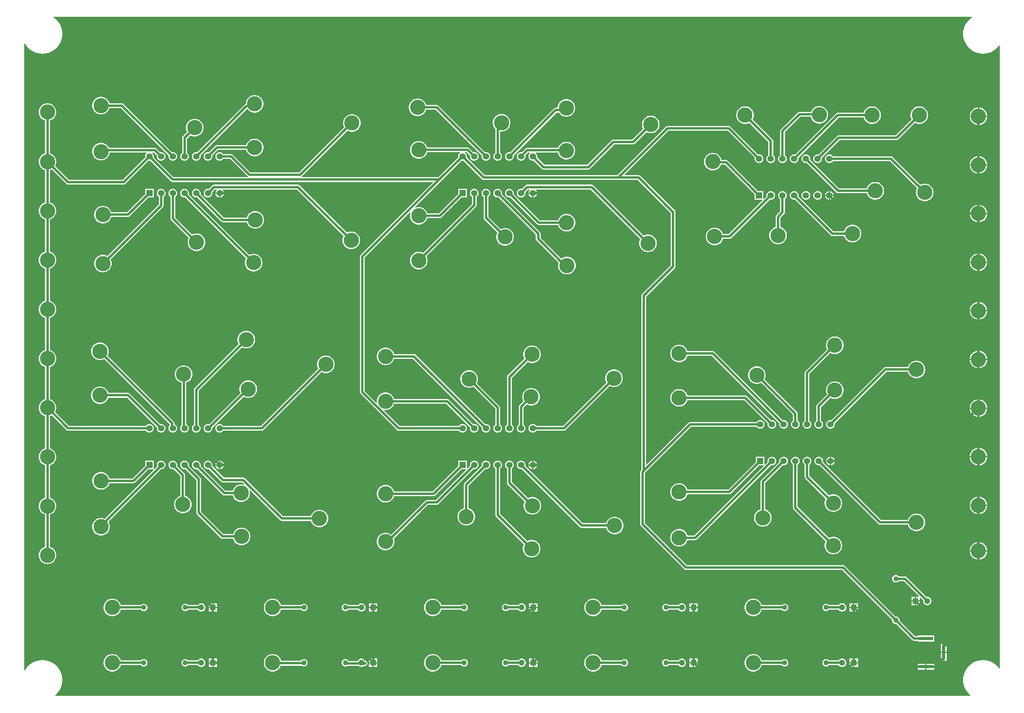
<source format=gbl>
G04*
G04 #@! TF.GenerationSoftware,Altium Limited,Altium Designer,24.3.1 (35)*
G04*
G04 Layer_Physical_Order=2*
G04 Layer_Color=16711680*
%FSLAX44Y44*%
%MOMM*%
G71*
G04*
G04 #@! TF.SameCoordinates,19752D80-6C45-4E96-A252-4C1BB4621B5E*
G04*
G04*
G04 #@! TF.FilePolarity,Positive*
G04*
G01*
G75*
%ADD12C,0.5000*%
%ADD25R,3.1000X0.8000*%
%ADD26R,0.8000X3.1000*%
%ADD27C,3.3000*%
%ADD28C,1.1000*%
%ADD29C,1.3000*%
%ADD30R,1.3000X1.3000*%
%ADD31R,1.3600X1.3600*%
%ADD32C,1.3600*%
G36*
X2065996Y1488285D02*
X2063712Y1486759D01*
X2059465Y1483035D01*
X2055741Y1478788D01*
X2052603Y1474091D01*
X2050105Y1469025D01*
X2048289Y1463676D01*
X2047187Y1458136D01*
X2046818Y1452500D01*
X2047187Y1446864D01*
X2048289Y1441324D01*
X2050105Y1435975D01*
X2052603Y1430909D01*
X2055741Y1426212D01*
X2059465Y1421965D01*
X2063712Y1418241D01*
X2068409Y1415103D01*
X2073475Y1412605D01*
X2078824Y1410789D01*
X2084364Y1409687D01*
X2090000Y1409318D01*
X2095636Y1409687D01*
X2101176Y1410789D01*
X2106525Y1412605D01*
X2111591Y1415103D01*
X2116288Y1418241D01*
X2120535Y1421965D01*
X2124259Y1426212D01*
X2125285Y1427747D01*
X2126500Y1427379D01*
Y75121D01*
X2125285Y74753D01*
X2124259Y76288D01*
X2120535Y80535D01*
X2116288Y84259D01*
X2111591Y87397D01*
X2106525Y89895D01*
X2101176Y91711D01*
X2095636Y92813D01*
X2090000Y93182D01*
X2084364Y92813D01*
X2078824Y91711D01*
X2073475Y89895D01*
X2068409Y87397D01*
X2063712Y84259D01*
X2059465Y80535D01*
X2055741Y76288D01*
X2052603Y71591D01*
X2050105Y66525D01*
X2048289Y61177D01*
X2047187Y55637D01*
X2046818Y50000D01*
X2047187Y44364D01*
X2048289Y38824D01*
X2050105Y33475D01*
X2052603Y28409D01*
X2055741Y23712D01*
X2059465Y19465D01*
X2062824Y16520D01*
X2062346Y15250D01*
X77654D01*
X77176Y16520D01*
X80535Y19465D01*
X84259Y23712D01*
X87397Y28409D01*
X89895Y33475D01*
X91711Y38824D01*
X92813Y44364D01*
X93182Y50000D01*
X92813Y55637D01*
X91711Y61177D01*
X89895Y66525D01*
X87397Y71591D01*
X84259Y76288D01*
X80535Y80535D01*
X76288Y84259D01*
X71591Y87397D01*
X66525Y89895D01*
X61176Y91711D01*
X55636Y92813D01*
X50000Y93182D01*
X44363Y92813D01*
X38823Y91711D01*
X33475Y89895D01*
X28409Y87397D01*
X23712Y84259D01*
X19465Y80535D01*
X15741Y76288D01*
X12603Y71591D01*
X12237Y70849D01*
X11000Y71137D01*
Y1431363D01*
X12237Y1431651D01*
X12603Y1430909D01*
X15741Y1426212D01*
X19465Y1421965D01*
X23712Y1418241D01*
X28409Y1415103D01*
X33475Y1412605D01*
X38823Y1410789D01*
X44363Y1409687D01*
X50000Y1409318D01*
X55636Y1409687D01*
X61176Y1410789D01*
X66525Y1412605D01*
X71591Y1415103D01*
X76288Y1418241D01*
X80535Y1421965D01*
X84259Y1426212D01*
X87397Y1430909D01*
X89895Y1435975D01*
X91711Y1441324D01*
X92813Y1446864D01*
X93182Y1452500D01*
X92813Y1458136D01*
X91711Y1463676D01*
X89895Y1469025D01*
X87397Y1474091D01*
X84259Y1478788D01*
X80535Y1483035D01*
X76288Y1486759D01*
X74004Y1488285D01*
X74373Y1489500D01*
X2065627D01*
X2065996Y1488285D01*
D02*
G37*
%LPC*%
G36*
X512125Y1319790D02*
X508375D01*
X504696Y1319058D01*
X501231Y1317623D01*
X498113Y1315539D01*
X495461Y1312887D01*
X493377Y1309769D01*
X491942Y1306304D01*
X491210Y1302625D01*
Y1300256D01*
X490626Y1300140D01*
X488959Y1299026D01*
X385545Y1195612D01*
X384880Y1195790D01*
X382420D01*
X380045Y1195154D01*
X377915Y1193924D01*
X376176Y1192185D01*
X374947Y1190055D01*
X374310Y1187680D01*
Y1185220D01*
X374947Y1182845D01*
X376176Y1180715D01*
X377915Y1178976D01*
X380045Y1177747D01*
X382420Y1177110D01*
X384880D01*
X387255Y1177747D01*
X389385Y1178976D01*
X391124Y1180715D01*
X392354Y1182845D01*
X392990Y1185220D01*
Y1187680D01*
X392812Y1188345D01*
X493799Y1289332D01*
X495063Y1289207D01*
X495461Y1288613D01*
X498113Y1285961D01*
X501231Y1283877D01*
X504696Y1282442D01*
X508375Y1281710D01*
X512125D01*
X515804Y1282442D01*
X519269Y1283877D01*
X522387Y1285961D01*
X525039Y1288613D01*
X527123Y1291731D01*
X528558Y1295196D01*
X529290Y1298875D01*
Y1302625D01*
X528558Y1306304D01*
X527123Y1309769D01*
X525039Y1312887D01*
X522387Y1315539D01*
X519269Y1317623D01*
X515804Y1319058D01*
X512125Y1319790D01*
D02*
G37*
G36*
X2081875Y1292790D02*
X2081270D01*
Y1275020D01*
X2099040D01*
Y1275625D01*
X2098308Y1279304D01*
X2096873Y1282769D01*
X2094789Y1285887D01*
X2092137Y1288539D01*
X2089019Y1290623D01*
X2085554Y1292058D01*
X2081875Y1292790D01*
D02*
G37*
G36*
X2078730D02*
X2078125D01*
X2074446Y1292058D01*
X2070981Y1290623D01*
X2067863Y1288539D01*
X2065211Y1285887D01*
X2063127Y1282769D01*
X2061692Y1279304D01*
X2060960Y1275625D01*
Y1275020D01*
X2078730D01*
Y1292790D01*
D02*
G37*
G36*
X1188375Y1310790D02*
X1184625D01*
X1180946Y1310058D01*
X1177481Y1308623D01*
X1174363Y1306539D01*
X1171711Y1303887D01*
X1169627Y1300769D01*
X1168192Y1297304D01*
X1167460Y1293625D01*
Y1292105D01*
X1163267D01*
X1161300Y1291714D01*
X1159633Y1290600D01*
X1064645Y1195612D01*
X1063980Y1195790D01*
X1061520D01*
X1059145Y1195154D01*
X1057015Y1193924D01*
X1055276Y1192185D01*
X1054046Y1190055D01*
X1053410Y1187680D01*
Y1185220D01*
X1054046Y1182845D01*
X1055276Y1180715D01*
X1057015Y1178976D01*
X1059145Y1177747D01*
X1061520Y1177110D01*
X1063980D01*
X1066355Y1177747D01*
X1068485Y1178976D01*
X1070224Y1180715D01*
X1071453Y1182845D01*
X1072090Y1185220D01*
Y1187680D01*
X1071912Y1188345D01*
X1165395Y1281828D01*
X1170231D01*
X1171711Y1279613D01*
X1174363Y1276961D01*
X1177481Y1274877D01*
X1180946Y1273442D01*
X1184625Y1272710D01*
X1188375D01*
X1192054Y1273442D01*
X1195519Y1274877D01*
X1198637Y1276961D01*
X1201289Y1279613D01*
X1203373Y1282731D01*
X1204808Y1286196D01*
X1205540Y1289875D01*
Y1293625D01*
X1204808Y1297304D01*
X1203373Y1300769D01*
X1201289Y1303887D01*
X1198637Y1306539D01*
X1195519Y1308623D01*
X1192054Y1310058D01*
X1188375Y1310790D01*
D02*
G37*
G36*
X1736875Y1296040D02*
X1733125D01*
X1729446Y1295308D01*
X1725981Y1293873D01*
X1722863Y1291789D01*
X1720211Y1289137D01*
X1718127Y1286019D01*
X1716934Y1283139D01*
X1691750D01*
X1689783Y1282748D01*
X1688116Y1281634D01*
X1651566Y1245084D01*
X1650452Y1243417D01*
X1650061Y1241450D01*
Y1189518D01*
X1649465Y1189174D01*
X1647726Y1187435D01*
X1646496Y1185305D01*
X1645860Y1182930D01*
Y1180470D01*
X1646496Y1178095D01*
X1647726Y1175965D01*
X1649465Y1174226D01*
X1651595Y1172997D01*
X1653970Y1172360D01*
X1656430D01*
X1658805Y1172997D01*
X1660935Y1174226D01*
X1662674Y1175965D01*
X1663904Y1178095D01*
X1664540Y1180470D01*
Y1182930D01*
X1663904Y1185305D01*
X1662674Y1187435D01*
X1660935Y1189174D01*
X1660339Y1189518D01*
Y1239322D01*
X1693878Y1272861D01*
X1716410D01*
X1716692Y1271446D01*
X1718127Y1267981D01*
X1720211Y1264863D01*
X1722863Y1262211D01*
X1725981Y1260127D01*
X1729446Y1258692D01*
X1733125Y1257960D01*
X1736875D01*
X1740554Y1258692D01*
X1744019Y1260127D01*
X1747137Y1262211D01*
X1749789Y1264863D01*
X1751873Y1267981D01*
X1753308Y1271446D01*
X1754040Y1275125D01*
Y1278875D01*
X1753308Y1282554D01*
X1751873Y1286019D01*
X1749789Y1289137D01*
X1747137Y1291789D01*
X1744019Y1293873D01*
X1740554Y1295308D01*
X1736875Y1296040D01*
D02*
G37*
G36*
X1953625Y1295290D02*
X1949875D01*
X1946196Y1294558D01*
X1942731Y1293123D01*
X1939613Y1291039D01*
X1936961Y1288387D01*
X1934877Y1285269D01*
X1933442Y1281804D01*
X1932710Y1278125D01*
Y1274375D01*
X1933442Y1270696D01*
X1934877Y1267231D01*
X1935112Y1266879D01*
X1900490Y1232258D01*
X1776819D01*
X1774852Y1231867D01*
X1773185Y1230753D01*
X1733295Y1190862D01*
X1732630Y1191040D01*
X1730170D01*
X1727795Y1190404D01*
X1725665Y1189174D01*
X1723926Y1187435D01*
X1722697Y1185305D01*
X1722060Y1182930D01*
Y1180470D01*
X1722697Y1178095D01*
X1723926Y1175965D01*
X1725665Y1174226D01*
X1727795Y1172997D01*
X1730170Y1172360D01*
X1732630D01*
X1735005Y1172997D01*
X1737135Y1174226D01*
X1738874Y1175965D01*
X1740103Y1178095D01*
X1740740Y1180470D01*
Y1182930D01*
X1740562Y1183595D01*
X1778947Y1221980D01*
X1902619D01*
X1904586Y1222371D01*
X1906253Y1223485D01*
X1942379Y1259612D01*
X1942731Y1259377D01*
X1946196Y1257942D01*
X1949875Y1257210D01*
X1953625D01*
X1957304Y1257942D01*
X1960769Y1259377D01*
X1963887Y1261461D01*
X1966539Y1264113D01*
X1968623Y1267231D01*
X1970058Y1270696D01*
X1970790Y1274375D01*
Y1278125D01*
X1970058Y1281804D01*
X1968623Y1285269D01*
X1966539Y1288387D01*
X1963887Y1291039D01*
X1960769Y1293123D01*
X1957304Y1294558D01*
X1953625Y1295290D01*
D02*
G37*
G36*
X1851375D02*
X1847625D01*
X1843946Y1294558D01*
X1840481Y1293123D01*
X1837363Y1291039D01*
X1834711Y1288387D01*
X1832627Y1285269D01*
X1831192Y1281804D01*
X1831109Y1281389D01*
X1775150D01*
X1773183Y1280998D01*
X1771516Y1279884D01*
X1682495Y1190862D01*
X1681830Y1191040D01*
X1679370D01*
X1676995Y1190404D01*
X1674865Y1189174D01*
X1673126Y1187435D01*
X1671897Y1185305D01*
X1671260Y1182930D01*
Y1180470D01*
X1671897Y1178095D01*
X1673126Y1175965D01*
X1674865Y1174226D01*
X1676995Y1172997D01*
X1679370Y1172360D01*
X1681830D01*
X1684205Y1172997D01*
X1686335Y1174226D01*
X1688074Y1175965D01*
X1689303Y1178095D01*
X1689940Y1180470D01*
Y1182930D01*
X1689762Y1183595D01*
X1777278Y1271111D01*
X1831109D01*
X1831192Y1270696D01*
X1832627Y1267231D01*
X1834711Y1264113D01*
X1837363Y1261461D01*
X1840481Y1259377D01*
X1843946Y1257942D01*
X1847625Y1257210D01*
X1851375D01*
X1855054Y1257942D01*
X1858519Y1259377D01*
X1861637Y1261461D01*
X1864289Y1264113D01*
X1866373Y1267231D01*
X1867808Y1270696D01*
X1868540Y1274375D01*
Y1278125D01*
X1867808Y1281804D01*
X1866373Y1285269D01*
X1864289Y1288387D01*
X1861637Y1291039D01*
X1858519Y1293123D01*
X1855054Y1294558D01*
X1851375Y1295290D01*
D02*
G37*
G36*
X2099040Y1272480D02*
X2081270D01*
Y1254710D01*
X2081875D01*
X2085554Y1255442D01*
X2089019Y1256877D01*
X2092137Y1258961D01*
X2094789Y1261613D01*
X2096873Y1264731D01*
X2098308Y1268196D01*
X2099040Y1271875D01*
Y1272480D01*
D02*
G37*
G36*
X2078730D02*
X2060960D01*
Y1271875D01*
X2061692Y1268196D01*
X2063127Y1264731D01*
X2065211Y1261613D01*
X2067863Y1258961D01*
X2070981Y1256877D01*
X2074446Y1255442D01*
X2078125Y1254710D01*
X2078730D01*
Y1272480D01*
D02*
G37*
G36*
X1047625Y1278540D02*
X1043875D01*
X1040196Y1277808D01*
X1036731Y1276373D01*
X1033613Y1274289D01*
X1030961Y1271637D01*
X1028877Y1268519D01*
X1027442Y1265054D01*
X1026710Y1261375D01*
Y1257625D01*
X1027442Y1253946D01*
X1028877Y1250481D01*
X1030961Y1247363D01*
X1032506Y1245817D01*
X1032211Y1244335D01*
Y1194268D01*
X1031615Y1193924D01*
X1029876Y1192185D01*
X1028646Y1190055D01*
X1028010Y1187680D01*
Y1185220D01*
X1028646Y1182845D01*
X1029876Y1180715D01*
X1031615Y1178976D01*
X1033745Y1177747D01*
X1036120Y1177110D01*
X1038580D01*
X1040955Y1177747D01*
X1043085Y1178976D01*
X1044824Y1180715D01*
X1046053Y1182845D01*
X1046690Y1185220D01*
Y1187680D01*
X1046053Y1190055D01*
X1044824Y1192185D01*
X1043085Y1193924D01*
X1042489Y1194268D01*
Y1239735D01*
X1043471Y1240540D01*
X1043875Y1240460D01*
X1047625D01*
X1051304Y1241192D01*
X1054769Y1242627D01*
X1057887Y1244711D01*
X1060539Y1247363D01*
X1062623Y1250481D01*
X1064058Y1253946D01*
X1064790Y1257625D01*
Y1261375D01*
X1064058Y1265054D01*
X1062623Y1268519D01*
X1060539Y1271637D01*
X1057887Y1274289D01*
X1054769Y1276373D01*
X1051304Y1277808D01*
X1047625Y1278540D01*
D02*
G37*
G36*
X1371375Y1275040D02*
X1367625D01*
X1363946Y1274308D01*
X1360481Y1272873D01*
X1357363Y1270789D01*
X1354711Y1268137D01*
X1352627Y1265019D01*
X1351192Y1261554D01*
X1350460Y1257875D01*
Y1254125D01*
X1351192Y1250446D01*
X1352627Y1246981D01*
X1352862Y1246629D01*
X1329496Y1223264D01*
X1288625D01*
X1286658Y1222873D01*
X1284991Y1221759D01*
X1231621Y1168389D01*
X1138878D01*
X1122712Y1184555D01*
X1122890Y1185220D01*
Y1187680D01*
X1122253Y1190055D01*
X1121024Y1192185D01*
X1119827Y1193381D01*
X1120353Y1194651D01*
X1168002D01*
X1168192Y1193696D01*
X1169627Y1190231D01*
X1171711Y1187113D01*
X1174363Y1184461D01*
X1177481Y1182377D01*
X1180946Y1180942D01*
X1184625Y1180210D01*
X1188375D01*
X1192054Y1180942D01*
X1195519Y1182377D01*
X1198637Y1184461D01*
X1201289Y1187113D01*
X1203373Y1190231D01*
X1204808Y1193696D01*
X1205540Y1197375D01*
Y1201125D01*
X1204808Y1204804D01*
X1203373Y1208269D01*
X1201289Y1211387D01*
X1198637Y1214039D01*
X1195519Y1216123D01*
X1192054Y1217558D01*
X1188375Y1218290D01*
X1184625D01*
X1180946Y1217558D01*
X1177481Y1216123D01*
X1174363Y1214039D01*
X1171711Y1211387D01*
X1169627Y1208269D01*
X1168243Y1204929D01*
X1101490D01*
X1099523Y1204538D01*
X1097856Y1203424D01*
X1090045Y1195612D01*
X1089380Y1195790D01*
X1086920D01*
X1084545Y1195154D01*
X1082415Y1193924D01*
X1080676Y1192185D01*
X1079446Y1190055D01*
X1078810Y1187680D01*
Y1185220D01*
X1079446Y1182845D01*
X1080676Y1180715D01*
X1082415Y1178976D01*
X1084545Y1177747D01*
X1086920Y1177110D01*
X1089380D01*
X1091755Y1177747D01*
X1093885Y1178976D01*
X1095624Y1180715D01*
X1096853Y1182845D01*
X1097490Y1185220D01*
Y1187680D01*
X1097312Y1188345D01*
X1103618Y1194651D01*
X1106747D01*
X1107272Y1193381D01*
X1106076Y1192185D01*
X1104846Y1190055D01*
X1104210Y1187680D01*
Y1185220D01*
X1104846Y1182845D01*
X1106076Y1180715D01*
X1107815Y1178976D01*
X1109945Y1177747D01*
X1112320Y1177110D01*
X1114780D01*
X1115445Y1177288D01*
X1133116Y1159616D01*
X1134783Y1158503D01*
X1136750Y1158111D01*
X1233750D01*
X1235716Y1158503D01*
X1237384Y1159616D01*
X1290753Y1212986D01*
X1331625D01*
X1333591Y1213378D01*
X1335259Y1214491D01*
X1360129Y1239362D01*
X1360481Y1239127D01*
X1363946Y1237692D01*
X1367625Y1236960D01*
X1371375D01*
X1375054Y1237692D01*
X1378519Y1239127D01*
X1381637Y1241211D01*
X1384289Y1243863D01*
X1386373Y1246981D01*
X1387808Y1250446D01*
X1388540Y1254125D01*
Y1257875D01*
X1387808Y1261554D01*
X1386373Y1265019D01*
X1384289Y1268137D01*
X1381637Y1270789D01*
X1378519Y1272873D01*
X1375054Y1274308D01*
X1371375Y1275040D01*
D02*
G37*
G36*
X382125Y1268040D02*
X378375D01*
X374696Y1267308D01*
X371231Y1265873D01*
X368113Y1263789D01*
X365461Y1261137D01*
X363377Y1258019D01*
X361942Y1254554D01*
X361210Y1250875D01*
Y1247125D01*
X361942Y1243446D01*
X363377Y1239981D01*
X363612Y1239629D01*
X354616Y1230634D01*
X353503Y1228967D01*
X353111Y1227000D01*
Y1194268D01*
X352515Y1193924D01*
X350776Y1192185D01*
X349547Y1190055D01*
X348910Y1187680D01*
Y1185220D01*
X349547Y1182845D01*
X350776Y1180715D01*
X352515Y1178976D01*
X354645Y1177747D01*
X357020Y1177110D01*
X359480D01*
X361855Y1177747D01*
X363985Y1178976D01*
X365724Y1180715D01*
X366954Y1182845D01*
X367590Y1185220D01*
Y1187680D01*
X366954Y1190055D01*
X365724Y1192185D01*
X363985Y1193924D01*
X363389Y1194268D01*
Y1224872D01*
X370879Y1232362D01*
X371231Y1232127D01*
X374696Y1230692D01*
X378375Y1229960D01*
X382125D01*
X385804Y1230692D01*
X389269Y1232127D01*
X392387Y1234211D01*
X395039Y1236863D01*
X397123Y1239981D01*
X398558Y1243446D01*
X399290Y1247125D01*
Y1250875D01*
X398558Y1254554D01*
X397123Y1258019D01*
X395039Y1261137D01*
X392387Y1263789D01*
X389269Y1265873D01*
X385804Y1267308D01*
X382125Y1268040D01*
D02*
G37*
G36*
X512125Y1225040D02*
X508375D01*
X504696Y1224308D01*
X501231Y1222873D01*
X498113Y1220789D01*
X495461Y1218137D01*
X493377Y1215019D01*
X491942Y1211554D01*
X491859Y1211139D01*
X428600D01*
X426634Y1210748D01*
X424967Y1209634D01*
X410945Y1195612D01*
X410280Y1195790D01*
X407820D01*
X405445Y1195154D01*
X403315Y1193924D01*
X401576Y1192185D01*
X400347Y1190055D01*
X399710Y1187680D01*
Y1185220D01*
X400347Y1182845D01*
X401576Y1180715D01*
X403315Y1178976D01*
X405445Y1177747D01*
X407820Y1177110D01*
X410280D01*
X412655Y1177747D01*
X414785Y1178976D01*
X416524Y1180715D01*
X417753Y1182845D01*
X418390Y1185220D01*
Y1187680D01*
X418212Y1188345D01*
X430729Y1200861D01*
X491859D01*
X491942Y1200446D01*
X493377Y1196981D01*
X495461Y1193863D01*
X498113Y1191211D01*
X501231Y1189127D01*
X504696Y1187692D01*
X508375Y1186960D01*
X512125D01*
X515804Y1187692D01*
X519269Y1189127D01*
X522387Y1191211D01*
X525039Y1193863D01*
X527123Y1196981D01*
X528558Y1200446D01*
X529290Y1204125D01*
Y1207875D01*
X528558Y1211554D01*
X527123Y1215019D01*
X525039Y1218137D01*
X522387Y1220789D01*
X519269Y1222873D01*
X515804Y1224308D01*
X512125Y1225040D01*
D02*
G37*
G36*
X865625Y1312040D02*
X861875D01*
X858196Y1311308D01*
X854731Y1309873D01*
X851613Y1307789D01*
X848961Y1305137D01*
X846877Y1302019D01*
X845442Y1298554D01*
X844710Y1294875D01*
Y1291125D01*
X845442Y1287446D01*
X846877Y1283981D01*
X848961Y1280863D01*
X851613Y1278211D01*
X854731Y1276127D01*
X858196Y1274692D01*
X861875Y1273960D01*
X865625D01*
X869304Y1274692D01*
X872769Y1276127D01*
X875887Y1278211D01*
X878539Y1280863D01*
X880623Y1283981D01*
X882058Y1287446D01*
X882141Y1287861D01*
X903271D01*
X1002788Y1188345D01*
X1002610Y1187680D01*
Y1185220D01*
X1003247Y1182845D01*
X1004476Y1180715D01*
X1006215Y1178976D01*
X1008345Y1177747D01*
X1010720Y1177110D01*
X1013180D01*
X1015555Y1177747D01*
X1017685Y1178976D01*
X1019424Y1180715D01*
X1020654Y1182845D01*
X1021290Y1185220D01*
Y1187680D01*
X1020654Y1190055D01*
X1019424Y1192185D01*
X1017685Y1193924D01*
X1015555Y1195154D01*
X1013180Y1195790D01*
X1010720D01*
X1010055Y1195612D01*
X909034Y1296634D01*
X907366Y1297748D01*
X905400Y1298139D01*
X882141D01*
X882058Y1298554D01*
X880623Y1302019D01*
X878539Y1305137D01*
X875887Y1307789D01*
X872769Y1309873D01*
X869304Y1311308D01*
X865625Y1312040D01*
D02*
G37*
G36*
X179125Y1316040D02*
X175375D01*
X171696Y1315308D01*
X168231Y1313873D01*
X165113Y1311789D01*
X162461Y1309137D01*
X160377Y1306019D01*
X158942Y1302554D01*
X158210Y1298875D01*
Y1295125D01*
X158942Y1291446D01*
X160377Y1287981D01*
X162461Y1284863D01*
X165113Y1282211D01*
X168231Y1280127D01*
X171696Y1278692D01*
X175375Y1277960D01*
X179125D01*
X182804Y1278692D01*
X186269Y1280127D01*
X189387Y1282211D01*
X192039Y1284863D01*
X194123Y1287981D01*
X195558Y1291446D01*
X195641Y1291861D01*
X220172D01*
X323688Y1188345D01*
X323510Y1187680D01*
Y1185220D01*
X324147Y1182845D01*
X325376Y1180715D01*
X327115Y1178976D01*
X329245Y1177747D01*
X331620Y1177110D01*
X334080D01*
X336455Y1177747D01*
X338585Y1178976D01*
X340324Y1180715D01*
X341553Y1182845D01*
X342190Y1185220D01*
Y1187680D01*
X341553Y1190055D01*
X340324Y1192185D01*
X338585Y1193924D01*
X336455Y1195154D01*
X334080Y1195790D01*
X331620D01*
X330956Y1195612D01*
X225934Y1300634D01*
X224267Y1301748D01*
X222300Y1302139D01*
X195641D01*
X195558Y1302554D01*
X194123Y1306019D01*
X192039Y1309137D01*
X189387Y1311789D01*
X186269Y1313873D01*
X182804Y1315308D01*
X179125Y1316040D01*
D02*
G37*
G36*
X1575625Y1295290D02*
X1571875D01*
X1568196Y1294558D01*
X1564731Y1293123D01*
X1561613Y1291039D01*
X1558961Y1288387D01*
X1556877Y1285269D01*
X1555442Y1281804D01*
X1554710Y1278125D01*
Y1274375D01*
X1555442Y1270696D01*
X1556877Y1267231D01*
X1558961Y1264113D01*
X1561613Y1261461D01*
X1564731Y1259377D01*
X1568196Y1257942D01*
X1571875Y1257210D01*
X1575625D01*
X1579304Y1257942D01*
X1582769Y1259377D01*
X1583121Y1259612D01*
X1624661Y1218072D01*
Y1189518D01*
X1624065Y1189174D01*
X1622326Y1187435D01*
X1621096Y1185305D01*
X1620460Y1182930D01*
Y1180470D01*
X1621096Y1178095D01*
X1622326Y1175965D01*
X1624065Y1174226D01*
X1626195Y1172997D01*
X1628570Y1172360D01*
X1631030D01*
X1633405Y1172997D01*
X1635535Y1174226D01*
X1637274Y1175965D01*
X1638504Y1178095D01*
X1639140Y1180470D01*
Y1182930D01*
X1638504Y1185305D01*
X1637274Y1187435D01*
X1635535Y1189174D01*
X1634939Y1189518D01*
Y1220200D01*
X1634547Y1222167D01*
X1633434Y1223834D01*
X1590388Y1266879D01*
X1590623Y1267231D01*
X1592058Y1270696D01*
X1592790Y1274375D01*
Y1278125D01*
X1592058Y1281804D01*
X1590623Y1285269D01*
X1588539Y1288387D01*
X1585887Y1291039D01*
X1582769Y1293123D01*
X1579304Y1294558D01*
X1575625Y1295290D01*
D02*
G37*
G36*
X62875Y1301790D02*
X59125D01*
X55446Y1301058D01*
X51981Y1299623D01*
X48863Y1297539D01*
X46211Y1294887D01*
X44127Y1291769D01*
X42692Y1288304D01*
X41960Y1284625D01*
Y1280875D01*
X42692Y1277196D01*
X44127Y1273731D01*
X46211Y1270613D01*
X48863Y1267961D01*
X51981Y1265877D01*
X55446Y1264442D01*
X55861Y1264359D01*
Y1193363D01*
X55446Y1193280D01*
X51981Y1191845D01*
X48863Y1189761D01*
X46211Y1187109D01*
X44127Y1183991D01*
X42692Y1180526D01*
X41960Y1176847D01*
Y1173097D01*
X42692Y1169418D01*
X44127Y1165953D01*
X46211Y1162835D01*
X48863Y1160183D01*
X51981Y1158099D01*
X55446Y1156664D01*
X55861Y1156581D01*
Y1086585D01*
X55446Y1086503D01*
X51981Y1085067D01*
X48863Y1082984D01*
X46211Y1080332D01*
X44127Y1077213D01*
X42692Y1073748D01*
X41960Y1070070D01*
Y1066319D01*
X42692Y1062641D01*
X44127Y1059175D01*
X46211Y1056057D01*
X48863Y1053405D01*
X51981Y1051321D01*
X55446Y1049886D01*
X55861Y1049803D01*
Y979807D01*
X55446Y979725D01*
X51981Y978290D01*
X48863Y976206D01*
X46211Y973554D01*
X44127Y970435D01*
X42692Y966970D01*
X41960Y963292D01*
Y959541D01*
X42692Y955863D01*
X44127Y952398D01*
X46211Y949279D01*
X48863Y946627D01*
X51981Y944544D01*
X55446Y943108D01*
X55861Y943026D01*
Y873030D01*
X55446Y872947D01*
X51981Y871512D01*
X48863Y869428D01*
X46211Y866776D01*
X44127Y863658D01*
X42692Y860192D01*
X41960Y856514D01*
Y852764D01*
X42692Y849085D01*
X44127Y845620D01*
X46211Y842502D01*
X48863Y839849D01*
X51981Y837766D01*
X55446Y836330D01*
X55861Y836248D01*
Y766252D01*
X55446Y766169D01*
X51981Y764734D01*
X48863Y762650D01*
X46211Y759998D01*
X44127Y756880D01*
X42692Y753415D01*
X41960Y749736D01*
Y745986D01*
X42692Y742307D01*
X44127Y738842D01*
X46211Y735724D01*
X48863Y733072D01*
X51981Y730988D01*
X55446Y729553D01*
X55861Y729470D01*
Y659474D01*
X55446Y659391D01*
X51981Y657956D01*
X48863Y655873D01*
X46211Y653221D01*
X44127Y650102D01*
X42692Y646637D01*
X41960Y642959D01*
Y639208D01*
X42692Y635530D01*
X44127Y632064D01*
X46211Y628946D01*
X48863Y626294D01*
X51981Y624210D01*
X55446Y622775D01*
X55861Y622692D01*
Y552696D01*
X55446Y552614D01*
X51981Y551179D01*
X48863Y549095D01*
X46211Y546443D01*
X44127Y543324D01*
X42692Y539859D01*
X41960Y536181D01*
Y532430D01*
X42692Y528752D01*
X44127Y525287D01*
X46211Y522168D01*
X48863Y519516D01*
X51981Y517433D01*
X55446Y515997D01*
X55861Y515915D01*
Y445919D01*
X55446Y445836D01*
X51981Y444401D01*
X48863Y442317D01*
X46211Y439665D01*
X44127Y436547D01*
X42692Y433082D01*
X41960Y429403D01*
Y425652D01*
X42692Y421974D01*
X44127Y418509D01*
X46211Y415390D01*
X48863Y412738D01*
X51981Y410655D01*
X55446Y409219D01*
X55861Y409137D01*
Y339141D01*
X55446Y339058D01*
X51981Y337623D01*
X48863Y335539D01*
X46211Y332887D01*
X44127Y329769D01*
X42692Y326304D01*
X41960Y322625D01*
Y318875D01*
X42692Y315196D01*
X44127Y311731D01*
X46211Y308613D01*
X48863Y305961D01*
X51981Y303877D01*
X55446Y302442D01*
X59125Y301710D01*
X62875D01*
X66554Y302442D01*
X70019Y303877D01*
X73137Y305961D01*
X75789Y308613D01*
X77873Y311731D01*
X79308Y315196D01*
X80040Y318875D01*
Y322625D01*
X79308Y326304D01*
X77873Y329769D01*
X75789Y332887D01*
X73137Y335539D01*
X70019Y337623D01*
X66554Y339058D01*
X66139Y339141D01*
Y409137D01*
X66554Y409219D01*
X70019Y410655D01*
X73137Y412738D01*
X75789Y415390D01*
X77873Y418509D01*
X79308Y421974D01*
X80040Y425652D01*
Y429403D01*
X79308Y433082D01*
X77873Y436547D01*
X75789Y439665D01*
X73137Y442317D01*
X70019Y444401D01*
X66554Y445836D01*
X66139Y445919D01*
Y515915D01*
X66554Y515997D01*
X70019Y517433D01*
X73137Y519516D01*
X75789Y522168D01*
X77873Y525287D01*
X79308Y528752D01*
X80040Y532430D01*
Y536181D01*
X79308Y539859D01*
X77873Y543324D01*
X75789Y546443D01*
X73137Y549095D01*
X70019Y551179D01*
X66554Y552614D01*
X66139Y552696D01*
Y622692D01*
X66554Y622775D01*
X70019Y624210D01*
X70371Y624445D01*
X102000Y592816D01*
X103667Y591702D01*
X105633Y591311D01*
X274232D01*
X274576Y590715D01*
X276315Y588976D01*
X278445Y587747D01*
X280820Y587110D01*
X283280D01*
X285655Y587747D01*
X287785Y588976D01*
X289524Y590715D01*
X290753Y592845D01*
X291390Y595220D01*
Y597680D01*
X290753Y600055D01*
X289524Y602185D01*
X287785Y603924D01*
X285655Y605154D01*
X283280Y605790D01*
X280820D01*
X278445Y605154D01*
X276315Y603924D01*
X274576Y602185D01*
X274232Y601589D01*
X107762D01*
X77638Y631713D01*
X77873Y632064D01*
X79308Y635530D01*
X80040Y639208D01*
Y642959D01*
X79308Y646637D01*
X77873Y650102D01*
X75789Y653221D01*
X73137Y655873D01*
X70019Y657956D01*
X66554Y659391D01*
X66139Y659474D01*
Y729470D01*
X66554Y729553D01*
X70019Y730988D01*
X73137Y733072D01*
X75789Y735724D01*
X77873Y738842D01*
X79308Y742307D01*
X80040Y745986D01*
Y749736D01*
X79308Y753415D01*
X77873Y756880D01*
X75789Y759998D01*
X73137Y762650D01*
X70019Y764734D01*
X66554Y766169D01*
X66139Y766252D01*
Y836248D01*
X66554Y836330D01*
X70019Y837766D01*
X73137Y839849D01*
X75789Y842502D01*
X77873Y845620D01*
X79308Y849085D01*
X80040Y852764D01*
Y856514D01*
X79308Y860192D01*
X77873Y863658D01*
X75789Y866776D01*
X73137Y869428D01*
X70019Y871512D01*
X66554Y872947D01*
X66139Y873030D01*
Y943026D01*
X66554Y943108D01*
X70019Y944544D01*
X73137Y946627D01*
X75789Y949279D01*
X77873Y952398D01*
X79308Y955863D01*
X80040Y959541D01*
Y963292D01*
X79308Y966970D01*
X77873Y970435D01*
X75789Y973554D01*
X73137Y976206D01*
X70019Y978290D01*
X66554Y979725D01*
X66139Y979807D01*
Y1049803D01*
X66554Y1049886D01*
X70019Y1051321D01*
X73137Y1053405D01*
X75789Y1056057D01*
X77873Y1059175D01*
X79308Y1062641D01*
X80040Y1066319D01*
Y1070070D01*
X79308Y1073748D01*
X77873Y1077213D01*
X75789Y1080332D01*
X73137Y1082984D01*
X70019Y1085067D01*
X66554Y1086503D01*
X66139Y1086585D01*
Y1156581D01*
X66554Y1156664D01*
X70019Y1158099D01*
X70371Y1158334D01*
X101839Y1126866D01*
X103506Y1125752D01*
X105472Y1125361D01*
X226100D01*
X228067Y1125752D01*
X229734Y1126866D01*
X280156Y1177288D01*
X280820Y1177110D01*
X283280D01*
X283945Y1177288D01*
X328656Y1132576D01*
X330323Y1131462D01*
X332290Y1131071D01*
X896845D01*
X897331Y1129898D01*
X740116Y972684D01*
X739002Y971016D01*
X738611Y969050D01*
Y675038D01*
X739002Y673071D01*
X740116Y671404D01*
X818704Y592816D01*
X820371Y591702D01*
X822338Y591311D01*
X953332D01*
X953676Y590715D01*
X955415Y588976D01*
X957545Y587747D01*
X959920Y587110D01*
X962380D01*
X964755Y587747D01*
X966885Y588976D01*
X968624Y590715D01*
X969854Y592845D01*
X970490Y595220D01*
Y597680D01*
X969854Y600055D01*
X968624Y602185D01*
X966885Y603924D01*
X964755Y605154D01*
X962380Y605790D01*
X959920D01*
X957545Y605154D01*
X955415Y603924D01*
X953676Y602185D01*
X953332Y601589D01*
X824466D01*
X791076Y634979D01*
X791674Y636099D01*
X792375Y635960D01*
X796125D01*
X799804Y636692D01*
X803269Y638127D01*
X806387Y640211D01*
X809039Y642863D01*
X811123Y645981D01*
X812558Y649446D01*
X812641Y649861D01*
X925872D01*
X977388Y598344D01*
X977210Y597680D01*
Y595220D01*
X977847Y592845D01*
X979076Y590715D01*
X980815Y588976D01*
X982945Y587747D01*
X985320Y587110D01*
X987780D01*
X990155Y587747D01*
X992285Y588976D01*
X994024Y590715D01*
X995254Y592845D01*
X995890Y595220D01*
Y597680D01*
X995254Y600055D01*
X994024Y602185D01*
X992285Y603924D01*
X990155Y605154D01*
X987780Y605790D01*
X985320D01*
X984655Y605612D01*
X931634Y658634D01*
X929967Y659748D01*
X928000Y660139D01*
X812641D01*
X812558Y660554D01*
X811123Y664019D01*
X809039Y667137D01*
X806387Y669789D01*
X803269Y671873D01*
X799804Y673308D01*
X796125Y674040D01*
X792375D01*
X788696Y673308D01*
X785231Y671873D01*
X782113Y669789D01*
X779461Y667137D01*
X777377Y664019D01*
X775942Y660554D01*
X775210Y656875D01*
Y653125D01*
X775349Y652424D01*
X774229Y651826D01*
X748889Y677166D01*
Y966921D01*
X847484Y1065516D01*
X848560Y1064797D01*
X847942Y1063304D01*
X847210Y1059625D01*
Y1055875D01*
X847942Y1052196D01*
X849377Y1048731D01*
X851461Y1045613D01*
X854113Y1042961D01*
X857231Y1040877D01*
X860696Y1039442D01*
X864375Y1038710D01*
X868125D01*
X871804Y1039442D01*
X875269Y1040877D01*
X878387Y1042961D01*
X881039Y1045613D01*
X883123Y1048731D01*
X884558Y1052196D01*
X884641Y1052611D01*
X912150D01*
X914117Y1053002D01*
X915784Y1054116D01*
X959077Y1097410D01*
X970490D01*
Y1116090D01*
X951810D01*
Y1104677D01*
X910022Y1062889D01*
X884641D01*
X884558Y1063304D01*
X883123Y1066769D01*
X881039Y1069887D01*
X878387Y1072539D01*
X875269Y1074623D01*
X871804Y1076058D01*
X868125Y1076790D01*
X864375D01*
X860696Y1076058D01*
X859203Y1075440D01*
X858484Y1076516D01*
X914544Y1132576D01*
X959255Y1177288D01*
X959920Y1177110D01*
X962380D01*
X963045Y1177288D01*
X1003216Y1137116D01*
X1004883Y1136003D01*
X1006850Y1135611D01*
X1340871D01*
X1412861Y1063622D01*
Y950128D01*
X1350616Y887884D01*
X1349502Y886217D01*
X1349111Y884250D01*
Y506379D01*
X1348116Y505384D01*
X1347002Y503717D01*
X1346611Y501750D01*
Y388250D01*
X1347002Y386283D01*
X1348116Y384616D01*
X1442116Y290616D01*
X1443783Y289502D01*
X1445750Y289111D01*
X1784371D01*
X1892960Y180523D01*
Y178692D01*
X1893508Y176647D01*
X1894566Y174813D01*
X1896063Y173316D01*
X1897897Y172258D01*
X1899942Y171710D01*
X1901773D01*
X1936866Y136616D01*
X1938533Y135502D01*
X1940500Y135111D01*
X1948210D01*
Y133710D01*
X1984290D01*
Y146790D01*
X1948210D01*
Y145389D01*
X1942628D01*
X1909040Y178977D01*
Y180809D01*
X1908492Y182853D01*
X1907434Y184687D01*
X1905937Y186184D01*
X1904103Y187242D01*
X1902059Y187790D01*
X1900227D01*
X1790134Y297884D01*
X1788466Y298998D01*
X1786500Y299389D01*
X1447879D01*
X1356889Y390378D01*
Y499622D01*
X1357884Y500616D01*
X1457078Y599811D01*
X1599082D01*
X1599426Y599215D01*
X1601165Y597476D01*
X1603295Y596246D01*
X1605670Y595610D01*
X1608130D01*
X1610505Y596246D01*
X1612635Y597476D01*
X1614374Y599215D01*
X1615603Y601345D01*
X1616240Y603720D01*
Y606180D01*
X1615603Y608555D01*
X1614374Y610685D01*
X1612635Y612424D01*
X1610505Y613653D01*
X1608130Y614290D01*
X1605670D01*
X1603295Y613653D01*
X1601165Y612424D01*
X1599426Y610685D01*
X1599082Y610089D01*
X1454950D01*
X1452983Y609697D01*
X1451316Y608584D01*
X1360562Y517829D01*
X1359389Y518315D01*
Y882122D01*
X1421634Y944366D01*
X1422747Y946033D01*
X1423139Y948000D01*
Y1065750D01*
X1422747Y1067717D01*
X1421634Y1069384D01*
X1346634Y1144384D01*
X1344966Y1145498D01*
X1343000Y1145889D01*
X1313303D01*
X1312817Y1147062D01*
X1407803Y1242048D01*
X1536785D01*
X1595238Y1183595D01*
X1595060Y1182930D01*
Y1180470D01*
X1595697Y1178095D01*
X1596926Y1175965D01*
X1598665Y1174226D01*
X1600795Y1172997D01*
X1603170Y1172360D01*
X1605630D01*
X1608005Y1172997D01*
X1610135Y1174226D01*
X1611874Y1175965D01*
X1613103Y1178095D01*
X1613740Y1180470D01*
Y1182930D01*
X1613103Y1185305D01*
X1611874Y1187435D01*
X1610135Y1189174D01*
X1608005Y1190404D01*
X1605630Y1191040D01*
X1603170D01*
X1602505Y1190862D01*
X1542547Y1250820D01*
X1540880Y1251934D01*
X1538914Y1252325D01*
X1405674D01*
X1403708Y1251934D01*
X1402041Y1250820D01*
X1297109Y1145889D01*
X1008979D01*
X970312Y1184555D01*
X970490Y1185220D01*
Y1187680D01*
X969854Y1190055D01*
X968624Y1192185D01*
X966885Y1193924D01*
X966162Y1194341D01*
X966502Y1195611D01*
X970122D01*
X977388Y1188345D01*
X977210Y1187680D01*
Y1185220D01*
X977847Y1182845D01*
X979076Y1180715D01*
X980815Y1178976D01*
X982945Y1177747D01*
X985320Y1177110D01*
X987780D01*
X990155Y1177747D01*
X992285Y1178976D01*
X994024Y1180715D01*
X995254Y1182845D01*
X995890Y1185220D01*
Y1187680D01*
X995254Y1190055D01*
X994024Y1192185D01*
X992285Y1193924D01*
X990155Y1195154D01*
X987780Y1195790D01*
X985320D01*
X984655Y1195612D01*
X975884Y1204384D01*
X974217Y1205498D01*
X972250Y1205889D01*
X884641D01*
X884558Y1206304D01*
X883123Y1209769D01*
X881039Y1212887D01*
X878387Y1215539D01*
X875269Y1217623D01*
X871804Y1219058D01*
X868125Y1219790D01*
X864375D01*
X860696Y1219058D01*
X857231Y1217623D01*
X854113Y1215539D01*
X851461Y1212887D01*
X849377Y1209769D01*
X847942Y1206304D01*
X847210Y1202625D01*
Y1198875D01*
X847942Y1195196D01*
X849377Y1191731D01*
X851461Y1188613D01*
X854113Y1185961D01*
X857231Y1183877D01*
X860696Y1182442D01*
X864375Y1181710D01*
X868125D01*
X871804Y1182442D01*
X875269Y1183877D01*
X878387Y1185961D01*
X881039Y1188613D01*
X883123Y1191731D01*
X884558Y1195196D01*
X884641Y1195611D01*
X955798D01*
X956138Y1194341D01*
X955415Y1193924D01*
X953676Y1192185D01*
X952447Y1190055D01*
X951810Y1187680D01*
Y1185220D01*
X951988Y1184555D01*
X908782Y1141349D01*
X612274D01*
X611889Y1142619D01*
X612634Y1143116D01*
X711879Y1242362D01*
X712231Y1242127D01*
X715696Y1240692D01*
X719375Y1239960D01*
X723125D01*
X726804Y1240692D01*
X730269Y1242127D01*
X733387Y1244211D01*
X736039Y1246863D01*
X738123Y1249981D01*
X739558Y1253446D01*
X740290Y1257125D01*
Y1260875D01*
X739558Y1264554D01*
X738123Y1268019D01*
X736039Y1271137D01*
X733387Y1273789D01*
X730269Y1275873D01*
X726804Y1277308D01*
X723125Y1278040D01*
X719375D01*
X715696Y1277308D01*
X712231Y1275873D01*
X709113Y1273789D01*
X706461Y1271137D01*
X704377Y1268019D01*
X702942Y1264554D01*
X702210Y1260875D01*
Y1257125D01*
X702942Y1253446D01*
X704377Y1249981D01*
X704612Y1249629D01*
X606871Y1151889D01*
X501129D01*
X462934Y1190084D01*
X461267Y1191198D01*
X459300Y1191589D01*
X442268D01*
X441924Y1192185D01*
X440185Y1193924D01*
X438055Y1195154D01*
X435680Y1195790D01*
X433220D01*
X430845Y1195154D01*
X428715Y1193924D01*
X426976Y1192185D01*
X425747Y1190055D01*
X425110Y1187680D01*
Y1185220D01*
X425747Y1182845D01*
X426976Y1180715D01*
X428715Y1178976D01*
X430845Y1177747D01*
X433220Y1177110D01*
X435680D01*
X438055Y1177747D01*
X440185Y1178976D01*
X441924Y1180715D01*
X442268Y1181311D01*
X457172D01*
X495366Y1143116D01*
X496111Y1142619D01*
X495726Y1141349D01*
X334419D01*
X291212Y1184555D01*
X291390Y1185220D01*
Y1187680D01*
X290753Y1190055D01*
X289524Y1192185D01*
X288328Y1193381D01*
X288854Y1194651D01*
X291982D01*
X298288Y1188345D01*
X298110Y1187680D01*
Y1185220D01*
X298747Y1182845D01*
X299976Y1180715D01*
X301715Y1178976D01*
X303845Y1177747D01*
X306220Y1177110D01*
X308680D01*
X311055Y1177747D01*
X313185Y1178976D01*
X314924Y1180715D01*
X316154Y1182845D01*
X316790Y1185220D01*
Y1187680D01*
X316154Y1190055D01*
X314924Y1192185D01*
X313185Y1193924D01*
X311055Y1195154D01*
X308680Y1195790D01*
X306220D01*
X305555Y1195612D01*
X297744Y1203424D01*
X296077Y1204538D01*
X294110Y1204929D01*
X194575D01*
X194123Y1206019D01*
X192039Y1209137D01*
X189387Y1211789D01*
X186269Y1213873D01*
X182804Y1215308D01*
X179125Y1216040D01*
X175375D01*
X171696Y1215308D01*
X168231Y1213873D01*
X165113Y1211789D01*
X162461Y1209137D01*
X160377Y1206019D01*
X158942Y1202554D01*
X158210Y1198875D01*
Y1195125D01*
X158942Y1191446D01*
X160377Y1187981D01*
X162461Y1184863D01*
X165113Y1182211D01*
X168231Y1180127D01*
X171696Y1178692D01*
X175375Y1177960D01*
X179125D01*
X182804Y1178692D01*
X186269Y1180127D01*
X189387Y1182211D01*
X192039Y1184863D01*
X194123Y1187981D01*
X195558Y1191446D01*
X196196Y1194651D01*
X275247D01*
X275773Y1193381D01*
X274576Y1192185D01*
X273347Y1190055D01*
X272710Y1187680D01*
Y1185220D01*
X272888Y1184555D01*
X223972Y1135639D01*
X107601D01*
X77638Y1165601D01*
X77873Y1165953D01*
X79308Y1169418D01*
X80040Y1173097D01*
Y1176847D01*
X79308Y1180526D01*
X77873Y1183991D01*
X75789Y1187109D01*
X73137Y1189761D01*
X70019Y1191845D01*
X66554Y1193280D01*
X66139Y1193363D01*
Y1264359D01*
X66554Y1264442D01*
X70019Y1265877D01*
X73137Y1267961D01*
X75789Y1270613D01*
X77873Y1273731D01*
X79308Y1277196D01*
X80040Y1280875D01*
Y1284625D01*
X79308Y1288304D01*
X77873Y1291769D01*
X75789Y1294887D01*
X73137Y1297539D01*
X70019Y1299623D01*
X66554Y1301058D01*
X62875Y1301790D01*
D02*
G37*
G36*
X2081875Y1187215D02*
X2081270D01*
Y1169445D01*
X2099040D01*
Y1170050D01*
X2098308Y1173729D01*
X2096873Y1177194D01*
X2094789Y1180312D01*
X2092137Y1182964D01*
X2089019Y1185048D01*
X2085554Y1186483D01*
X2081875Y1187215D01*
D02*
G37*
G36*
X2078730D02*
X2078125D01*
X2074446Y1186483D01*
X2070981Y1185048D01*
X2067863Y1182964D01*
X2065211Y1180312D01*
X2063127Y1177194D01*
X2061692Y1173729D01*
X2060960Y1170050D01*
Y1169445D01*
X2078730D01*
Y1187215D01*
D02*
G37*
G36*
X2099040Y1166905D02*
X2081270D01*
Y1149135D01*
X2081875D01*
X2085554Y1149867D01*
X2089019Y1151302D01*
X2092137Y1153386D01*
X2094789Y1156038D01*
X2096873Y1159156D01*
X2098308Y1162621D01*
X2099040Y1166300D01*
Y1166905D01*
D02*
G37*
G36*
X2078730D02*
X2060960D01*
Y1166300D01*
X2061692Y1162621D01*
X2063127Y1159156D01*
X2065211Y1156038D01*
X2067863Y1153386D01*
X2070981Y1151302D01*
X2074446Y1149867D01*
X2078125Y1149135D01*
X2078730D01*
Y1166905D01*
D02*
G37*
G36*
X1241410Y1125229D02*
X1101490D01*
X1099523Y1124838D01*
X1097856Y1123724D01*
X1090045Y1115912D01*
X1089380Y1116090D01*
X1086920D01*
X1084545Y1115453D01*
X1082415Y1114224D01*
X1080676Y1112485D01*
X1079446Y1110355D01*
X1078810Y1107980D01*
Y1105520D01*
X1079446Y1103145D01*
X1080676Y1101015D01*
X1082415Y1099276D01*
X1084545Y1098046D01*
X1086920Y1097410D01*
X1089380D01*
X1091755Y1098046D01*
X1093885Y1099276D01*
X1095624Y1101015D01*
X1096853Y1103145D01*
X1097490Y1105520D01*
Y1107980D01*
X1097312Y1108645D01*
X1103618Y1114951D01*
X1106747D01*
X1107272Y1113681D01*
X1106076Y1112485D01*
X1104846Y1110355D01*
X1104221Y1108020D01*
X1113550D01*
X1122879D01*
X1122253Y1110355D01*
X1121024Y1112485D01*
X1119827Y1113681D01*
X1120353Y1114951D01*
X1239281D01*
X1346862Y1007371D01*
X1346627Y1007019D01*
X1345192Y1003554D01*
X1344460Y999875D01*
Y996125D01*
X1345192Y992446D01*
X1346627Y988981D01*
X1348711Y985863D01*
X1351363Y983211D01*
X1354481Y981127D01*
X1357946Y979692D01*
X1361625Y978960D01*
X1365375D01*
X1369054Y979692D01*
X1372519Y981127D01*
X1375637Y983211D01*
X1378289Y985863D01*
X1380373Y988981D01*
X1381808Y992446D01*
X1382540Y996125D01*
Y999875D01*
X1381808Y1003554D01*
X1380373Y1007019D01*
X1378289Y1010137D01*
X1375637Y1012789D01*
X1372519Y1014873D01*
X1369054Y1016308D01*
X1365375Y1017040D01*
X1361625D01*
X1357946Y1016308D01*
X1354481Y1014873D01*
X1354129Y1014638D01*
X1245044Y1123724D01*
X1243376Y1124838D01*
X1241410Y1125229D01*
D02*
G37*
G36*
X604160D02*
X422390D01*
X420424Y1124838D01*
X418756Y1123724D01*
X410945Y1115912D01*
X410280Y1116090D01*
X407820D01*
X405445Y1115453D01*
X403315Y1114224D01*
X401576Y1112485D01*
X400347Y1110355D01*
X399710Y1107980D01*
Y1105520D01*
X400347Y1103145D01*
X401576Y1101015D01*
X403315Y1099276D01*
X405445Y1098046D01*
X407820Y1097410D01*
X410280D01*
X412655Y1098046D01*
X414785Y1099276D01*
X416524Y1101015D01*
X417753Y1103145D01*
X418390Y1105520D01*
Y1107980D01*
X418212Y1108645D01*
X424519Y1114951D01*
X427646D01*
X428173Y1113681D01*
X426976Y1112485D01*
X425747Y1110355D01*
X425121Y1108020D01*
X434450D01*
X443779D01*
X443153Y1110355D01*
X441924Y1112485D01*
X440728Y1113681D01*
X441254Y1114951D01*
X602032D01*
X703112Y1013871D01*
X702877Y1013519D01*
X701442Y1010054D01*
X700710Y1006375D01*
Y1002625D01*
X701442Y998946D01*
X702877Y995481D01*
X704961Y992363D01*
X707613Y989711D01*
X710731Y987627D01*
X714196Y986192D01*
X717875Y985460D01*
X721625D01*
X725304Y986192D01*
X728769Y987627D01*
X731887Y989711D01*
X734539Y992363D01*
X736623Y995481D01*
X738058Y998946D01*
X738790Y1002625D01*
Y1006375D01*
X738058Y1010054D01*
X736623Y1013519D01*
X734539Y1016637D01*
X731887Y1019289D01*
X728769Y1021373D01*
X725304Y1022808D01*
X721625Y1023540D01*
X717875D01*
X714196Y1022808D01*
X710731Y1021373D01*
X710379Y1021138D01*
X607794Y1123724D01*
X606127Y1124838D01*
X604160Y1125229D01*
D02*
G37*
G36*
X1758070Y1111329D02*
Y1103270D01*
X1766129D01*
X1765504Y1105605D01*
X1764274Y1107735D01*
X1762535Y1109474D01*
X1760405Y1110704D01*
X1758070Y1111329D01*
D02*
G37*
G36*
X1755530Y1111329D02*
X1753195Y1110704D01*
X1751065Y1109474D01*
X1749326Y1107735D01*
X1748096Y1105605D01*
X1747471Y1103270D01*
X1755530D01*
Y1111329D01*
D02*
G37*
G36*
X1122879Y1105480D02*
X1114820D01*
Y1097421D01*
X1117155Y1098046D01*
X1119285Y1099276D01*
X1121024Y1101015D01*
X1122253Y1103145D01*
X1122879Y1105480D01*
D02*
G37*
G36*
X443779Y1105480D02*
X435720D01*
Y1097421D01*
X438055Y1098046D01*
X440185Y1099276D01*
X441924Y1101015D01*
X443153Y1103145D01*
X443779Y1105480D01*
D02*
G37*
G36*
X433180D02*
X425121D01*
X425747Y1103145D01*
X426976Y1101015D01*
X428715Y1099276D01*
X430845Y1098046D01*
X433180Y1097421D01*
Y1105480D01*
D02*
G37*
G36*
X1112280Y1105480D02*
X1104221D01*
X1104846Y1103145D01*
X1106076Y1101015D01*
X1107815Y1099276D01*
X1109945Y1098046D01*
X1112280Y1097421D01*
Y1105480D01*
D02*
G37*
G36*
X1707230Y1191040D02*
X1704770D01*
X1702395Y1190404D01*
X1700265Y1189174D01*
X1698526Y1187435D01*
X1697296Y1185305D01*
X1696660Y1182930D01*
Y1180470D01*
X1697296Y1178095D01*
X1698526Y1175965D01*
X1700265Y1174226D01*
X1702395Y1172997D01*
X1704770Y1172360D01*
X1707230D01*
X1707895Y1172538D01*
X1772066Y1108366D01*
X1773733Y1107252D01*
X1775700Y1106861D01*
X1837859D01*
X1837942Y1106446D01*
X1839377Y1102981D01*
X1841461Y1099863D01*
X1844113Y1097211D01*
X1847231Y1095127D01*
X1850696Y1093692D01*
X1854375Y1092960D01*
X1858125D01*
X1861804Y1093692D01*
X1865269Y1095127D01*
X1868387Y1097211D01*
X1871039Y1099863D01*
X1873123Y1102981D01*
X1874558Y1106446D01*
X1875290Y1110125D01*
Y1113875D01*
X1874558Y1117554D01*
X1873123Y1121019D01*
X1871039Y1124137D01*
X1868387Y1126789D01*
X1865269Y1128873D01*
X1861804Y1130308D01*
X1858125Y1131040D01*
X1854375D01*
X1850696Y1130308D01*
X1847231Y1128873D01*
X1844113Y1126789D01*
X1841461Y1124137D01*
X1839377Y1121019D01*
X1837942Y1117554D01*
X1837859Y1117139D01*
X1777829D01*
X1715162Y1179805D01*
X1715340Y1180470D01*
Y1182930D01*
X1714704Y1185305D01*
X1713474Y1187435D01*
X1711735Y1189174D01*
X1709605Y1190404D01*
X1707230Y1191040D01*
D02*
G37*
G36*
X1766129Y1100730D02*
X1758070D01*
Y1092671D01*
X1760405Y1093297D01*
X1762535Y1094526D01*
X1764274Y1096265D01*
X1765504Y1098395D01*
X1766129Y1100730D01*
D02*
G37*
G36*
X1755530D02*
X1747471D01*
X1748096Y1098395D01*
X1749326Y1096265D01*
X1751065Y1094526D01*
X1753195Y1093297D01*
X1755530Y1092671D01*
Y1100730D01*
D02*
G37*
G36*
X1732630Y1111340D02*
X1730170D01*
X1727795Y1110704D01*
X1725665Y1109474D01*
X1723926Y1107735D01*
X1722697Y1105605D01*
X1722060Y1103230D01*
Y1100770D01*
X1722697Y1098395D01*
X1723926Y1096265D01*
X1725665Y1094526D01*
X1727795Y1093297D01*
X1730170Y1092660D01*
X1732630D01*
X1735005Y1093297D01*
X1737135Y1094526D01*
X1738874Y1096265D01*
X1740103Y1098395D01*
X1740740Y1100770D01*
Y1103230D01*
X1740103Y1105605D01*
X1738874Y1107735D01*
X1737135Y1109474D01*
X1735005Y1110704D01*
X1732630Y1111340D01*
D02*
G37*
G36*
X1707230D02*
X1704770D01*
X1702395Y1110704D01*
X1700265Y1109474D01*
X1698526Y1107735D01*
X1697296Y1105605D01*
X1696660Y1103230D01*
Y1100770D01*
X1697296Y1098395D01*
X1698526Y1096265D01*
X1700265Y1094526D01*
X1702395Y1093297D01*
X1704770Y1092660D01*
X1707230D01*
X1709605Y1093297D01*
X1711735Y1094526D01*
X1713474Y1096265D01*
X1714704Y1098395D01*
X1715340Y1100770D01*
Y1103230D01*
X1714704Y1105605D01*
X1713474Y1107735D01*
X1711735Y1109474D01*
X1709605Y1110704D01*
X1707230Y1111340D01*
D02*
G37*
G36*
X1505875Y1194290D02*
X1502125D01*
X1498446Y1193558D01*
X1494981Y1192123D01*
X1491863Y1190039D01*
X1489211Y1187387D01*
X1487127Y1184269D01*
X1485692Y1180804D01*
X1484960Y1177125D01*
Y1173375D01*
X1485692Y1169696D01*
X1487127Y1166231D01*
X1489211Y1163113D01*
X1491863Y1160461D01*
X1494981Y1158377D01*
X1498446Y1156942D01*
X1502125Y1156210D01*
X1505875D01*
X1509554Y1156942D01*
X1513019Y1158377D01*
X1516137Y1160461D01*
X1518789Y1163113D01*
X1520873Y1166231D01*
X1521921Y1168761D01*
X1530372D01*
X1595060Y1104073D01*
Y1092660D01*
X1611533D01*
X1612019Y1091487D01*
X1538421Y1017889D01*
X1526141D01*
X1526058Y1018304D01*
X1524623Y1021769D01*
X1522539Y1024887D01*
X1519887Y1027539D01*
X1516769Y1029623D01*
X1513304Y1031058D01*
X1509625Y1031790D01*
X1505875D01*
X1502196Y1031058D01*
X1498731Y1029623D01*
X1495613Y1027539D01*
X1492961Y1024887D01*
X1490877Y1021769D01*
X1489442Y1018304D01*
X1488710Y1014625D01*
Y1010875D01*
X1489442Y1007196D01*
X1490877Y1003731D01*
X1492961Y1000613D01*
X1495613Y997961D01*
X1498731Y995877D01*
X1502196Y994442D01*
X1505875Y993710D01*
X1509625D01*
X1513304Y994442D01*
X1516769Y995877D01*
X1519887Y997961D01*
X1522539Y1000613D01*
X1524623Y1003731D01*
X1526058Y1007196D01*
X1526141Y1007611D01*
X1540550D01*
X1542516Y1008002D01*
X1544184Y1009116D01*
X1627905Y1092838D01*
X1628570Y1092660D01*
X1631030D01*
X1633405Y1093297D01*
X1635535Y1094526D01*
X1637274Y1096265D01*
X1638504Y1098395D01*
X1639140Y1100770D01*
Y1103230D01*
X1638504Y1105605D01*
X1637274Y1107735D01*
X1635535Y1109474D01*
X1633405Y1110704D01*
X1631030Y1111340D01*
X1628570D01*
X1626195Y1110704D01*
X1624065Y1109474D01*
X1622326Y1107735D01*
X1621096Y1105605D01*
X1620460Y1103230D01*
Y1100770D01*
X1620638Y1100105D01*
X1614913Y1094381D01*
X1613740Y1094867D01*
Y1111340D01*
X1602327D01*
X1536134Y1177534D01*
X1534467Y1178648D01*
X1532500Y1179039D01*
X1522659D01*
X1522308Y1180804D01*
X1520873Y1184269D01*
X1518789Y1187387D01*
X1516137Y1190039D01*
X1513019Y1192123D01*
X1509554Y1193558D01*
X1505875Y1194290D01*
D02*
G37*
G36*
X1758030Y1191040D02*
X1755570D01*
X1753195Y1190404D01*
X1751065Y1189174D01*
X1749326Y1187435D01*
X1748096Y1185305D01*
X1747460Y1182930D01*
Y1180470D01*
X1748096Y1178095D01*
X1749326Y1175965D01*
X1751065Y1174226D01*
X1753195Y1172997D01*
X1755570Y1172360D01*
X1758030D01*
X1760405Y1172997D01*
X1762535Y1174226D01*
X1764274Y1175965D01*
X1764618Y1176561D01*
X1888172D01*
X1946862Y1117871D01*
X1946627Y1117519D01*
X1945192Y1114054D01*
X1944460Y1110375D01*
Y1106625D01*
X1945192Y1102946D01*
X1946627Y1099481D01*
X1948711Y1096363D01*
X1951363Y1093711D01*
X1954481Y1091627D01*
X1957946Y1090192D01*
X1961625Y1089460D01*
X1965375D01*
X1969054Y1090192D01*
X1972519Y1091627D01*
X1975637Y1093711D01*
X1978289Y1096363D01*
X1980373Y1099481D01*
X1981808Y1102946D01*
X1982540Y1106625D01*
Y1110375D01*
X1981808Y1114054D01*
X1980373Y1117519D01*
X1978289Y1120637D01*
X1975637Y1123289D01*
X1972519Y1125373D01*
X1969054Y1126808D01*
X1965375Y1127540D01*
X1961625D01*
X1957946Y1126808D01*
X1954481Y1125373D01*
X1954129Y1125138D01*
X1893934Y1185334D01*
X1892267Y1186448D01*
X1890300Y1186839D01*
X1764618D01*
X1764274Y1187435D01*
X1762535Y1189174D01*
X1760405Y1190404D01*
X1758030Y1191040D01*
D02*
G37*
G36*
X291390Y1116090D02*
X272710D01*
Y1104677D01*
X233422Y1065389D01*
X199641D01*
X199558Y1065804D01*
X198123Y1069269D01*
X196039Y1072387D01*
X193387Y1075039D01*
X190269Y1077123D01*
X186804Y1078558D01*
X183125Y1079290D01*
X179375D01*
X175696Y1078558D01*
X172231Y1077123D01*
X169113Y1075039D01*
X166461Y1072387D01*
X164377Y1069269D01*
X162942Y1065804D01*
X162210Y1062125D01*
Y1058375D01*
X162942Y1054696D01*
X164377Y1051231D01*
X166461Y1048113D01*
X169113Y1045461D01*
X172231Y1043377D01*
X175696Y1041942D01*
X179375Y1041210D01*
X183125D01*
X186804Y1041942D01*
X190269Y1043377D01*
X193387Y1045461D01*
X196039Y1048113D01*
X198123Y1051231D01*
X199558Y1054696D01*
X199641Y1055111D01*
X235550D01*
X237517Y1055502D01*
X239184Y1056616D01*
X279977Y1097410D01*
X291390D01*
Y1116090D01*
D02*
G37*
G36*
X2081875Y1081640D02*
X2081270D01*
Y1063870D01*
X2099040D01*
Y1064475D01*
X2098308Y1068154D01*
X2096873Y1071619D01*
X2094789Y1074737D01*
X2092137Y1077389D01*
X2089019Y1079473D01*
X2085554Y1080908D01*
X2081875Y1081640D01*
D02*
G37*
G36*
X2078730D02*
X2078125D01*
X2074446Y1080908D01*
X2070981Y1079473D01*
X2067863Y1077389D01*
X2065211Y1074737D01*
X2063127Y1071619D01*
X2061692Y1068154D01*
X2060960Y1064475D01*
Y1063870D01*
X2078730D01*
Y1081640D01*
D02*
G37*
G36*
X2099040Y1061330D02*
X2081270D01*
Y1043560D01*
X2081875D01*
X2085554Y1044292D01*
X2089019Y1045727D01*
X2092137Y1047811D01*
X2094789Y1050463D01*
X2096873Y1053581D01*
X2098308Y1057046D01*
X2099040Y1060725D01*
Y1061330D01*
D02*
G37*
G36*
X2078730D02*
X2060960D01*
Y1060725D01*
X2061692Y1057046D01*
X2063127Y1053581D01*
X2065211Y1050463D01*
X2067863Y1047811D01*
X2070981Y1045727D01*
X2074446Y1044292D01*
X2078125Y1043560D01*
X2078730D01*
Y1061330D01*
D02*
G37*
G36*
X384880Y1116090D02*
X382420D01*
X380045Y1115453D01*
X377915Y1114224D01*
X376176Y1112485D01*
X374947Y1110355D01*
X374310Y1107980D01*
Y1105520D01*
X374947Y1103145D01*
X376176Y1101015D01*
X377915Y1099276D01*
X380045Y1098046D01*
X382420Y1097410D01*
X384880D01*
X385545Y1097588D01*
X438016Y1045116D01*
X439683Y1044003D01*
X441650Y1043611D01*
X493109D01*
X493192Y1043196D01*
X494627Y1039731D01*
X496711Y1036613D01*
X499363Y1033961D01*
X502481Y1031877D01*
X505946Y1030442D01*
X509625Y1029710D01*
X513375D01*
X517054Y1030442D01*
X520519Y1031877D01*
X523637Y1033961D01*
X526289Y1036613D01*
X528373Y1039731D01*
X529808Y1043196D01*
X530540Y1046875D01*
Y1050625D01*
X529808Y1054304D01*
X528373Y1057769D01*
X526289Y1060887D01*
X523637Y1063539D01*
X520519Y1065623D01*
X517054Y1067058D01*
X513375Y1067790D01*
X509625D01*
X505946Y1067058D01*
X502481Y1065623D01*
X499363Y1063539D01*
X496711Y1060887D01*
X494627Y1057769D01*
X493192Y1054304D01*
X493109Y1053889D01*
X443779D01*
X392812Y1104855D01*
X392990Y1105520D01*
Y1107980D01*
X392354Y1110355D01*
X391124Y1112485D01*
X389385Y1114224D01*
X387255Y1115453D01*
X384880Y1116090D01*
D02*
G37*
G36*
X1063980D02*
X1061520D01*
X1059145Y1115453D01*
X1057015Y1114224D01*
X1055276Y1112485D01*
X1054046Y1110355D01*
X1053410Y1107980D01*
Y1105520D01*
X1054046Y1103145D01*
X1055276Y1101015D01*
X1057015Y1099276D01*
X1059145Y1098046D01*
X1061520Y1097410D01*
X1063980D01*
X1064645Y1097588D01*
X1123116Y1039116D01*
X1124783Y1038002D01*
X1126750Y1037611D01*
X1168359D01*
X1168442Y1037196D01*
X1169877Y1033731D01*
X1171961Y1030613D01*
X1174613Y1027961D01*
X1177731Y1025877D01*
X1181196Y1024442D01*
X1184875Y1023710D01*
X1188625D01*
X1192304Y1024442D01*
X1195769Y1025877D01*
X1198887Y1027961D01*
X1201539Y1030613D01*
X1203623Y1033731D01*
X1205058Y1037196D01*
X1205790Y1040875D01*
Y1044625D01*
X1205058Y1048304D01*
X1203623Y1051769D01*
X1201539Y1054887D01*
X1198887Y1057539D01*
X1195769Y1059623D01*
X1192304Y1061058D01*
X1188625Y1061790D01*
X1184875D01*
X1181196Y1061058D01*
X1177731Y1059623D01*
X1174613Y1057539D01*
X1171961Y1054887D01*
X1169877Y1051769D01*
X1168442Y1048304D01*
X1168359Y1047889D01*
X1128878D01*
X1071912Y1104855D01*
X1072090Y1105520D01*
Y1107980D01*
X1071453Y1110355D01*
X1070224Y1112485D01*
X1068485Y1114224D01*
X1066355Y1115453D01*
X1063980Y1116090D01*
D02*
G37*
G36*
X1681830Y1111340D02*
X1679370D01*
X1676995Y1110704D01*
X1674865Y1109474D01*
X1673126Y1107735D01*
X1671897Y1105605D01*
X1671260Y1103230D01*
Y1100770D01*
X1671897Y1098395D01*
X1673126Y1096265D01*
X1674865Y1094526D01*
X1676995Y1093297D01*
X1679370Y1092660D01*
X1681830D01*
X1682495Y1092838D01*
X1759966Y1015366D01*
X1761633Y1014252D01*
X1763600Y1013861D01*
X1788609D01*
X1788692Y1013446D01*
X1790127Y1009981D01*
X1792211Y1006863D01*
X1794863Y1004211D01*
X1797981Y1002127D01*
X1801446Y1000692D01*
X1805125Y999960D01*
X1808875D01*
X1812554Y1000692D01*
X1816019Y1002127D01*
X1819137Y1004211D01*
X1821789Y1006863D01*
X1823873Y1009981D01*
X1825308Y1013446D01*
X1826040Y1017125D01*
Y1020875D01*
X1825308Y1024554D01*
X1823873Y1028019D01*
X1821789Y1031137D01*
X1819137Y1033789D01*
X1816019Y1035873D01*
X1812554Y1037308D01*
X1808875Y1038040D01*
X1805125D01*
X1801446Y1037308D01*
X1797981Y1035873D01*
X1794863Y1033789D01*
X1792211Y1031137D01*
X1790127Y1028019D01*
X1788692Y1024554D01*
X1788609Y1024139D01*
X1765728D01*
X1689762Y1100105D01*
X1689940Y1100770D01*
Y1103230D01*
X1689303Y1105605D01*
X1688074Y1107735D01*
X1686335Y1109474D01*
X1684205Y1110704D01*
X1681830Y1111340D01*
D02*
G37*
G36*
X1656430D02*
X1653970D01*
X1651595Y1110704D01*
X1649465Y1109474D01*
X1647726Y1107735D01*
X1646496Y1105605D01*
X1645860Y1103230D01*
Y1100770D01*
X1646496Y1098395D01*
X1647726Y1096265D01*
X1649465Y1094526D01*
X1650061Y1094182D01*
Y1067281D01*
X1641866Y1059086D01*
X1640752Y1057419D01*
X1640361Y1055452D01*
Y1033391D01*
X1639946Y1033308D01*
X1636481Y1031873D01*
X1633363Y1029789D01*
X1630711Y1027137D01*
X1628627Y1024019D01*
X1627192Y1020554D01*
X1626460Y1016875D01*
Y1013125D01*
X1627192Y1009446D01*
X1628627Y1005981D01*
X1630711Y1002863D01*
X1633363Y1000211D01*
X1636481Y998127D01*
X1639946Y996692D01*
X1643625Y995960D01*
X1647375D01*
X1651054Y996692D01*
X1654519Y998127D01*
X1657637Y1000211D01*
X1660289Y1002863D01*
X1662373Y1005981D01*
X1663808Y1009446D01*
X1664540Y1013125D01*
Y1016875D01*
X1663808Y1020554D01*
X1662373Y1024019D01*
X1660289Y1027137D01*
X1657637Y1029789D01*
X1654519Y1031873D01*
X1651054Y1033308D01*
X1650639Y1033391D01*
Y1053324D01*
X1658834Y1061518D01*
X1659948Y1063186D01*
X1660339Y1065152D01*
Y1094182D01*
X1660935Y1094526D01*
X1662674Y1096265D01*
X1663904Y1098395D01*
X1664540Y1100770D01*
Y1103230D01*
X1663904Y1105605D01*
X1662674Y1107735D01*
X1660935Y1109474D01*
X1658805Y1110704D01*
X1656430Y1111340D01*
D02*
G37*
G36*
X1013180Y1116090D02*
X1010720D01*
X1008345Y1115453D01*
X1006215Y1114224D01*
X1004476Y1112485D01*
X1003247Y1110355D01*
X1002610Y1107980D01*
Y1105520D01*
X1003247Y1103145D01*
X1004476Y1101015D01*
X1006215Y1099276D01*
X1006811Y1098932D01*
Y1053550D01*
X1007202Y1051583D01*
X1008316Y1049916D01*
X1036862Y1021371D01*
X1036627Y1021019D01*
X1035192Y1017554D01*
X1034460Y1013875D01*
Y1010125D01*
X1035192Y1006446D01*
X1036627Y1002981D01*
X1038711Y999863D01*
X1041363Y997211D01*
X1044481Y995127D01*
X1047946Y993692D01*
X1051625Y992960D01*
X1055375D01*
X1059054Y993692D01*
X1062519Y995127D01*
X1065637Y997211D01*
X1068289Y999863D01*
X1070373Y1002981D01*
X1071808Y1006446D01*
X1072540Y1010125D01*
Y1013875D01*
X1071808Y1017554D01*
X1070373Y1021019D01*
X1068289Y1024137D01*
X1065637Y1026789D01*
X1062519Y1028873D01*
X1059054Y1030308D01*
X1055375Y1031040D01*
X1051625D01*
X1047946Y1030308D01*
X1044481Y1028873D01*
X1044129Y1028638D01*
X1017089Y1055678D01*
Y1098932D01*
X1017685Y1099276D01*
X1019424Y1101015D01*
X1020654Y1103145D01*
X1021290Y1105520D01*
Y1107980D01*
X1020654Y1110355D01*
X1019424Y1112485D01*
X1017685Y1114224D01*
X1015555Y1115453D01*
X1013180Y1116090D01*
D02*
G37*
G36*
X334080D02*
X331620D01*
X329245Y1115453D01*
X327115Y1114224D01*
X325376Y1112485D01*
X324147Y1110355D01*
X323510Y1107980D01*
Y1105520D01*
X324147Y1103145D01*
X325376Y1101015D01*
X327115Y1099276D01*
X327711Y1098932D01*
Y1051650D01*
X328102Y1049683D01*
X329216Y1048016D01*
X367612Y1009621D01*
X367377Y1009269D01*
X365942Y1005804D01*
X365210Y1002125D01*
Y998375D01*
X365942Y994696D01*
X367377Y991231D01*
X369461Y988113D01*
X372113Y985461D01*
X375231Y983377D01*
X378696Y981942D01*
X382375Y981210D01*
X386125D01*
X389804Y981942D01*
X393269Y983377D01*
X396387Y985461D01*
X399039Y988113D01*
X401123Y991231D01*
X402558Y994696D01*
X403290Y998375D01*
Y1002125D01*
X402558Y1005804D01*
X401123Y1009269D01*
X399039Y1012387D01*
X396387Y1015039D01*
X393269Y1017123D01*
X389804Y1018558D01*
X386125Y1019290D01*
X382375D01*
X378696Y1018558D01*
X375231Y1017123D01*
X374879Y1016888D01*
X337989Y1053778D01*
Y1098932D01*
X338585Y1099276D01*
X340324Y1101015D01*
X341553Y1103145D01*
X342190Y1105520D01*
Y1107980D01*
X341553Y1110355D01*
X340324Y1112485D01*
X338585Y1114224D01*
X336455Y1115453D01*
X334080Y1116090D01*
D02*
G37*
G36*
X987780D02*
X985320D01*
X982945Y1115453D01*
X980815Y1114224D01*
X979076Y1112485D01*
X977847Y1110355D01*
X977210Y1107980D01*
Y1105520D01*
X977847Y1103145D01*
X979076Y1101015D01*
X980815Y1099276D01*
X981411Y1098932D01*
Y1082928D01*
X875621Y977138D01*
X875269Y977373D01*
X871804Y978808D01*
X868125Y979540D01*
X864375D01*
X860696Y978808D01*
X857231Y977373D01*
X854113Y975289D01*
X851461Y972637D01*
X849377Y969519D01*
X847942Y966054D01*
X847210Y962375D01*
Y958625D01*
X847942Y954946D01*
X849377Y951481D01*
X851461Y948363D01*
X854113Y945711D01*
X857231Y943627D01*
X860696Y942192D01*
X864375Y941460D01*
X868125D01*
X871804Y942192D01*
X875269Y943627D01*
X878387Y945711D01*
X881039Y948363D01*
X883123Y951481D01*
X884558Y954946D01*
X885290Y958625D01*
Y962375D01*
X884558Y966054D01*
X883123Y969519D01*
X882888Y969871D01*
X990184Y1077166D01*
X991298Y1078833D01*
X991689Y1080800D01*
Y1098932D01*
X992285Y1099276D01*
X994024Y1101015D01*
X995254Y1103145D01*
X995890Y1105520D01*
Y1107980D01*
X995254Y1110355D01*
X994024Y1112485D01*
X992285Y1114224D01*
X990155Y1115453D01*
X987780Y1116090D01*
D02*
G37*
G36*
X308680D02*
X306220D01*
X303845Y1115453D01*
X301715Y1114224D01*
X299976Y1112485D01*
X298747Y1110355D01*
X298110Y1107980D01*
Y1105520D01*
X298747Y1103145D01*
X299976Y1101015D01*
X301715Y1099276D01*
X302311Y1098932D01*
Y1082329D01*
X190621Y970638D01*
X190269Y970873D01*
X186804Y972308D01*
X183125Y973040D01*
X179375D01*
X175696Y972308D01*
X172231Y970873D01*
X169113Y968789D01*
X166461Y966137D01*
X164377Y963019D01*
X162942Y959554D01*
X162210Y955875D01*
Y952125D01*
X162942Y948446D01*
X164377Y944981D01*
X166461Y941863D01*
X169113Y939211D01*
X172231Y937127D01*
X175696Y935692D01*
X179375Y934960D01*
X183125D01*
X186804Y935692D01*
X190269Y937127D01*
X193387Y939211D01*
X196039Y941863D01*
X198123Y944981D01*
X199558Y948446D01*
X200290Y952125D01*
Y955875D01*
X199558Y959554D01*
X198123Y963019D01*
X197888Y963371D01*
X311084Y1076566D01*
X312198Y1078234D01*
X312589Y1080200D01*
Y1098932D01*
X313185Y1099276D01*
X314924Y1101015D01*
X316154Y1103145D01*
X316790Y1105520D01*
Y1107980D01*
X316154Y1110355D01*
X314924Y1112485D01*
X313185Y1114224D01*
X311055Y1115453D01*
X308680Y1116090D01*
D02*
G37*
G36*
X2081875Y976065D02*
X2081270D01*
Y958295D01*
X2099040D01*
Y958900D01*
X2098308Y962579D01*
X2096873Y966044D01*
X2094789Y969162D01*
X2092137Y971814D01*
X2089019Y973898D01*
X2085554Y975333D01*
X2081875Y976065D01*
D02*
G37*
G36*
X2078730D02*
X2078125D01*
X2074446Y975333D01*
X2070981Y973898D01*
X2067863Y971814D01*
X2065211Y969162D01*
X2063127Y966044D01*
X2061692Y962579D01*
X2060960Y958900D01*
Y958295D01*
X2078730D01*
Y976065D01*
D02*
G37*
G36*
X2099040Y955755D02*
X2081270D01*
Y937985D01*
X2081875D01*
X2085554Y938717D01*
X2089019Y940152D01*
X2092137Y942236D01*
X2094789Y944888D01*
X2096873Y948006D01*
X2098308Y951471D01*
X2099040Y955150D01*
Y955755D01*
D02*
G37*
G36*
X2078730D02*
X2060960D01*
Y955150D01*
X2061692Y951471D01*
X2063127Y948006D01*
X2065211Y944888D01*
X2067863Y942236D01*
X2070981Y940152D01*
X2074446Y938717D01*
X2078125Y937985D01*
X2078730D01*
Y955755D01*
D02*
G37*
G36*
X359480Y1116090D02*
X357020D01*
X354645Y1115453D01*
X352515Y1114224D01*
X350776Y1112485D01*
X349547Y1110355D01*
X348910Y1107980D01*
Y1105520D01*
X349547Y1103145D01*
X350776Y1101015D01*
X352515Y1099276D01*
X354645Y1098046D01*
X357020Y1097410D01*
X359480D01*
X359849Y1097509D01*
X491762Y965595D01*
X491377Y965019D01*
X489942Y961554D01*
X489210Y957875D01*
Y954125D01*
X489942Y950446D01*
X491377Y946981D01*
X493461Y943863D01*
X496113Y941211D01*
X499231Y939127D01*
X502696Y937692D01*
X506375Y936960D01*
X510125D01*
X513804Y937692D01*
X517269Y939127D01*
X520387Y941211D01*
X523039Y943863D01*
X525123Y946981D01*
X526558Y950446D01*
X527290Y954125D01*
Y957875D01*
X526558Y961554D01*
X525123Y965019D01*
X523039Y968137D01*
X520387Y970789D01*
X517269Y972873D01*
X513804Y974308D01*
X510125Y975040D01*
X506375D01*
X502696Y974308D01*
X499231Y972873D01*
X499104Y972788D01*
X367333Y1104560D01*
X367590Y1105520D01*
Y1107980D01*
X366954Y1110355D01*
X365724Y1112485D01*
X363985Y1114224D01*
X361855Y1115453D01*
X359480Y1116090D01*
D02*
G37*
G36*
X1038580D02*
X1036120D01*
X1033745Y1115453D01*
X1031615Y1114224D01*
X1029876Y1112485D01*
X1028646Y1110355D01*
X1028010Y1107980D01*
Y1105520D01*
X1028646Y1103145D01*
X1029876Y1101015D01*
X1031615Y1099276D01*
X1033745Y1098046D01*
X1036120Y1097410D01*
X1038580D01*
X1039245Y1097588D01*
X1120111Y1016721D01*
Y1007750D01*
X1120502Y1005783D01*
X1121616Y1004116D01*
X1169554Y956179D01*
X1169192Y955304D01*
X1168460Y951625D01*
Y947875D01*
X1169192Y944196D01*
X1170627Y940731D01*
X1172711Y937613D01*
X1175363Y934961D01*
X1178481Y932877D01*
X1181946Y931442D01*
X1185625Y930710D01*
X1189375D01*
X1193054Y931442D01*
X1196519Y932877D01*
X1199637Y934961D01*
X1202289Y937613D01*
X1204373Y940731D01*
X1205808Y944196D01*
X1206540Y947875D01*
Y951625D01*
X1205808Y955304D01*
X1204373Y958769D01*
X1202289Y961887D01*
X1199637Y964539D01*
X1196519Y966623D01*
X1193054Y968058D01*
X1189375Y968790D01*
X1185625D01*
X1181946Y968058D01*
X1178481Y966623D01*
X1175582Y964686D01*
X1130389Y1009878D01*
Y1018850D01*
X1129997Y1020816D01*
X1128884Y1022484D01*
X1046512Y1104855D01*
X1046690Y1105520D01*
Y1107980D01*
X1046053Y1110355D01*
X1044824Y1112485D01*
X1043085Y1114224D01*
X1040955Y1115453D01*
X1038580Y1116090D01*
D02*
G37*
G36*
X2081875Y870490D02*
X2081270D01*
Y852720D01*
X2099040D01*
Y853325D01*
X2098308Y857004D01*
X2096873Y860469D01*
X2094789Y863587D01*
X2092137Y866239D01*
X2089019Y868323D01*
X2085554Y869758D01*
X2081875Y870490D01*
D02*
G37*
G36*
X2078730D02*
X2078125D01*
X2074446Y869758D01*
X2070981Y868323D01*
X2067863Y866239D01*
X2065211Y863587D01*
X2063127Y860469D01*
X2061692Y857004D01*
X2060960Y853325D01*
Y852720D01*
X2078730D01*
Y870490D01*
D02*
G37*
G36*
X2099040Y850180D02*
X2081270D01*
Y832410D01*
X2081875D01*
X2085554Y833142D01*
X2089019Y834577D01*
X2092137Y836661D01*
X2094789Y839313D01*
X2096873Y842431D01*
X2098308Y845896D01*
X2099040Y849575D01*
Y850180D01*
D02*
G37*
G36*
X2078730D02*
X2060960D01*
Y849575D01*
X2061692Y845896D01*
X2063127Y842431D01*
X2065211Y839313D01*
X2067863Y836661D01*
X2070981Y834577D01*
X2074446Y833142D01*
X2078125Y832410D01*
X2078730D01*
Y850180D01*
D02*
G37*
G36*
X494125Y808040D02*
X490375D01*
X486696Y807308D01*
X483231Y805873D01*
X480113Y803789D01*
X477461Y801137D01*
X475377Y798019D01*
X473942Y794554D01*
X473210Y790875D01*
Y787125D01*
X473942Y783446D01*
X475377Y779981D01*
X475612Y779629D01*
X380016Y684034D01*
X378903Y682367D01*
X378511Y680400D01*
Y604268D01*
X377915Y603924D01*
X376176Y602185D01*
X374947Y600055D01*
X374310Y597680D01*
Y595220D01*
X374947Y592845D01*
X376176Y590715D01*
X377915Y588976D01*
X380045Y587747D01*
X382420Y587110D01*
X384880D01*
X387255Y587747D01*
X389385Y588976D01*
X391124Y590715D01*
X392354Y592845D01*
X392990Y595220D01*
Y597680D01*
X392354Y600055D01*
X391124Y602185D01*
X389385Y603924D01*
X388789Y604268D01*
Y678272D01*
X482879Y772362D01*
X483231Y772127D01*
X486696Y770692D01*
X490375Y769960D01*
X494125D01*
X497804Y770692D01*
X501269Y772127D01*
X504387Y774211D01*
X507039Y776863D01*
X509123Y779981D01*
X510558Y783446D01*
X511290Y787125D01*
Y790875D01*
X510558Y794554D01*
X509123Y798019D01*
X507039Y801137D01*
X504387Y803789D01*
X501269Y805873D01*
X497804Y807308D01*
X494125Y808040D01*
D02*
G37*
G36*
X1770375Y795790D02*
X1766625D01*
X1762946Y795058D01*
X1759481Y793623D01*
X1756363Y791539D01*
X1753711Y788887D01*
X1751627Y785769D01*
X1750192Y782304D01*
X1749460Y778625D01*
Y774875D01*
X1750192Y771196D01*
X1751627Y767731D01*
X1751862Y767379D01*
X1704866Y720384D01*
X1703752Y718717D01*
X1703361Y716750D01*
Y612768D01*
X1702765Y612424D01*
X1701026Y610685D01*
X1699796Y608555D01*
X1699160Y606180D01*
Y603720D01*
X1699796Y601345D01*
X1701026Y599215D01*
X1702765Y597476D01*
X1704895Y596246D01*
X1707270Y595610D01*
X1709730D01*
X1712105Y596246D01*
X1714235Y597476D01*
X1715974Y599215D01*
X1717203Y601345D01*
X1717840Y603720D01*
Y606180D01*
X1717203Y608555D01*
X1715974Y610685D01*
X1714235Y612424D01*
X1713639Y612768D01*
Y714622D01*
X1759129Y760112D01*
X1759481Y759877D01*
X1762946Y758442D01*
X1766625Y757710D01*
X1770375D01*
X1774054Y758442D01*
X1777519Y759877D01*
X1780637Y761961D01*
X1783289Y764613D01*
X1785373Y767731D01*
X1786808Y771196D01*
X1787540Y774875D01*
Y778625D01*
X1786808Y782304D01*
X1785373Y785769D01*
X1783289Y788887D01*
X1780637Y791539D01*
X1777519Y793623D01*
X1774054Y795058D01*
X1770375Y795790D01*
D02*
G37*
G36*
X2081875Y764915D02*
X2081270D01*
Y747145D01*
X2099040D01*
Y747750D01*
X2098308Y751429D01*
X2096873Y754894D01*
X2094789Y758012D01*
X2092137Y760664D01*
X2089019Y762748D01*
X2085554Y764183D01*
X2081875Y764915D01*
D02*
G37*
G36*
X2078730D02*
X2078125D01*
X2074446Y764183D01*
X2070981Y762748D01*
X2067863Y760664D01*
X2065211Y758012D01*
X2063127Y754894D01*
X2061692Y751429D01*
X2060960Y747750D01*
Y747145D01*
X2078730D01*
Y764915D01*
D02*
G37*
G36*
X1113875Y776040D02*
X1110125D01*
X1106446Y775308D01*
X1102981Y773873D01*
X1099863Y771789D01*
X1097211Y769137D01*
X1095127Y766019D01*
X1093692Y762554D01*
X1092960Y758875D01*
Y755125D01*
X1093692Y751446D01*
X1095127Y747981D01*
X1095362Y747629D01*
X1059116Y711384D01*
X1058002Y709716D01*
X1057611Y707750D01*
Y604268D01*
X1057015Y603924D01*
X1055276Y602185D01*
X1054046Y600055D01*
X1053410Y597680D01*
Y595220D01*
X1054046Y592845D01*
X1055276Y590715D01*
X1057015Y588976D01*
X1059145Y587747D01*
X1061520Y587110D01*
X1063980D01*
X1066355Y587747D01*
X1068485Y588976D01*
X1070224Y590715D01*
X1071453Y592845D01*
X1072090Y595220D01*
Y597680D01*
X1071453Y600055D01*
X1070224Y602185D01*
X1068485Y603924D01*
X1067889Y604268D01*
Y705621D01*
X1102629Y740362D01*
X1102981Y740127D01*
X1106446Y738692D01*
X1110125Y737960D01*
X1113875D01*
X1117554Y738692D01*
X1121019Y740127D01*
X1124137Y742211D01*
X1126789Y744863D01*
X1128873Y747981D01*
X1130308Y751446D01*
X1131040Y755125D01*
Y758875D01*
X1130308Y762554D01*
X1128873Y766019D01*
X1126789Y769137D01*
X1124137Y771789D01*
X1121019Y773873D01*
X1117554Y775308D01*
X1113875Y776040D01*
D02*
G37*
G36*
X2099040Y744605D02*
X2081270D01*
Y726835D01*
X2081875D01*
X2085554Y727567D01*
X2089019Y729002D01*
X2092137Y731086D01*
X2094789Y733738D01*
X2096873Y736856D01*
X2098308Y740321D01*
X2099040Y744000D01*
Y744605D01*
D02*
G37*
G36*
X2078730D02*
X2060960D01*
Y744000D01*
X2061692Y740321D01*
X2063127Y736856D01*
X2065211Y733738D01*
X2067863Y731086D01*
X2070981Y729002D01*
X2074446Y727567D01*
X2078125Y726835D01*
X2078730D01*
Y744605D01*
D02*
G37*
G36*
X666625Y754290D02*
X662875D01*
X659196Y753558D01*
X655731Y752123D01*
X652613Y750039D01*
X649961Y747387D01*
X647877Y744269D01*
X646442Y740804D01*
X645710Y737125D01*
Y733375D01*
X646442Y729696D01*
X647877Y726231D01*
X648112Y725879D01*
X523821Y601589D01*
X442268D01*
X441924Y602185D01*
X440185Y603924D01*
X438055Y605154D01*
X435680Y605790D01*
X433220D01*
X430845Y605154D01*
X428715Y603924D01*
X426976Y602185D01*
X425747Y600055D01*
X425110Y597680D01*
Y595220D01*
X425747Y592845D01*
X426976Y590715D01*
X428715Y588976D01*
X430845Y587747D01*
X433220Y587110D01*
X435680D01*
X438055Y587747D01*
X440185Y588976D01*
X441924Y590715D01*
X442268Y591311D01*
X525950D01*
X527916Y591702D01*
X529584Y592816D01*
X655379Y718612D01*
X655731Y718377D01*
X659196Y716942D01*
X662875Y716210D01*
X666625D01*
X670304Y716942D01*
X673769Y718377D01*
X676887Y720461D01*
X679539Y723113D01*
X681623Y726231D01*
X683058Y729696D01*
X683790Y733375D01*
Y737125D01*
X683058Y740804D01*
X681623Y744269D01*
X679539Y747387D01*
X676887Y750039D01*
X673769Y752123D01*
X670304Y753558D01*
X666625Y754290D01*
D02*
G37*
G36*
X1947375Y743040D02*
X1943625D01*
X1939946Y742308D01*
X1936481Y740873D01*
X1933363Y738789D01*
X1930711Y736137D01*
X1928627Y733019D01*
X1927192Y729554D01*
X1927109Y729139D01*
X1878350D01*
X1876384Y728748D01*
X1874716Y727634D01*
X1761194Y614112D01*
X1760530Y614290D01*
X1758070D01*
X1755695Y613653D01*
X1753565Y612424D01*
X1751826Y610685D01*
X1750596Y608555D01*
X1749960Y606180D01*
Y603720D01*
X1750596Y601345D01*
X1751826Y599215D01*
X1753565Y597476D01*
X1755695Y596246D01*
X1758070Y595610D01*
X1760530D01*
X1762905Y596246D01*
X1765035Y597476D01*
X1766774Y599215D01*
X1768003Y601345D01*
X1768640Y603720D01*
Y606180D01*
X1768462Y606845D01*
X1880479Y718861D01*
X1927109D01*
X1927192Y718446D01*
X1928627Y714981D01*
X1930711Y711863D01*
X1933363Y709211D01*
X1936481Y707127D01*
X1939946Y705692D01*
X1943625Y704960D01*
X1947375D01*
X1951054Y705692D01*
X1954519Y707127D01*
X1957637Y709211D01*
X1960289Y711863D01*
X1962373Y714981D01*
X1963808Y718446D01*
X1964540Y722125D01*
Y725875D01*
X1963808Y729554D01*
X1962373Y733019D01*
X1960289Y736137D01*
X1957637Y738789D01*
X1954519Y740873D01*
X1951054Y742308D01*
X1947375Y743040D01*
D02*
G37*
G36*
X1291625Y724040D02*
X1287875D01*
X1284196Y723308D01*
X1280731Y721873D01*
X1277613Y719789D01*
X1274961Y717137D01*
X1272877Y714019D01*
X1271442Y710554D01*
X1270710Y706875D01*
Y703125D01*
X1271442Y699446D01*
X1272877Y695981D01*
X1273112Y695629D01*
X1179071Y601589D01*
X1121368D01*
X1121024Y602185D01*
X1119285Y603924D01*
X1117155Y605154D01*
X1114780Y605790D01*
X1112320D01*
X1109945Y605154D01*
X1107815Y603924D01*
X1106076Y602185D01*
X1104846Y600055D01*
X1104210Y597680D01*
Y595220D01*
X1104846Y592845D01*
X1106076Y590715D01*
X1107815Y588976D01*
X1109945Y587747D01*
X1112320Y587110D01*
X1114780D01*
X1117155Y587747D01*
X1119285Y588976D01*
X1121024Y590715D01*
X1121368Y591311D01*
X1181200D01*
X1183167Y591702D01*
X1184834Y592816D01*
X1280379Y688362D01*
X1280731Y688127D01*
X1284196Y686692D01*
X1287875Y685960D01*
X1291625D01*
X1295304Y686692D01*
X1298769Y688127D01*
X1301887Y690211D01*
X1304539Y692863D01*
X1306623Y695981D01*
X1308058Y699446D01*
X1308790Y703125D01*
Y706875D01*
X1308058Y710554D01*
X1306623Y714019D01*
X1304539Y717137D01*
X1301887Y719789D01*
X1298769Y721873D01*
X1295304Y723308D01*
X1291625Y724040D01*
D02*
G37*
G36*
X498375Y700290D02*
X494625D01*
X490946Y699558D01*
X487481Y698123D01*
X484363Y696039D01*
X481711Y693387D01*
X479627Y690269D01*
X478192Y686804D01*
X477460Y683125D01*
Y679375D01*
X478192Y675696D01*
X479411Y672753D01*
X411990Y605332D01*
X410280Y605790D01*
X407820D01*
X405445Y605154D01*
X403315Y603924D01*
X401576Y602185D01*
X400347Y600055D01*
X399710Y597680D01*
Y595220D01*
X400347Y592845D01*
X401576Y590715D01*
X403315Y588976D01*
X405445Y587747D01*
X407820Y587110D01*
X410280D01*
X412655Y587747D01*
X414785Y588976D01*
X416524Y590715D01*
X417753Y592845D01*
X418390Y595220D01*
Y597198D01*
X486335Y665143D01*
X487481Y664377D01*
X490946Y662942D01*
X494625Y662210D01*
X498375D01*
X502054Y662942D01*
X505519Y664377D01*
X508637Y666461D01*
X511289Y669113D01*
X513373Y672231D01*
X514808Y675696D01*
X515540Y679375D01*
Y683125D01*
X514808Y686804D01*
X513373Y690269D01*
X511289Y693387D01*
X508637Y696039D01*
X505519Y698123D01*
X502054Y699558D01*
X498375Y700290D01*
D02*
G37*
G36*
X1770375Y698290D02*
X1766625D01*
X1762946Y697558D01*
X1759481Y696123D01*
X1756363Y694039D01*
X1753711Y691387D01*
X1751627Y688269D01*
X1750192Y684804D01*
X1749460Y681125D01*
Y677375D01*
X1750192Y673696D01*
X1751627Y670231D01*
X1751862Y669879D01*
X1730266Y648284D01*
X1729152Y646617D01*
X1728761Y644650D01*
Y612768D01*
X1728165Y612424D01*
X1726426Y610685D01*
X1725197Y608555D01*
X1724560Y606180D01*
Y603720D01*
X1725197Y601345D01*
X1726426Y599215D01*
X1728165Y597476D01*
X1730295Y596246D01*
X1732670Y595610D01*
X1735130D01*
X1737505Y596246D01*
X1739635Y597476D01*
X1741374Y599215D01*
X1742603Y601345D01*
X1743240Y603720D01*
Y606180D01*
X1742603Y608555D01*
X1741374Y610685D01*
X1739635Y612424D01*
X1739039Y612768D01*
Y642522D01*
X1759129Y662612D01*
X1759481Y662377D01*
X1762946Y660942D01*
X1766625Y660210D01*
X1770375D01*
X1774054Y660942D01*
X1777519Y662377D01*
X1780637Y664461D01*
X1783289Y667113D01*
X1785373Y670231D01*
X1786808Y673696D01*
X1787540Y677375D01*
Y681125D01*
X1786808Y684804D01*
X1785373Y688269D01*
X1783289Y691387D01*
X1780637Y694039D01*
X1777519Y696123D01*
X1774054Y697558D01*
X1770375Y698290D01*
D02*
G37*
G36*
X1111625Y683790D02*
X1107875D01*
X1104196Y683058D01*
X1100731Y681623D01*
X1097613Y679539D01*
X1094961Y676887D01*
X1092877Y673769D01*
X1091442Y670304D01*
X1090710Y666625D01*
Y662875D01*
X1091442Y659196D01*
X1092877Y655731D01*
X1093112Y655379D01*
X1084516Y646784D01*
X1083402Y645117D01*
X1083011Y643150D01*
Y604268D01*
X1082415Y603924D01*
X1080676Y602185D01*
X1079446Y600055D01*
X1078810Y597680D01*
Y595220D01*
X1079446Y592845D01*
X1080676Y590715D01*
X1082415Y588976D01*
X1084545Y587747D01*
X1086920Y587110D01*
X1089380D01*
X1091755Y587747D01*
X1093885Y588976D01*
X1095624Y590715D01*
X1096853Y592845D01*
X1097490Y595220D01*
Y597680D01*
X1096853Y600055D01*
X1095624Y602185D01*
X1093885Y603924D01*
X1093289Y604268D01*
Y641021D01*
X1100379Y648112D01*
X1100731Y647877D01*
X1104196Y646442D01*
X1107875Y645710D01*
X1111625D01*
X1115304Y646442D01*
X1118769Y647877D01*
X1121887Y649961D01*
X1124539Y652613D01*
X1126623Y655731D01*
X1128058Y659196D01*
X1128790Y662875D01*
Y666625D01*
X1128058Y670304D01*
X1126623Y673769D01*
X1124539Y676887D01*
X1121887Y679539D01*
X1118769Y681623D01*
X1115304Y683058D01*
X1111625Y683790D01*
D02*
G37*
G36*
X2081875Y659340D02*
X2081270D01*
Y641570D01*
X2099040D01*
Y642175D01*
X2098308Y645854D01*
X2096873Y649319D01*
X2094789Y652437D01*
X2092137Y655089D01*
X2089019Y657173D01*
X2085554Y658608D01*
X2081875Y659340D01*
D02*
G37*
G36*
X2078730D02*
X2078125D01*
X2074446Y658608D01*
X2070981Y657173D01*
X2067863Y655089D01*
X2065211Y652437D01*
X2063127Y649319D01*
X2061692Y645854D01*
X2060960Y642175D01*
Y641570D01*
X2078730D01*
Y659340D01*
D02*
G37*
G36*
X2099040Y639030D02*
X2081270D01*
Y621260D01*
X2081875D01*
X2085554Y621992D01*
X2089019Y623427D01*
X2092137Y625511D01*
X2094789Y628163D01*
X2096873Y631281D01*
X2098308Y634746D01*
X2099040Y638425D01*
Y639030D01*
D02*
G37*
G36*
X2078730D02*
X2060960D01*
Y638425D01*
X2061692Y634746D01*
X2063127Y631281D01*
X2065211Y628163D01*
X2067863Y625511D01*
X2070981Y623427D01*
X2074446Y621992D01*
X2078125Y621260D01*
X2078730D01*
Y639030D01*
D02*
G37*
G36*
X1601375Y730790D02*
X1597625D01*
X1593946Y730058D01*
X1590481Y728623D01*
X1587363Y726539D01*
X1584711Y723887D01*
X1582627Y720769D01*
X1581192Y717304D01*
X1580460Y713625D01*
Y709875D01*
X1581192Y706196D01*
X1582627Y702731D01*
X1584711Y699613D01*
X1587363Y696961D01*
X1590481Y694877D01*
X1593946Y693442D01*
X1597625Y692710D01*
X1601375D01*
X1605054Y693442D01*
X1608519Y694877D01*
X1608871Y695112D01*
X1677961Y626021D01*
Y612768D01*
X1677365Y612424D01*
X1675626Y610685D01*
X1674397Y608555D01*
X1673760Y606180D01*
Y603720D01*
X1674397Y601345D01*
X1675626Y599215D01*
X1677365Y597476D01*
X1679495Y596246D01*
X1681870Y595610D01*
X1684330D01*
X1686705Y596246D01*
X1688835Y597476D01*
X1690574Y599215D01*
X1691803Y601345D01*
X1692440Y603720D01*
Y606180D01*
X1691803Y608555D01*
X1690574Y610685D01*
X1688835Y612424D01*
X1688239Y612768D01*
Y628150D01*
X1687847Y630117D01*
X1686734Y631784D01*
X1616138Y702379D01*
X1616373Y702731D01*
X1617808Y706196D01*
X1618540Y709875D01*
Y713625D01*
X1617808Y717304D01*
X1616373Y720769D01*
X1614289Y723887D01*
X1611637Y726539D01*
X1608519Y728623D01*
X1605054Y730058D01*
X1601375Y730790D01*
D02*
G37*
G36*
X1432625Y777790D02*
X1428875D01*
X1425196Y777058D01*
X1421731Y775623D01*
X1418613Y773539D01*
X1415961Y770887D01*
X1413877Y767769D01*
X1412442Y764304D01*
X1411710Y760625D01*
Y756875D01*
X1412442Y753196D01*
X1413877Y749731D01*
X1415961Y746613D01*
X1418613Y743961D01*
X1421731Y741877D01*
X1425196Y740442D01*
X1428875Y739710D01*
X1432625D01*
X1436304Y740442D01*
X1439769Y741877D01*
X1442887Y743961D01*
X1445539Y746613D01*
X1447623Y749731D01*
X1449058Y753196D01*
X1449141Y753611D01*
X1501771D01*
X1648538Y606845D01*
X1648360Y606180D01*
Y603720D01*
X1648996Y601345D01*
X1650226Y599215D01*
X1651965Y597476D01*
X1654095Y596246D01*
X1656470Y595610D01*
X1658930D01*
X1661305Y596246D01*
X1663435Y597476D01*
X1665174Y599215D01*
X1666403Y601345D01*
X1667040Y603720D01*
Y606180D01*
X1666403Y608555D01*
X1665174Y610685D01*
X1663435Y612424D01*
X1661305Y613653D01*
X1658930Y614290D01*
X1656470D01*
X1655805Y614112D01*
X1507534Y762384D01*
X1505866Y763498D01*
X1503900Y763889D01*
X1449141D01*
X1449058Y764304D01*
X1447623Y767769D01*
X1445539Y770887D01*
X1442887Y773539D01*
X1439769Y775623D01*
X1436304Y777058D01*
X1432625Y777790D01*
D02*
G37*
G36*
Y681540D02*
X1428875D01*
X1425196Y680808D01*
X1421731Y679373D01*
X1418613Y677289D01*
X1415961Y674637D01*
X1413877Y671519D01*
X1412442Y668054D01*
X1411710Y664375D01*
Y660625D01*
X1412442Y656946D01*
X1413877Y653481D01*
X1415961Y650363D01*
X1418613Y647711D01*
X1421731Y645627D01*
X1425196Y644192D01*
X1428875Y643460D01*
X1432625D01*
X1436304Y644192D01*
X1439769Y645627D01*
X1442887Y647711D01*
X1445539Y650363D01*
X1447623Y653481D01*
X1449058Y656946D01*
X1449141Y657361D01*
X1572621D01*
X1623138Y606845D01*
X1622960Y606180D01*
Y603720D01*
X1623596Y601345D01*
X1624826Y599215D01*
X1626565Y597476D01*
X1628695Y596246D01*
X1631070Y595610D01*
X1633530D01*
X1635905Y596246D01*
X1638035Y597476D01*
X1639774Y599215D01*
X1641003Y601345D01*
X1641640Y603720D01*
Y606180D01*
X1641003Y608555D01*
X1639774Y610685D01*
X1638035Y612424D01*
X1635905Y613653D01*
X1633530Y614290D01*
X1631070D01*
X1630405Y614112D01*
X1578383Y666134D01*
X1576716Y667248D01*
X1574750Y667639D01*
X1449141D01*
X1449058Y668054D01*
X1447623Y671519D01*
X1445539Y674637D01*
X1442887Y677289D01*
X1439769Y679373D01*
X1436304Y680808D01*
X1432625Y681540D01*
D02*
G37*
G36*
X977375Y722290D02*
X973625D01*
X969946Y721558D01*
X966481Y720123D01*
X963363Y718039D01*
X960711Y715387D01*
X958627Y712269D01*
X957192Y708804D01*
X956460Y705125D01*
Y701375D01*
X957192Y697696D01*
X958627Y694231D01*
X960711Y691113D01*
X963363Y688461D01*
X966481Y686377D01*
X969946Y684942D01*
X973625Y684210D01*
X977375D01*
X981054Y684942D01*
X984519Y686377D01*
X984871Y686612D01*
X1032211Y639272D01*
Y604268D01*
X1031615Y603924D01*
X1029876Y602185D01*
X1028646Y600055D01*
X1028010Y597680D01*
Y595220D01*
X1028646Y592845D01*
X1029876Y590715D01*
X1031615Y588976D01*
X1033745Y587747D01*
X1036120Y587110D01*
X1038580D01*
X1040955Y587747D01*
X1043085Y588976D01*
X1044824Y590715D01*
X1046053Y592845D01*
X1046690Y595220D01*
Y597680D01*
X1046053Y600055D01*
X1044824Y602185D01*
X1043085Y603924D01*
X1042489Y604268D01*
Y641400D01*
X1042098Y643366D01*
X1040984Y645034D01*
X992138Y693879D01*
X992373Y694231D01*
X993808Y697696D01*
X994540Y701375D01*
Y705125D01*
X993808Y708804D01*
X992373Y712269D01*
X990289Y715387D01*
X987637Y718039D01*
X984519Y720123D01*
X981054Y721558D01*
X977375Y722290D01*
D02*
G37*
G36*
X796125Y771540D02*
X792375D01*
X788696Y770808D01*
X785231Y769373D01*
X782113Y767289D01*
X779461Y764637D01*
X777377Y761519D01*
X775942Y758054D01*
X775210Y754375D01*
Y750625D01*
X775942Y746946D01*
X777377Y743481D01*
X779461Y740363D01*
X782113Y737711D01*
X785231Y735627D01*
X788696Y734192D01*
X792375Y733460D01*
X796125D01*
X799804Y734192D01*
X803269Y735627D01*
X806387Y737711D01*
X809039Y740363D01*
X811123Y743481D01*
X812558Y746946D01*
X812641Y747361D01*
X853771D01*
X1002788Y598345D01*
X1002610Y597680D01*
Y595220D01*
X1003247Y592845D01*
X1004476Y590715D01*
X1006215Y588976D01*
X1008345Y587747D01*
X1010720Y587110D01*
X1013180D01*
X1015555Y587747D01*
X1017685Y588976D01*
X1019424Y590715D01*
X1020654Y592845D01*
X1021290Y595220D01*
Y597680D01*
X1020654Y600055D01*
X1019424Y602185D01*
X1017685Y603924D01*
X1015555Y605154D01*
X1013180Y605790D01*
X1010720D01*
X1010055Y605612D01*
X859534Y756134D01*
X857867Y757248D01*
X855900Y757639D01*
X812641D01*
X812558Y758054D01*
X811123Y761519D01*
X809039Y764637D01*
X806387Y767289D01*
X803269Y769373D01*
X799804Y770808D01*
X796125Y771540D01*
D02*
G37*
G36*
X358125Y732790D02*
X354375D01*
X350696Y732058D01*
X347231Y730623D01*
X344113Y728539D01*
X341461Y725887D01*
X339377Y722769D01*
X337942Y719304D01*
X337210Y715625D01*
Y711875D01*
X337942Y708196D01*
X339377Y704731D01*
X341461Y701613D01*
X344113Y698961D01*
X347231Y696877D01*
X350696Y695442D01*
X352111Y695160D01*
Y603520D01*
X350776Y602185D01*
X349547Y600055D01*
X348910Y597680D01*
Y595220D01*
X349547Y592845D01*
X350776Y590715D01*
X352515Y588976D01*
X354645Y587747D01*
X357020Y587110D01*
X359480D01*
X361855Y587747D01*
X363985Y588976D01*
X365724Y590715D01*
X366954Y592845D01*
X367590Y595220D01*
Y597680D01*
X366954Y600055D01*
X365724Y602185D01*
X363985Y603924D01*
X362389Y604845D01*
Y695684D01*
X365269Y696877D01*
X368387Y698961D01*
X371039Y701613D01*
X373123Y704731D01*
X374558Y708196D01*
X375290Y711875D01*
Y715625D01*
X374558Y719304D01*
X373123Y722769D01*
X371039Y725887D01*
X368387Y728539D01*
X365269Y730623D01*
X361804Y732058D01*
X358125Y732790D01*
D02*
G37*
G36*
X176625Y782540D02*
X172875D01*
X169196Y781808D01*
X165731Y780373D01*
X162613Y778289D01*
X159961Y775637D01*
X157877Y772519D01*
X156442Y769054D01*
X155710Y765375D01*
Y761625D01*
X156442Y757946D01*
X157877Y754481D01*
X159961Y751363D01*
X162613Y748711D01*
X165731Y746627D01*
X169196Y745192D01*
X172875Y744460D01*
X176625D01*
X180304Y745192D01*
X183769Y746627D01*
X184121Y746862D01*
X326066Y604917D01*
Y602874D01*
X325376Y602185D01*
X324147Y600055D01*
X323510Y597680D01*
Y595220D01*
X324147Y592845D01*
X325376Y590715D01*
X327115Y588976D01*
X329245Y587747D01*
X331620Y587110D01*
X334080D01*
X336455Y587747D01*
X338585Y588976D01*
X340324Y590715D01*
X341553Y592845D01*
X342190Y595220D01*
Y597680D01*
X341553Y600055D01*
X340324Y602185D01*
X338585Y603924D01*
X336455Y605154D01*
X336343Y605183D01*
Y607046D01*
X335952Y609012D01*
X334838Y610679D01*
X191388Y754129D01*
X191623Y754481D01*
X193058Y757946D01*
X193790Y761625D01*
Y765375D01*
X193058Y769054D01*
X191623Y772519D01*
X189539Y775637D01*
X186887Y778289D01*
X183769Y780373D01*
X180304Y781808D01*
X176625Y782540D01*
D02*
G37*
G36*
Y687040D02*
X172875D01*
X169196Y686308D01*
X165731Y684873D01*
X162613Y682789D01*
X159961Y680137D01*
X157877Y677019D01*
X156442Y673554D01*
X155710Y669875D01*
Y666125D01*
X156442Y662446D01*
X157877Y658981D01*
X159961Y655863D01*
X162613Y653211D01*
X165731Y651127D01*
X169196Y649692D01*
X172875Y648960D01*
X176625D01*
X180304Y649692D01*
X183769Y651127D01*
X186887Y653211D01*
X189539Y655863D01*
X191623Y658981D01*
X193058Y662446D01*
X193141Y662861D01*
X233771D01*
X298288Y598345D01*
X298110Y597680D01*
Y595220D01*
X298747Y592845D01*
X299976Y590715D01*
X301715Y588976D01*
X303845Y587747D01*
X306220Y587110D01*
X308680D01*
X311055Y587747D01*
X313185Y588976D01*
X314924Y590715D01*
X316154Y592845D01*
X316790Y595220D01*
Y597680D01*
X316154Y600055D01*
X314924Y602185D01*
X313185Y603924D01*
X311055Y605154D01*
X308680Y605790D01*
X306220D01*
X305555Y605612D01*
X239534Y671634D01*
X237867Y672748D01*
X235900Y673139D01*
X193141D01*
X193058Y673554D01*
X191623Y677019D01*
X189539Y680137D01*
X186887Y682789D01*
X183769Y684873D01*
X180304Y686308D01*
X176625Y687040D01*
D02*
G37*
G36*
X2081875Y553765D02*
X2081270D01*
Y535995D01*
X2099040D01*
Y536600D01*
X2098308Y540279D01*
X2096873Y543744D01*
X2094789Y546862D01*
X2092137Y549514D01*
X2089019Y551598D01*
X2085554Y553033D01*
X2081875Y553765D01*
D02*
G37*
G36*
X2078730D02*
X2078125D01*
X2074446Y553033D01*
X2070981Y551598D01*
X2067863Y549514D01*
X2065211Y546862D01*
X2063127Y543744D01*
X2061692Y540279D01*
X2060960Y536600D01*
Y535995D01*
X2078730D01*
Y553765D01*
D02*
G37*
G36*
X1760570Y534579D02*
Y526520D01*
X1768629D01*
X1768003Y528855D01*
X1766774Y530985D01*
X1765035Y532724D01*
X1762905Y533954D01*
X1760570Y534579D01*
D02*
G37*
G36*
X1758030D02*
X1755695Y533954D01*
X1753565Y532724D01*
X1751826Y530985D01*
X1750596Y528855D01*
X1749971Y526520D01*
X1758030D01*
Y534579D01*
D02*
G37*
G36*
X435720Y526079D02*
Y518020D01*
X443779D01*
X443153Y520355D01*
X441924Y522485D01*
X440185Y524224D01*
X438055Y525453D01*
X435720Y526079D01*
D02*
G37*
G36*
X433180Y526079D02*
X430845Y525453D01*
X428715Y524224D01*
X426976Y522485D01*
X425747Y520355D01*
X425121Y518020D01*
X433180D01*
Y526079D01*
D02*
G37*
G36*
X1114820D02*
Y518020D01*
X1122879D01*
X1122253Y520355D01*
X1121024Y522485D01*
X1119285Y524224D01*
X1117155Y525453D01*
X1114820Y526079D01*
D02*
G37*
G36*
X1112280D02*
X1109945Y525453D01*
X1107815Y524224D01*
X1106076Y522485D01*
X1104846Y520355D01*
X1104221Y518020D01*
X1112280D01*
Y526079D01*
D02*
G37*
G36*
X1633530Y534590D02*
X1631070D01*
X1628695Y533954D01*
X1626565Y532724D01*
X1624826Y530985D01*
X1623596Y528855D01*
X1622960Y526480D01*
Y524020D01*
X1623138Y523355D01*
X1617413Y517631D01*
X1616240Y518117D01*
Y534590D01*
X1597560D01*
Y523177D01*
X1537771Y463389D01*
X1449141D01*
X1449058Y463804D01*
X1447623Y467269D01*
X1445539Y470387D01*
X1442887Y473039D01*
X1439769Y475123D01*
X1436304Y476558D01*
X1432625Y477290D01*
X1428875D01*
X1425196Y476558D01*
X1421731Y475123D01*
X1418613Y473039D01*
X1415961Y470387D01*
X1413877Y467269D01*
X1412442Y463804D01*
X1411710Y460125D01*
Y456375D01*
X1412442Y452696D01*
X1413877Y449231D01*
X1415961Y446113D01*
X1418613Y443461D01*
X1421731Y441377D01*
X1425196Y439942D01*
X1428875Y439210D01*
X1432625D01*
X1436304Y439942D01*
X1439769Y441377D01*
X1442887Y443461D01*
X1445539Y446113D01*
X1447623Y449231D01*
X1449058Y452696D01*
X1449141Y453111D01*
X1539900D01*
X1541866Y453502D01*
X1543534Y454616D01*
X1604827Y515910D01*
X1614033D01*
X1614519Y514737D01*
X1463672Y363889D01*
X1449141D01*
X1449058Y364304D01*
X1447623Y367769D01*
X1445539Y370887D01*
X1442887Y373539D01*
X1439769Y375623D01*
X1436304Y377058D01*
X1432625Y377790D01*
X1428875D01*
X1425196Y377058D01*
X1421731Y375623D01*
X1418613Y373539D01*
X1415961Y370887D01*
X1413877Y367769D01*
X1412442Y364304D01*
X1411710Y360625D01*
Y356875D01*
X1412442Y353196D01*
X1413877Y349731D01*
X1415961Y346613D01*
X1418613Y343961D01*
X1421731Y341877D01*
X1425196Y340442D01*
X1428875Y339710D01*
X1432625D01*
X1436304Y340442D01*
X1439769Y341877D01*
X1442887Y343961D01*
X1445539Y346613D01*
X1447623Y349731D01*
X1449058Y353196D01*
X1449141Y353611D01*
X1465800D01*
X1467767Y354002D01*
X1469434Y355116D01*
X1630405Y516088D01*
X1631070Y515910D01*
X1633530D01*
X1635905Y516547D01*
X1638035Y517776D01*
X1639774Y519515D01*
X1641003Y521645D01*
X1641640Y524020D01*
Y526480D01*
X1641003Y528855D01*
X1639774Y530985D01*
X1638035Y532724D01*
X1635905Y533954D01*
X1633530Y534590D01*
D02*
G37*
G36*
X1768629Y523980D02*
X1760570D01*
Y515921D01*
X1762905Y516547D01*
X1765035Y517776D01*
X1766774Y519515D01*
X1768003Y521645D01*
X1768629Y523980D01*
D02*
G37*
G36*
X1758030D02*
X1749971D01*
X1750596Y521645D01*
X1751826Y519515D01*
X1753565Y517776D01*
X1755695Y516547D01*
X1758030Y515921D01*
Y523980D01*
D02*
G37*
G36*
X1658930Y534590D02*
X1656470D01*
X1654095Y533954D01*
X1651965Y532724D01*
X1650226Y530985D01*
X1648996Y528855D01*
X1648360Y526480D01*
Y524020D01*
X1648538Y523355D01*
X1608866Y483684D01*
X1607752Y482016D01*
X1607361Y480050D01*
Y420391D01*
X1606946Y420308D01*
X1603481Y418873D01*
X1600363Y416789D01*
X1597711Y414137D01*
X1595627Y411019D01*
X1594192Y407554D01*
X1593460Y403875D01*
Y400125D01*
X1594192Y396446D01*
X1595627Y392981D01*
X1597711Y389863D01*
X1600363Y387211D01*
X1603481Y385127D01*
X1606946Y383692D01*
X1610625Y382960D01*
X1614375D01*
X1618054Y383692D01*
X1621519Y385127D01*
X1624637Y387211D01*
X1627289Y389863D01*
X1629373Y392981D01*
X1630808Y396446D01*
X1631540Y400125D01*
Y403875D01*
X1630808Y407554D01*
X1629373Y411019D01*
X1627289Y414137D01*
X1624637Y416789D01*
X1621519Y418873D01*
X1618054Y420308D01*
X1617639Y420391D01*
Y477921D01*
X1655805Y516088D01*
X1656470Y515910D01*
X1658930D01*
X1661305Y516547D01*
X1663435Y517776D01*
X1665174Y519515D01*
X1666403Y521645D01*
X1667040Y524020D01*
Y526480D01*
X1666403Y528855D01*
X1665174Y530985D01*
X1663435Y532724D01*
X1661305Y533954D01*
X1658930Y534590D01*
D02*
G37*
G36*
X2099040Y533455D02*
X2081270D01*
Y515685D01*
X2081875D01*
X2085554Y516417D01*
X2089019Y517852D01*
X2092137Y519936D01*
X2094789Y522588D01*
X2096873Y525706D01*
X2098308Y529171D01*
X2099040Y532850D01*
Y533455D01*
D02*
G37*
G36*
X2078730D02*
X2060960D01*
Y532850D01*
X2061692Y529171D01*
X2063127Y525706D01*
X2065211Y522588D01*
X2067863Y519936D01*
X2070981Y517852D01*
X2074446Y516417D01*
X2078125Y515685D01*
X2078730D01*
Y533455D01*
D02*
G37*
G36*
X987780Y526090D02*
X985320D01*
X982945Y525453D01*
X980815Y524224D01*
X979076Y522485D01*
X977847Y520355D01*
X977210Y517980D01*
Y515520D01*
X977388Y514855D01*
X971663Y509131D01*
X970490Y509617D01*
Y526090D01*
X951810D01*
Y514677D01*
X896522Y459389D01*
X812641D01*
X812558Y459804D01*
X811123Y463269D01*
X809039Y466387D01*
X806387Y469039D01*
X803269Y471123D01*
X799804Y472558D01*
X796125Y473290D01*
X792375D01*
X788696Y472558D01*
X785231Y471123D01*
X782113Y469039D01*
X779461Y466387D01*
X777377Y463269D01*
X775942Y459804D01*
X775210Y456125D01*
Y452375D01*
X775942Y448696D01*
X777377Y445231D01*
X779461Y442113D01*
X782113Y439461D01*
X785231Y437377D01*
X788696Y435942D01*
X792375Y435210D01*
X796125D01*
X799804Y435942D01*
X803269Y437377D01*
X806387Y439461D01*
X809039Y442113D01*
X811123Y445231D01*
X812558Y448696D01*
X812641Y449111D01*
X898650D01*
X900617Y449502D01*
X902284Y450616D01*
X959077Y507410D01*
X968283D01*
X968769Y506237D01*
X903152Y440620D01*
X884231D01*
X882264Y440229D01*
X880597Y439115D01*
X806580Y365097D01*
X806387Y365289D01*
X803269Y367373D01*
X799804Y368808D01*
X796125Y369540D01*
X792375D01*
X788696Y368808D01*
X785231Y367373D01*
X782113Y365289D01*
X779461Y362637D01*
X777377Y359519D01*
X775942Y356054D01*
X775210Y352375D01*
Y348625D01*
X775942Y344946D01*
X777377Y341481D01*
X779461Y338363D01*
X782113Y335711D01*
X785231Y333627D01*
X788696Y332192D01*
X792375Y331460D01*
X796125D01*
X799804Y332192D01*
X803269Y333627D01*
X806387Y335711D01*
X809039Y338363D01*
X811123Y341481D01*
X812558Y344946D01*
X813290Y348625D01*
Y352375D01*
X812558Y356054D01*
X812415Y356398D01*
X886359Y430342D01*
X905281D01*
X907248Y430733D01*
X908915Y431847D01*
X984655Y507588D01*
X985320Y507410D01*
X987780D01*
X990155Y508046D01*
X992285Y509276D01*
X994024Y511015D01*
X995254Y513145D01*
X995890Y515520D01*
Y517980D01*
X995254Y520355D01*
X994024Y522485D01*
X992285Y524224D01*
X990155Y525453D01*
X987780Y526090D01*
D02*
G37*
G36*
X1122879Y515480D02*
X1114820D01*
Y507421D01*
X1117155Y508046D01*
X1119285Y509276D01*
X1121024Y511015D01*
X1122253Y513145D01*
X1122879Y515480D01*
D02*
G37*
G36*
X433180Y515480D02*
X425121D01*
X425747Y513145D01*
X426976Y511015D01*
X428715Y509276D01*
X430845Y508046D01*
X433180Y507421D01*
Y515480D01*
D02*
G37*
G36*
X443779D02*
X435720D01*
Y507421D01*
X438055Y508046D01*
X440185Y509276D01*
X441924Y511015D01*
X443153Y513145D01*
X443779Y515480D01*
D02*
G37*
G36*
X1112280Y515480D02*
X1104221D01*
X1104846Y513145D01*
X1106076Y511015D01*
X1107815Y509276D01*
X1109945Y508046D01*
X1112280Y507421D01*
Y515480D01*
D02*
G37*
G36*
X1013180Y526090D02*
X1010720D01*
X1008345Y525453D01*
X1006215Y524224D01*
X1004476Y522485D01*
X1003247Y520355D01*
X1002610Y517980D01*
Y515520D01*
X1002788Y514855D01*
X965616Y477684D01*
X964502Y476017D01*
X964111Y474050D01*
Y422891D01*
X963696Y422808D01*
X960231Y421373D01*
X957113Y419289D01*
X954461Y416637D01*
X952377Y413519D01*
X950942Y410054D01*
X950210Y406375D01*
Y402625D01*
X950942Y398946D01*
X952377Y395481D01*
X954461Y392363D01*
X957113Y389711D01*
X960231Y387627D01*
X963696Y386192D01*
X967375Y385460D01*
X971125D01*
X974804Y386192D01*
X978269Y387627D01*
X981387Y389711D01*
X984039Y392363D01*
X986123Y395481D01*
X987558Y398946D01*
X988290Y402625D01*
Y406375D01*
X987558Y410054D01*
X986123Y413519D01*
X984039Y416637D01*
X981387Y419289D01*
X978269Y421373D01*
X974804Y422808D01*
X974389Y422891D01*
Y471922D01*
X1010055Y507588D01*
X1010720Y507410D01*
X1013180D01*
X1015555Y508046D01*
X1017685Y509276D01*
X1019424Y511015D01*
X1020654Y513145D01*
X1021290Y515520D01*
Y517980D01*
X1020654Y520355D01*
X1019424Y522485D01*
X1017685Y524224D01*
X1015555Y525453D01*
X1013180Y526090D01*
D02*
G37*
G36*
X308680D02*
X306220D01*
X303845Y525453D01*
X301715Y524224D01*
X299976Y522485D01*
X298747Y520355D01*
X298110Y517980D01*
Y515520D01*
X298690Y513357D01*
X292602Y507269D01*
X291390Y507853D01*
X291390Y508496D01*
Y526090D01*
X272710D01*
Y514677D01*
X245422Y487389D01*
X195641D01*
X195558Y487804D01*
X194123Y491269D01*
X192039Y494387D01*
X189387Y497039D01*
X186269Y499123D01*
X182804Y500558D01*
X179125Y501290D01*
X175375D01*
X171696Y500558D01*
X168231Y499123D01*
X165113Y497039D01*
X162461Y494387D01*
X160377Y491269D01*
X158942Y487804D01*
X158210Y484125D01*
Y480375D01*
X158942Y476696D01*
X160377Y473231D01*
X162461Y470113D01*
X165113Y467461D01*
X168231Y465377D01*
X171696Y463942D01*
X175375Y463210D01*
X179125D01*
X182804Y463942D01*
X186269Y465377D01*
X189387Y467461D01*
X192039Y470113D01*
X194123Y473231D01*
X195558Y476696D01*
X195641Y477111D01*
X247550D01*
X249517Y477502D01*
X251184Y478616D01*
X279977Y507410D01*
X290213D01*
X290947Y507410D01*
X291531Y506199D01*
X185340Y400008D01*
X182804Y401058D01*
X179125Y401790D01*
X175375D01*
X171696Y401058D01*
X168231Y399623D01*
X165113Y397539D01*
X162461Y394887D01*
X160377Y391769D01*
X158942Y388304D01*
X158210Y384625D01*
Y380875D01*
X158942Y377196D01*
X160377Y373731D01*
X162461Y370613D01*
X165113Y367961D01*
X168231Y365877D01*
X171696Y364442D01*
X175375Y363710D01*
X179125D01*
X182804Y364442D01*
X186269Y365877D01*
X189387Y367961D01*
X192039Y370613D01*
X194123Y373731D01*
X195558Y377196D01*
X196290Y380875D01*
Y384625D01*
X195558Y388304D01*
X194123Y391769D01*
X193127Y393260D01*
X307277Y507410D01*
X308680D01*
X311055Y508046D01*
X313185Y509276D01*
X314924Y511015D01*
X316154Y513145D01*
X316790Y515520D01*
Y517980D01*
X316154Y520355D01*
X314924Y522485D01*
X313185Y524224D01*
X311055Y525453D01*
X308680Y526090D01*
D02*
G37*
G36*
X410280D02*
X407820D01*
X405445Y525453D01*
X403315Y524224D01*
X401576Y522485D01*
X400347Y520355D01*
X399710Y517980D01*
Y515520D01*
X400347Y513145D01*
X401576Y511015D01*
X403315Y509276D01*
X405445Y508046D01*
X407820Y507410D01*
X410280D01*
X410945Y507588D01*
X437952Y480581D01*
X439619Y479467D01*
X441586Y479076D01*
X483621D01*
X487766Y474931D01*
X487047Y473854D01*
X486554Y474058D01*
X482875Y474790D01*
X479125D01*
X475446Y474058D01*
X471981Y472623D01*
X468863Y470539D01*
X466211Y467887D01*
X464127Y464769D01*
X462692Y461304D01*
X462609Y460889D01*
X446779D01*
X392812Y514855D01*
X392990Y515520D01*
Y517980D01*
X392354Y520355D01*
X391124Y522485D01*
X389385Y524224D01*
X387255Y525453D01*
X384880Y526090D01*
X382420D01*
X380045Y525453D01*
X377915Y524224D01*
X376176Y522485D01*
X374947Y520355D01*
X374310Y517980D01*
Y515520D01*
X374947Y513145D01*
X376176Y511015D01*
X377915Y509276D01*
X380045Y508046D01*
X382420Y507410D01*
X384880D01*
X385545Y507588D01*
X441016Y452116D01*
X442683Y451003D01*
X444650Y450611D01*
X462609D01*
X462692Y450196D01*
X464127Y446731D01*
X466211Y443613D01*
X468863Y440961D01*
X471981Y438877D01*
X475446Y437442D01*
X479125Y436710D01*
X482875D01*
X486554Y437442D01*
X490019Y438877D01*
X493137Y440961D01*
X495789Y443613D01*
X497873Y446731D01*
X499308Y450196D01*
X500040Y453875D01*
Y457625D01*
X499308Y461304D01*
X499104Y461797D01*
X500181Y462516D01*
X565831Y396866D01*
X567498Y395752D01*
X569464Y395361D01*
X632359D01*
X632442Y394946D01*
X633877Y391481D01*
X635961Y388363D01*
X638613Y385711D01*
X641731Y383627D01*
X645196Y382192D01*
X648875Y381460D01*
X652625D01*
X656304Y382192D01*
X659769Y383627D01*
X662887Y385711D01*
X665539Y388363D01*
X667623Y391481D01*
X669058Y394946D01*
X669790Y398625D01*
Y402375D01*
X669058Y406054D01*
X667623Y409519D01*
X665539Y412637D01*
X662887Y415289D01*
X659769Y417373D01*
X656304Y418808D01*
X652625Y419540D01*
X648875D01*
X645196Y418808D01*
X641731Y417373D01*
X638613Y415289D01*
X635961Y412637D01*
X633877Y409519D01*
X632442Y406054D01*
X632359Y405639D01*
X571593D01*
X489384Y487848D01*
X487716Y488962D01*
X485750Y489353D01*
X443714D01*
X418212Y514855D01*
X418390Y515520D01*
Y517980D01*
X417753Y520355D01*
X416524Y522485D01*
X414785Y524224D01*
X412655Y525453D01*
X410280Y526090D01*
D02*
G37*
G36*
X2081875Y448190D02*
X2081270D01*
Y430420D01*
X2099040D01*
Y431025D01*
X2098308Y434704D01*
X2096873Y438169D01*
X2094789Y441287D01*
X2092137Y443939D01*
X2089019Y446023D01*
X2085554Y447458D01*
X2081875Y448190D01*
D02*
G37*
G36*
X2078730D02*
X2078125D01*
X2074446Y447458D01*
X2070981Y446023D01*
X2067863Y443939D01*
X2065211Y441287D01*
X2063127Y438169D01*
X2061692Y434704D01*
X2060960Y431025D01*
Y430420D01*
X2078730D01*
Y448190D01*
D02*
G37*
G36*
X1709730Y534590D02*
X1707270D01*
X1704895Y533954D01*
X1702765Y532724D01*
X1701026Y530985D01*
X1699796Y528855D01*
X1699160Y526480D01*
Y524020D01*
X1699796Y521645D01*
X1701026Y519515D01*
X1702765Y517776D01*
X1703361Y517432D01*
Y491000D01*
X1703752Y489034D01*
X1704866Y487366D01*
X1748862Y443371D01*
X1748627Y443019D01*
X1747192Y439554D01*
X1746460Y435875D01*
Y432125D01*
X1747192Y428446D01*
X1748627Y424981D01*
X1750711Y421863D01*
X1753363Y419211D01*
X1756481Y417127D01*
X1759946Y415692D01*
X1763625Y414960D01*
X1767375D01*
X1771054Y415692D01*
X1774519Y417127D01*
X1777637Y419211D01*
X1780289Y421863D01*
X1782373Y424981D01*
X1783808Y428446D01*
X1784540Y432125D01*
Y435875D01*
X1783808Y439554D01*
X1782373Y443019D01*
X1780289Y446137D01*
X1777637Y448789D01*
X1774519Y450873D01*
X1771054Y452308D01*
X1767375Y453040D01*
X1763625D01*
X1759946Y452308D01*
X1756481Y450873D01*
X1756129Y450638D01*
X1713639Y493129D01*
Y517432D01*
X1714235Y517776D01*
X1715974Y519515D01*
X1717203Y521645D01*
X1717840Y524020D01*
Y526480D01*
X1717203Y528855D01*
X1715974Y530985D01*
X1714235Y532724D01*
X1712105Y533954D01*
X1709730Y534590D01*
D02*
G37*
G36*
X334080Y526090D02*
X331620D01*
X329245Y525453D01*
X327115Y524224D01*
X325376Y522485D01*
X324147Y520355D01*
X323510Y517980D01*
Y515520D01*
X324147Y513145D01*
X325376Y511015D01*
X327115Y509276D01*
X329245Y508046D01*
X331620Y507410D01*
X334080D01*
X334745Y507588D01*
X349361Y492972D01*
Y449391D01*
X348946Y449308D01*
X345481Y447873D01*
X342363Y445789D01*
X339711Y443137D01*
X337627Y440019D01*
X336192Y436554D01*
X335460Y432875D01*
Y429125D01*
X336192Y425446D01*
X337627Y421981D01*
X339711Y418863D01*
X342363Y416211D01*
X345481Y414127D01*
X348946Y412692D01*
X352625Y411960D01*
X356375D01*
X360054Y412692D01*
X363519Y414127D01*
X366637Y416211D01*
X369289Y418863D01*
X371373Y421981D01*
X372808Y425446D01*
X373540Y429125D01*
Y432875D01*
X372808Y436554D01*
X371373Y440019D01*
X369289Y443137D01*
X366637Y445789D01*
X363519Y447873D01*
X360054Y449308D01*
X359639Y449391D01*
Y495100D01*
X359248Y497067D01*
X358134Y498734D01*
X342012Y514855D01*
X342190Y515520D01*
Y517980D01*
X341553Y520355D01*
X340324Y522485D01*
X338585Y524224D01*
X336455Y525453D01*
X334080Y526090D01*
D02*
G37*
G36*
X2099040Y427880D02*
X2081270D01*
Y410110D01*
X2081875D01*
X2085554Y410842D01*
X2089019Y412277D01*
X2092137Y414361D01*
X2094789Y417013D01*
X2096873Y420131D01*
X2098308Y423596D01*
X2099040Y427275D01*
Y427880D01*
D02*
G37*
G36*
X2078730D02*
X2060960D01*
Y427275D01*
X2061692Y423596D01*
X2063127Y420131D01*
X2065211Y417013D01*
X2067863Y414361D01*
X2070981Y412277D01*
X2074446Y410842D01*
X2078125Y410110D01*
X2078730D01*
Y427880D01*
D02*
G37*
G36*
X1063980Y526090D02*
X1061520D01*
X1059145Y525453D01*
X1057015Y524224D01*
X1055276Y522485D01*
X1054046Y520355D01*
X1053410Y517980D01*
Y515520D01*
X1054046Y513145D01*
X1055276Y511015D01*
X1057015Y509276D01*
X1057611Y508932D01*
Y478250D01*
X1058002Y476283D01*
X1059116Y474616D01*
X1096112Y437621D01*
X1095877Y437269D01*
X1094442Y433804D01*
X1093710Y430125D01*
Y426375D01*
X1094442Y422696D01*
X1095877Y419231D01*
X1097961Y416113D01*
X1100613Y413461D01*
X1103731Y411377D01*
X1107196Y409942D01*
X1110875Y409210D01*
X1114625D01*
X1118304Y409942D01*
X1121769Y411377D01*
X1124887Y413461D01*
X1127539Y416113D01*
X1129623Y419231D01*
X1131058Y422696D01*
X1131790Y426375D01*
Y430125D01*
X1131058Y433804D01*
X1129623Y437269D01*
X1127539Y440387D01*
X1124887Y443039D01*
X1121769Y445123D01*
X1118304Y446558D01*
X1114625Y447290D01*
X1110875D01*
X1107196Y446558D01*
X1103731Y445123D01*
X1103379Y444888D01*
X1067889Y480378D01*
Y508932D01*
X1068485Y509276D01*
X1070224Y511015D01*
X1071453Y513145D01*
X1072090Y515520D01*
Y517980D01*
X1071453Y520355D01*
X1070224Y522485D01*
X1068485Y524224D01*
X1066355Y525453D01*
X1063980Y526090D01*
D02*
G37*
G36*
X1735130Y534590D02*
X1732670D01*
X1730295Y533954D01*
X1728165Y532724D01*
X1726426Y530985D01*
X1725197Y528855D01*
X1724560Y526480D01*
Y524020D01*
X1725197Y521645D01*
X1726426Y519515D01*
X1728165Y517776D01*
X1730295Y516547D01*
X1732670Y515910D01*
X1735130D01*
X1735795Y516088D01*
X1863266Y388616D01*
X1864933Y387503D01*
X1866900Y387111D01*
X1927109D01*
X1927192Y386696D01*
X1928627Y383231D01*
X1930711Y380113D01*
X1933363Y377461D01*
X1936481Y375377D01*
X1939946Y373942D01*
X1943625Y373210D01*
X1947375D01*
X1951054Y373942D01*
X1954519Y375377D01*
X1957637Y377461D01*
X1960289Y380113D01*
X1962373Y383231D01*
X1963808Y386696D01*
X1964540Y390375D01*
Y394125D01*
X1963808Y397804D01*
X1962373Y401269D01*
X1960289Y404387D01*
X1957637Y407039D01*
X1954519Y409123D01*
X1951054Y410558D01*
X1947375Y411290D01*
X1943625D01*
X1939946Y410558D01*
X1936481Y409123D01*
X1933363Y407039D01*
X1930711Y404387D01*
X1928627Y401269D01*
X1927192Y397804D01*
X1927109Y397389D01*
X1869028D01*
X1743062Y523355D01*
X1743240Y524020D01*
Y526480D01*
X1742603Y528855D01*
X1741374Y530985D01*
X1739635Y532724D01*
X1737505Y533954D01*
X1735130Y534590D01*
D02*
G37*
G36*
X1089380Y526090D02*
X1086920D01*
X1084545Y525453D01*
X1082415Y524224D01*
X1080676Y522485D01*
X1079446Y520355D01*
X1078810Y517980D01*
Y515520D01*
X1079446Y513145D01*
X1080676Y511015D01*
X1082415Y509276D01*
X1084545Y508046D01*
X1086920Y507410D01*
X1089380D01*
X1090045Y507588D01*
X1216016Y381616D01*
X1217683Y380503D01*
X1219650Y380111D01*
X1272609D01*
X1272692Y379696D01*
X1274127Y376231D01*
X1276211Y373113D01*
X1278863Y370461D01*
X1281981Y368377D01*
X1285446Y366942D01*
X1289125Y366210D01*
X1292875D01*
X1296554Y366942D01*
X1300019Y368377D01*
X1303137Y370461D01*
X1305789Y373113D01*
X1307873Y376231D01*
X1309308Y379696D01*
X1310040Y383375D01*
Y387125D01*
X1309308Y390804D01*
X1307873Y394269D01*
X1305789Y397387D01*
X1303137Y400039D01*
X1300019Y402123D01*
X1296554Y403558D01*
X1292875Y404290D01*
X1289125D01*
X1285446Y403558D01*
X1281981Y402123D01*
X1278863Y400039D01*
X1276211Y397387D01*
X1274127Y394269D01*
X1272692Y390804D01*
X1272609Y390389D01*
X1221778D01*
X1097312Y514855D01*
X1097490Y515520D01*
Y517980D01*
X1096853Y520355D01*
X1095624Y522485D01*
X1093885Y524224D01*
X1091755Y525453D01*
X1089380Y526090D01*
D02*
G37*
G36*
X359480D02*
X357020D01*
X354645Y525453D01*
X352515Y524224D01*
X350776Y522485D01*
X349547Y520355D01*
X348910Y517980D01*
Y515520D01*
X349547Y513145D01*
X350776Y511015D01*
X352515Y509276D01*
X354645Y508046D01*
X357020Y507410D01*
X359480D01*
X360145Y507588D01*
X383611Y484122D01*
Y413500D01*
X384002Y411534D01*
X385116Y409866D01*
X436866Y358116D01*
X438533Y357002D01*
X440500Y356611D01*
X463609D01*
X463692Y356196D01*
X465127Y352731D01*
X467211Y349613D01*
X469863Y346961D01*
X472981Y344877D01*
X476446Y343442D01*
X480125Y342710D01*
X483875D01*
X487554Y343442D01*
X491019Y344877D01*
X494137Y346961D01*
X496789Y349613D01*
X498873Y352731D01*
X500308Y356196D01*
X501040Y359875D01*
Y363625D01*
X500308Y367304D01*
X498873Y370769D01*
X496789Y373887D01*
X494137Y376539D01*
X491019Y378623D01*
X487554Y380058D01*
X483875Y380790D01*
X480125D01*
X476446Y380058D01*
X472981Y378623D01*
X469863Y376539D01*
X467211Y373887D01*
X465127Y370769D01*
X463692Y367304D01*
X463609Y366889D01*
X442629D01*
X393889Y415629D01*
Y486250D01*
X393498Y488217D01*
X392384Y489884D01*
X367412Y514855D01*
X367590Y515520D01*
Y517980D01*
X366954Y520355D01*
X365724Y522485D01*
X363985Y524224D01*
X361855Y525453D01*
X359480Y526090D01*
D02*
G37*
G36*
X2081875Y349290D02*
X2081270D01*
Y331520D01*
X2099040D01*
Y332125D01*
X2098308Y335804D01*
X2096873Y339269D01*
X2094789Y342387D01*
X2092137Y345039D01*
X2089019Y347123D01*
X2085554Y348558D01*
X2081875Y349290D01*
D02*
G37*
G36*
X2078730D02*
X2078125D01*
X2074446Y348558D01*
X2070981Y347123D01*
X2067863Y345039D01*
X2065211Y342387D01*
X2063127Y339269D01*
X2061692Y335804D01*
X2060960Y332125D01*
Y331520D01*
X2078730D01*
Y349290D01*
D02*
G37*
G36*
X1684330Y534590D02*
X1681870D01*
X1679495Y533954D01*
X1677365Y532724D01*
X1675626Y530985D01*
X1674397Y528855D01*
X1673760Y526480D01*
Y524020D01*
X1674397Y521645D01*
X1675626Y519515D01*
X1677365Y517776D01*
X1677961Y517432D01*
Y424150D01*
X1678352Y422183D01*
X1679466Y420516D01*
X1748862Y351121D01*
X1748627Y350769D01*
X1747192Y347304D01*
X1746460Y343625D01*
Y339875D01*
X1747192Y336196D01*
X1748627Y332731D01*
X1750711Y329613D01*
X1753363Y326961D01*
X1756481Y324877D01*
X1759946Y323442D01*
X1763625Y322710D01*
X1767375D01*
X1771054Y323442D01*
X1774519Y324877D01*
X1777637Y326961D01*
X1780289Y329613D01*
X1782373Y332731D01*
X1783808Y336196D01*
X1784540Y339875D01*
Y343625D01*
X1783808Y347304D01*
X1782373Y350769D01*
X1780289Y353887D01*
X1777637Y356539D01*
X1774519Y358623D01*
X1771054Y360058D01*
X1767375Y360790D01*
X1763625D01*
X1759946Y360058D01*
X1756481Y358623D01*
X1756129Y358388D01*
X1688239Y426278D01*
Y517432D01*
X1688835Y517776D01*
X1690574Y519515D01*
X1691803Y521645D01*
X1692440Y524020D01*
Y526480D01*
X1691803Y528855D01*
X1690574Y530985D01*
X1688835Y532724D01*
X1686705Y533954D01*
X1684330Y534590D01*
D02*
G37*
G36*
X1038580Y526090D02*
X1036120D01*
X1033745Y525453D01*
X1031615Y524224D01*
X1029876Y522485D01*
X1028646Y520355D01*
X1028010Y517980D01*
Y515520D01*
X1028646Y513145D01*
X1029876Y511015D01*
X1031615Y509276D01*
X1032211Y508932D01*
Y408650D01*
X1032602Y406684D01*
X1033716Y405016D01*
X1094362Y344371D01*
X1094127Y344019D01*
X1092692Y340554D01*
X1091960Y336875D01*
Y333125D01*
X1092692Y329446D01*
X1094127Y325981D01*
X1096211Y322863D01*
X1098863Y320211D01*
X1101981Y318127D01*
X1105446Y316692D01*
X1109125Y315960D01*
X1112875D01*
X1116554Y316692D01*
X1120019Y318127D01*
X1123137Y320211D01*
X1125789Y322863D01*
X1127873Y325981D01*
X1129308Y329446D01*
X1130040Y333125D01*
Y336875D01*
X1129308Y340554D01*
X1127873Y344019D01*
X1125789Y347137D01*
X1123137Y349789D01*
X1120019Y351873D01*
X1116554Y353308D01*
X1112875Y354040D01*
X1109125D01*
X1105446Y353308D01*
X1101981Y351873D01*
X1101629Y351638D01*
X1042489Y410779D01*
Y508932D01*
X1043085Y509276D01*
X1044824Y511015D01*
X1046053Y513145D01*
X1046690Y515520D01*
Y517980D01*
X1046053Y520355D01*
X1044824Y522485D01*
X1043085Y524224D01*
X1040955Y525453D01*
X1038580Y526090D01*
D02*
G37*
G36*
X2099040Y328980D02*
X2081270D01*
Y311210D01*
X2081875D01*
X2085554Y311942D01*
X2089019Y313377D01*
X2092137Y315461D01*
X2094789Y318113D01*
X2096873Y321231D01*
X2098308Y324696D01*
X2099040Y328375D01*
Y328980D01*
D02*
G37*
G36*
X2078730D02*
X2060960D01*
Y328375D01*
X2061692Y324696D01*
X2063127Y321231D01*
X2065211Y318113D01*
X2067863Y315461D01*
X2070981Y313377D01*
X2074446Y311942D01*
X2078125Y311210D01*
X2078730D01*
Y328980D01*
D02*
G37*
G36*
X1942480Y230540D02*
X1934710D01*
Y222770D01*
X1942480D01*
Y230540D01*
D02*
G37*
G36*
X1785540Y216540D02*
X1783160D01*
X1780861Y215924D01*
X1778799Y214734D01*
X1777116Y213051D01*
X1776878Y212639D01*
X1755981D01*
X1754687Y213934D01*
X1752853Y214992D01*
X1750808Y215540D01*
X1748691D01*
X1746647Y214992D01*
X1744813Y213934D01*
X1743316Y212437D01*
X1742258Y210603D01*
X1741710Y208559D01*
Y206441D01*
X1742258Y204397D01*
X1743316Y202563D01*
X1744813Y201066D01*
X1746647Y200008D01*
X1748691Y199460D01*
X1750808D01*
X1752853Y200008D01*
X1754687Y201066D01*
X1755981Y202361D01*
X1776878D01*
X1777116Y201949D01*
X1778799Y200266D01*
X1780861Y199076D01*
X1783160Y198460D01*
X1785540D01*
X1787839Y199076D01*
X1789901Y200266D01*
X1791584Y201949D01*
X1792774Y204011D01*
X1793390Y206310D01*
Y208690D01*
X1792774Y210989D01*
X1791584Y213051D01*
X1789901Y214734D01*
X1787839Y215924D01*
X1785540Y216540D01*
D02*
G37*
G36*
X1438040D02*
X1435660D01*
X1433361Y215924D01*
X1431299Y214734D01*
X1429616Y213051D01*
X1429378Y212639D01*
X1408481D01*
X1407187Y213934D01*
X1405353Y214992D01*
X1403308Y215540D01*
X1401192D01*
X1399147Y214992D01*
X1397313Y213934D01*
X1395816Y212437D01*
X1394758Y210603D01*
X1394210Y208559D01*
Y206441D01*
X1394758Y204397D01*
X1395816Y202563D01*
X1397313Y201066D01*
X1399147Y200008D01*
X1401192Y199460D01*
X1403308D01*
X1405353Y200008D01*
X1407187Y201066D01*
X1408481Y202361D01*
X1429378D01*
X1429616Y201949D01*
X1431299Y200266D01*
X1433361Y199076D01*
X1435660Y198460D01*
X1438040D01*
X1440339Y199076D01*
X1442401Y200266D01*
X1444084Y201949D01*
X1445274Y204011D01*
X1445890Y206310D01*
Y208690D01*
X1445274Y210989D01*
X1444084Y213051D01*
X1442401Y214734D01*
X1440339Y215924D01*
X1438040Y216540D01*
D02*
G37*
G36*
X1090540D02*
X1088160D01*
X1085861Y215924D01*
X1083799Y214734D01*
X1082116Y213051D01*
X1081878Y212639D01*
X1060982D01*
X1059687Y213934D01*
X1057853Y214992D01*
X1055808Y215540D01*
X1053691D01*
X1051647Y214992D01*
X1049813Y213934D01*
X1048316Y212437D01*
X1047258Y210603D01*
X1046710Y208559D01*
Y206441D01*
X1047258Y204397D01*
X1048316Y202563D01*
X1049813Y201066D01*
X1051647Y200008D01*
X1053691Y199460D01*
X1055808D01*
X1057853Y200008D01*
X1059687Y201066D01*
X1060982Y202361D01*
X1081878D01*
X1082116Y201949D01*
X1083799Y200266D01*
X1085861Y199076D01*
X1088160Y198460D01*
X1090540D01*
X1092839Y199076D01*
X1094901Y200266D01*
X1096584Y201949D01*
X1097774Y204011D01*
X1098390Y206310D01*
Y208690D01*
X1097774Y210989D01*
X1096584Y213051D01*
X1094901Y214734D01*
X1092839Y215924D01*
X1090540Y216540D01*
D02*
G37*
G36*
X743040D02*
X740660D01*
X738361Y215924D01*
X736299Y214734D01*
X734616Y213051D01*
X734378Y212639D01*
X713482D01*
X712187Y213934D01*
X710353Y214992D01*
X708308Y215540D01*
X706191D01*
X704147Y214992D01*
X702313Y213934D01*
X700816Y212437D01*
X699758Y210603D01*
X699210Y208559D01*
Y206441D01*
X699758Y204397D01*
X700816Y202563D01*
X702313Y201066D01*
X704147Y200008D01*
X706191Y199460D01*
X708308D01*
X710353Y200008D01*
X712187Y201066D01*
X713482Y202361D01*
X734378D01*
X734616Y201949D01*
X736299Y200266D01*
X738361Y199076D01*
X740660Y198460D01*
X743040D01*
X745339Y199076D01*
X747401Y200266D01*
X749084Y201949D01*
X750274Y204011D01*
X750890Y206310D01*
Y208690D01*
X750274Y210989D01*
X749084Y213051D01*
X747401Y214734D01*
X745339Y215924D01*
X743040Y216540D01*
D02*
G37*
G36*
X395540D02*
X393160D01*
X390861Y215924D01*
X388799Y214734D01*
X387116Y213051D01*
X386878Y212639D01*
X365981D01*
X364687Y213934D01*
X362853Y214992D01*
X360808Y215540D01*
X358691D01*
X356647Y214992D01*
X354813Y213934D01*
X353316Y212437D01*
X352258Y210603D01*
X351710Y208559D01*
Y206441D01*
X352258Y204397D01*
X353316Y202563D01*
X354813Y201066D01*
X356647Y200008D01*
X358691Y199460D01*
X360808D01*
X362853Y200008D01*
X364687Y201066D01*
X365981Y202361D01*
X386878D01*
X387116Y201949D01*
X388799Y200266D01*
X390861Y199076D01*
X393160Y198460D01*
X395540D01*
X397839Y199076D01*
X399901Y200266D01*
X401584Y201949D01*
X402774Y204011D01*
X403390Y206310D01*
Y208690D01*
X402774Y210989D01*
X401584Y213051D01*
X399901Y214734D01*
X397839Y215924D01*
X395540Y216540D01*
D02*
G37*
G36*
X1902059Y277790D02*
X1899942D01*
X1897897Y277242D01*
X1896063Y276184D01*
X1894566Y274687D01*
X1893508Y272853D01*
X1892960Y270809D01*
Y268692D01*
X1893508Y266647D01*
X1894566Y264813D01*
X1896063Y263316D01*
X1897897Y262258D01*
X1899942Y261710D01*
X1902059D01*
X1904103Y262258D01*
X1905937Y263316D01*
X1907231Y264611D01*
X1918771D01*
X1951573Y231810D01*
X1951047Y230540D01*
X1945020D01*
Y222770D01*
X1952790D01*
Y228797D01*
X1954060Y229323D01*
X1960233Y223150D01*
X1960110Y222690D01*
Y220310D01*
X1960726Y218011D01*
X1961916Y215949D01*
X1963599Y214266D01*
X1965661Y213076D01*
X1967960Y212460D01*
X1970340D01*
X1972639Y213076D01*
X1974701Y214266D01*
X1976384Y215949D01*
X1977574Y218011D01*
X1978190Y220310D01*
Y222690D01*
X1977574Y224989D01*
X1976384Y227051D01*
X1974701Y228734D01*
X1972639Y229924D01*
X1970340Y230540D01*
X1967960D01*
X1967500Y230417D01*
X1924534Y273384D01*
X1922867Y274498D01*
X1920900Y274889D01*
X1907231D01*
X1905937Y276184D01*
X1904103Y277242D01*
X1902059Y277790D01*
D02*
G37*
G36*
X1952790Y220230D02*
X1945020D01*
Y212460D01*
X1952790D01*
Y220230D01*
D02*
G37*
G36*
X1942480D02*
X1934710D01*
Y212460D01*
X1942480D01*
Y220230D01*
D02*
G37*
G36*
X776290Y216540D02*
X768520D01*
Y208770D01*
X776290D01*
Y216540D01*
D02*
G37*
G36*
X428790D02*
X421020D01*
Y208770D01*
X428790D01*
Y216540D01*
D02*
G37*
G36*
X1123790D02*
X1116020D01*
Y208770D01*
X1123790D01*
Y216540D01*
D02*
G37*
G36*
X1818790D02*
X1811020D01*
Y208770D01*
X1818790D01*
Y216540D01*
D02*
G37*
G36*
X1471290D02*
X1463520D01*
Y208770D01*
X1471290D01*
Y216540D01*
D02*
G37*
G36*
X1460980D02*
X1453210D01*
Y208770D01*
X1460980D01*
Y216540D01*
D02*
G37*
G36*
X1113480D02*
X1105710D01*
Y208770D01*
X1113480D01*
Y216540D01*
D02*
G37*
G36*
X1808480D02*
X1800710D01*
Y208770D01*
X1808480D01*
Y216540D01*
D02*
G37*
G36*
X765980D02*
X758210D01*
Y208770D01*
X765980D01*
Y216540D01*
D02*
G37*
G36*
X418480D02*
X410710D01*
Y208770D01*
X418480D01*
Y216540D01*
D02*
G37*
G36*
X1593625Y226540D02*
X1589875D01*
X1586196Y225808D01*
X1582731Y224373D01*
X1579613Y222289D01*
X1576961Y219637D01*
X1574877Y216519D01*
X1573442Y213054D01*
X1572710Y209375D01*
Y205625D01*
X1573442Y201946D01*
X1574877Y198481D01*
X1576961Y195363D01*
X1579613Y192711D01*
X1582731Y190627D01*
X1586196Y189192D01*
X1589875Y188460D01*
X1593625D01*
X1597304Y189192D01*
X1600769Y190627D01*
X1603887Y192711D01*
X1606539Y195363D01*
X1608623Y198481D01*
X1610058Y201946D01*
X1610141Y202361D01*
X1653518D01*
X1654813Y201066D01*
X1656647Y200008D01*
X1658692Y199460D01*
X1660808D01*
X1662853Y200008D01*
X1664687Y201066D01*
X1666183Y202563D01*
X1667242Y204397D01*
X1667790Y206441D01*
Y208559D01*
X1667242Y210603D01*
X1666183Y212437D01*
X1664687Y213934D01*
X1662853Y214992D01*
X1660808Y215540D01*
X1658692D01*
X1656647Y214992D01*
X1654813Y213934D01*
X1653518Y212639D01*
X1610141D01*
X1610058Y213054D01*
X1608623Y216519D01*
X1606539Y219637D01*
X1603887Y222289D01*
X1600769Y224373D01*
X1597304Y225808D01*
X1593625Y226540D01*
D02*
G37*
G36*
X1246125D02*
X1242375D01*
X1238696Y225808D01*
X1235231Y224373D01*
X1232113Y222289D01*
X1229461Y219637D01*
X1227377Y216519D01*
X1225942Y213054D01*
X1225210Y209375D01*
Y205625D01*
X1225942Y201946D01*
X1227377Y198481D01*
X1229461Y195363D01*
X1232113Y192711D01*
X1235231Y190627D01*
X1238696Y189192D01*
X1242375Y188460D01*
X1246125D01*
X1249804Y189192D01*
X1253269Y190627D01*
X1256387Y192711D01*
X1259039Y195363D01*
X1261123Y198481D01*
X1262558Y201946D01*
X1262641Y202361D01*
X1306018D01*
X1307313Y201066D01*
X1309147Y200008D01*
X1311192Y199460D01*
X1313308D01*
X1315353Y200008D01*
X1317187Y201066D01*
X1318683Y202563D01*
X1319742Y204397D01*
X1320290Y206441D01*
Y208559D01*
X1319742Y210603D01*
X1318683Y212437D01*
X1317187Y213934D01*
X1315353Y214992D01*
X1313308Y215540D01*
X1311192D01*
X1309147Y214992D01*
X1307313Y213934D01*
X1306018Y212639D01*
X1262641D01*
X1262558Y213054D01*
X1261123Y216519D01*
X1259039Y219637D01*
X1256387Y222289D01*
X1253269Y224373D01*
X1249804Y225808D01*
X1246125Y226540D01*
D02*
G37*
G36*
X898625D02*
X894875D01*
X891196Y225808D01*
X887731Y224373D01*
X884613Y222289D01*
X881961Y219637D01*
X879877Y216519D01*
X878442Y213054D01*
X877710Y209375D01*
Y205625D01*
X878442Y201946D01*
X879877Y198481D01*
X881961Y195363D01*
X884613Y192711D01*
X887731Y190627D01*
X891196Y189192D01*
X894875Y188460D01*
X898625D01*
X902304Y189192D01*
X905769Y190627D01*
X908887Y192711D01*
X911539Y195363D01*
X913623Y198481D01*
X915058Y201946D01*
X915141Y202361D01*
X958518D01*
X959813Y201066D01*
X961647Y200008D01*
X963691Y199460D01*
X965808D01*
X967853Y200008D01*
X969687Y201066D01*
X971184Y202563D01*
X972242Y204397D01*
X972790Y206441D01*
Y208559D01*
X972242Y210603D01*
X971184Y212437D01*
X969687Y213934D01*
X967853Y214992D01*
X965808Y215540D01*
X963691D01*
X961647Y214992D01*
X959813Y213934D01*
X958518Y212639D01*
X915141D01*
X915058Y213054D01*
X913623Y216519D01*
X911539Y219637D01*
X908887Y222289D01*
X905769Y224373D01*
X902304Y225808D01*
X898625Y226540D01*
D02*
G37*
G36*
X551125D02*
X547375D01*
X543696Y225808D01*
X540231Y224373D01*
X537113Y222289D01*
X534461Y219637D01*
X532377Y216519D01*
X530942Y213054D01*
X530210Y209375D01*
Y205625D01*
X530942Y201946D01*
X532377Y198481D01*
X534461Y195363D01*
X537113Y192711D01*
X540231Y190627D01*
X543696Y189192D01*
X547375Y188460D01*
X551125D01*
X554804Y189192D01*
X558269Y190627D01*
X561387Y192711D01*
X564039Y195363D01*
X566123Y198481D01*
X567558Y201946D01*
X567641Y202361D01*
X611018D01*
X612313Y201066D01*
X614147Y200008D01*
X616191Y199460D01*
X618308D01*
X620353Y200008D01*
X622187Y201066D01*
X623684Y202563D01*
X624742Y204397D01*
X625290Y206441D01*
Y208559D01*
X624742Y210603D01*
X623684Y212437D01*
X622187Y213934D01*
X620353Y214992D01*
X618308Y215540D01*
X616191D01*
X614147Y214992D01*
X612313Y213934D01*
X611018Y212639D01*
X567641D01*
X567558Y213054D01*
X566123Y216519D01*
X564039Y219637D01*
X561387Y222289D01*
X558269Y224373D01*
X554804Y225808D01*
X551125Y226540D01*
D02*
G37*
G36*
X203625D02*
X199875D01*
X196196Y225808D01*
X192731Y224373D01*
X189613Y222289D01*
X186961Y219637D01*
X184877Y216519D01*
X183442Y213054D01*
X182710Y209375D01*
Y205625D01*
X183442Y201946D01*
X184877Y198481D01*
X186961Y195363D01*
X189613Y192711D01*
X192731Y190627D01*
X196196Y189192D01*
X199875Y188460D01*
X203625D01*
X207304Y189192D01*
X210769Y190627D01*
X213887Y192711D01*
X216539Y195363D01*
X218623Y198481D01*
X220058Y201946D01*
X220141Y202361D01*
X263519D01*
X264813Y201066D01*
X266647Y200008D01*
X268692Y199460D01*
X270809D01*
X272853Y200008D01*
X274687Y201066D01*
X276184Y202563D01*
X277242Y204397D01*
X277790Y206441D01*
Y208559D01*
X277242Y210603D01*
X276184Y212437D01*
X274687Y213934D01*
X272853Y214992D01*
X270809Y215540D01*
X268692D01*
X266647Y214992D01*
X264813Y213934D01*
X263519Y212639D01*
X220141D01*
X220058Y213054D01*
X218623Y216519D01*
X216539Y219637D01*
X213887Y222289D01*
X210769Y224373D01*
X207304Y225808D01*
X203625Y226540D01*
D02*
G37*
G36*
X1818790Y206230D02*
X1811020D01*
Y198460D01*
X1818790D01*
Y206230D01*
D02*
G37*
G36*
X1808480D02*
X1800710D01*
Y198460D01*
X1808480D01*
Y206230D01*
D02*
G37*
G36*
X1471290D02*
X1463520D01*
Y198460D01*
X1471290D01*
Y206230D01*
D02*
G37*
G36*
X1460980D02*
X1453210D01*
Y198460D01*
X1460980D01*
Y206230D01*
D02*
G37*
G36*
X1123790D02*
X1116020D01*
Y198460D01*
X1123790D01*
Y206230D01*
D02*
G37*
G36*
X1113480D02*
X1105710D01*
Y198460D01*
X1113480D01*
Y206230D01*
D02*
G37*
G36*
X776290D02*
X768520D01*
Y198460D01*
X776290D01*
Y206230D01*
D02*
G37*
G36*
X765980D02*
X758210D01*
Y198460D01*
X765980D01*
Y206230D01*
D02*
G37*
G36*
X428790D02*
X421020D01*
Y198460D01*
X428790D01*
Y206230D01*
D02*
G37*
G36*
X418480D02*
X410710D01*
Y198460D01*
X418480D01*
Y206230D01*
D02*
G37*
G36*
X2011290Y128290D02*
X2006020D01*
Y111520D01*
X2011290D01*
Y128290D01*
D02*
G37*
G36*
X2003480D02*
X1998210D01*
Y111520D01*
X2003480D01*
Y128290D01*
D02*
G37*
G36*
X1785540Y96540D02*
X1783160D01*
X1780861Y95924D01*
X1778799Y94734D01*
X1777116Y93051D01*
X1776878Y92639D01*
X1755981D01*
X1754687Y93934D01*
X1752853Y94992D01*
X1750808Y95540D01*
X1748691D01*
X1746647Y94992D01*
X1744813Y93934D01*
X1743316Y92437D01*
X1742258Y90603D01*
X1741710Y88559D01*
Y86441D01*
X1742258Y84397D01*
X1743316Y82563D01*
X1744813Y81066D01*
X1746647Y80008D01*
X1748691Y79460D01*
X1750808D01*
X1752853Y80008D01*
X1754687Y81066D01*
X1755981Y82361D01*
X1776878D01*
X1777116Y81949D01*
X1778799Y80266D01*
X1780861Y79076D01*
X1783160Y78460D01*
X1785540D01*
X1787839Y79076D01*
X1789901Y80266D01*
X1791584Y81949D01*
X1792774Y84011D01*
X1793390Y86310D01*
Y88690D01*
X1792774Y90989D01*
X1791584Y93051D01*
X1789901Y94734D01*
X1787839Y95924D01*
X1785540Y96540D01*
D02*
G37*
G36*
X1438040D02*
X1435660D01*
X1433361Y95924D01*
X1431299Y94734D01*
X1429616Y93051D01*
X1429378Y92639D01*
X1408481D01*
X1407187Y93934D01*
X1405353Y94992D01*
X1403308Y95540D01*
X1401192D01*
X1399147Y94992D01*
X1397313Y93934D01*
X1395816Y92437D01*
X1394758Y90603D01*
X1394210Y88559D01*
Y86441D01*
X1394758Y84397D01*
X1395816Y82563D01*
X1397313Y81066D01*
X1399147Y80008D01*
X1401192Y79460D01*
X1403308D01*
X1405353Y80008D01*
X1407187Y81066D01*
X1408481Y82361D01*
X1429378D01*
X1429616Y81949D01*
X1431299Y80266D01*
X1433361Y79076D01*
X1435660Y78460D01*
X1438040D01*
X1440339Y79076D01*
X1442401Y80266D01*
X1444084Y81949D01*
X1445274Y84011D01*
X1445890Y86310D01*
Y88690D01*
X1445274Y90989D01*
X1444084Y93051D01*
X1442401Y94734D01*
X1440339Y95924D01*
X1438040Y96540D01*
D02*
G37*
G36*
X1090540D02*
X1088160D01*
X1085861Y95924D01*
X1083799Y94734D01*
X1082116Y93051D01*
X1081878Y92639D01*
X1060982D01*
X1059687Y93934D01*
X1057853Y94992D01*
X1055808Y95540D01*
X1053691D01*
X1051647Y94992D01*
X1049813Y93934D01*
X1048316Y92437D01*
X1047258Y90603D01*
X1046710Y88559D01*
Y86441D01*
X1047258Y84397D01*
X1048316Y82563D01*
X1049813Y81066D01*
X1051647Y80008D01*
X1053691Y79460D01*
X1055808D01*
X1057853Y80008D01*
X1059687Y81066D01*
X1060982Y82361D01*
X1081878D01*
X1082116Y81949D01*
X1083799Y80266D01*
X1085861Y79076D01*
X1088160Y78460D01*
X1090540D01*
X1092839Y79076D01*
X1094901Y80266D01*
X1096584Y81949D01*
X1097774Y84011D01*
X1098390Y86310D01*
Y88690D01*
X1097774Y90989D01*
X1096584Y93051D01*
X1094901Y94734D01*
X1092839Y95924D01*
X1090540Y96540D01*
D02*
G37*
G36*
X395540D02*
X393160D01*
X390861Y95924D01*
X388799Y94734D01*
X387116Y93051D01*
X386878Y92639D01*
X365982D01*
X364687Y93934D01*
X362853Y94992D01*
X360808Y95540D01*
X358691D01*
X356647Y94992D01*
X354813Y93934D01*
X353316Y92437D01*
X352258Y90603D01*
X351710Y88559D01*
Y86441D01*
X352258Y84397D01*
X353316Y82563D01*
X354813Y81066D01*
X356647Y80008D01*
X358691Y79460D01*
X360808D01*
X362853Y80008D01*
X364687Y81066D01*
X365982Y82361D01*
X386878D01*
X387116Y81949D01*
X388799Y80266D01*
X390861Y79076D01*
X393160Y78460D01*
X395540D01*
X397839Y79076D01*
X399901Y80266D01*
X401584Y81949D01*
X402774Y84011D01*
X403390Y86310D01*
Y88690D01*
X402774Y90989D01*
X401584Y93051D01*
X399901Y94734D01*
X397839Y95924D01*
X395540Y96540D01*
D02*
G37*
G36*
X2011290Y108980D02*
X2006020D01*
Y92210D01*
X2011290D01*
Y108980D01*
D02*
G37*
G36*
X2003480D02*
X1998210D01*
Y92210D01*
X2003480D01*
Y108980D01*
D02*
G37*
G36*
X743040Y96540D02*
X740660D01*
X738361Y95924D01*
X736299Y94734D01*
X734616Y93051D01*
X733426Y90989D01*
X733366Y90764D01*
X714650D01*
X713684Y92437D01*
X712187Y93934D01*
X710353Y94992D01*
X708308Y95540D01*
X706191D01*
X704147Y94992D01*
X702313Y93934D01*
X700816Y92437D01*
X699758Y90603D01*
X699210Y88559D01*
Y86441D01*
X699758Y84397D01*
X700816Y82563D01*
X702313Y81066D01*
X704147Y80008D01*
X706191Y79460D01*
X708308D01*
X710353Y80008D01*
X711182Y80486D01*
X736079D01*
X736299Y80266D01*
X738361Y79076D01*
X740660Y78460D01*
X743040D01*
X745339Y79076D01*
X747401Y80266D01*
X747621Y80486D01*
X747665D01*
X749550Y80111D01*
X751516Y80503D01*
X753184Y81616D01*
X754297Y83284D01*
X754689Y85250D01*
X754539Y86000D01*
X754689Y86750D01*
X754297Y88716D01*
X753184Y90384D01*
X751516Y91498D01*
X749781Y91843D01*
X749084Y93051D01*
X747401Y94734D01*
X745339Y95924D01*
X743040Y96540D01*
D02*
G37*
G36*
X428790D02*
X421020D01*
Y88770D01*
X428790D01*
Y96540D01*
D02*
G37*
G36*
X1123790D02*
X1116020D01*
Y88770D01*
X1123790D01*
Y96540D01*
D02*
G37*
G36*
X1818790D02*
X1811020D01*
Y88770D01*
X1818790D01*
Y96540D01*
D02*
G37*
G36*
X776290D02*
X768520D01*
Y88770D01*
X776290D01*
Y96540D01*
D02*
G37*
G36*
X1471290D02*
X1463520D01*
Y88770D01*
X1471290D01*
Y96540D01*
D02*
G37*
G36*
X1460980D02*
X1453210D01*
Y88770D01*
X1460980D01*
Y96540D01*
D02*
G37*
G36*
X765980D02*
X758210D01*
Y88770D01*
X765980D01*
Y96540D01*
D02*
G37*
G36*
X1808480D02*
X1800710D01*
Y88770D01*
X1808480D01*
Y96540D01*
D02*
G37*
G36*
X418480D02*
X410710D01*
Y88770D01*
X418480D01*
Y96540D01*
D02*
G37*
G36*
X1113480D02*
X1105710D01*
Y88770D01*
X1113480D01*
Y96540D01*
D02*
G37*
G36*
X1984290Y85290D02*
X1967520D01*
Y80020D01*
X1984290D01*
Y85290D01*
D02*
G37*
G36*
X1964980D02*
X1948210D01*
Y80020D01*
X1964980D01*
Y85290D01*
D02*
G37*
G36*
X1593625Y106540D02*
X1589875D01*
X1586196Y105808D01*
X1582731Y104373D01*
X1579613Y102289D01*
X1576961Y99637D01*
X1574877Y96519D01*
X1573442Y93054D01*
X1572710Y89375D01*
Y85625D01*
X1573442Y81946D01*
X1574877Y78481D01*
X1576961Y75363D01*
X1579613Y72711D01*
X1582731Y70627D01*
X1586196Y69192D01*
X1589875Y68460D01*
X1593625D01*
X1597304Y69192D01*
X1600769Y70627D01*
X1603887Y72711D01*
X1606539Y75363D01*
X1608623Y78481D01*
X1610058Y81946D01*
X1610141Y82361D01*
X1653518D01*
X1654813Y81066D01*
X1656647Y80008D01*
X1658692Y79460D01*
X1660808D01*
X1662853Y80008D01*
X1664687Y81066D01*
X1666183Y82563D01*
X1667242Y84397D01*
X1667790Y86441D01*
Y88559D01*
X1667242Y90603D01*
X1666183Y92437D01*
X1664687Y93934D01*
X1662853Y94992D01*
X1660808Y95540D01*
X1658692D01*
X1656647Y94992D01*
X1654813Y93934D01*
X1653518Y92639D01*
X1610141D01*
X1610058Y93054D01*
X1608623Y96519D01*
X1606539Y99637D01*
X1603887Y102289D01*
X1600769Y104373D01*
X1597304Y105808D01*
X1593625Y106540D01*
D02*
G37*
G36*
X1246125D02*
X1242375D01*
X1238696Y105808D01*
X1235231Y104373D01*
X1232113Y102289D01*
X1229461Y99637D01*
X1227377Y96519D01*
X1225942Y93054D01*
X1225210Y89375D01*
Y85625D01*
X1225942Y81946D01*
X1227377Y78481D01*
X1229461Y75363D01*
X1232113Y72711D01*
X1235231Y70627D01*
X1238696Y69192D01*
X1242375Y68460D01*
X1246125D01*
X1249804Y69192D01*
X1253269Y70627D01*
X1256387Y72711D01*
X1259039Y75363D01*
X1261123Y78481D01*
X1262558Y81946D01*
X1262641Y82361D01*
X1306018D01*
X1307313Y81066D01*
X1309147Y80008D01*
X1311192Y79460D01*
X1313308D01*
X1315353Y80008D01*
X1317187Y81066D01*
X1318683Y82563D01*
X1319742Y84397D01*
X1320290Y86441D01*
Y88559D01*
X1319742Y90603D01*
X1318683Y92437D01*
X1317187Y93934D01*
X1315353Y94992D01*
X1313308Y95540D01*
X1311192D01*
X1309147Y94992D01*
X1307313Y93934D01*
X1306018Y92639D01*
X1262641D01*
X1262558Y93054D01*
X1261123Y96519D01*
X1259039Y99637D01*
X1256387Y102289D01*
X1253269Y104373D01*
X1249804Y105808D01*
X1246125Y106540D01*
D02*
G37*
G36*
X898625D02*
X894875D01*
X891196Y105808D01*
X887731Y104373D01*
X884613Y102289D01*
X881961Y99637D01*
X879877Y96519D01*
X878442Y93054D01*
X877710Y89375D01*
Y85625D01*
X878442Y81946D01*
X879877Y78481D01*
X881961Y75363D01*
X884613Y72711D01*
X887731Y70627D01*
X891196Y69192D01*
X894875Y68460D01*
X898625D01*
X902304Y69192D01*
X905769Y70627D01*
X908887Y72711D01*
X911539Y75363D01*
X913623Y78481D01*
X915058Y81946D01*
X915141Y82361D01*
X958519D01*
X959813Y81066D01*
X961647Y80008D01*
X963691Y79460D01*
X965808D01*
X967853Y80008D01*
X969687Y81066D01*
X971184Y82563D01*
X972242Y84397D01*
X972790Y86441D01*
Y88559D01*
X972242Y90603D01*
X971184Y92437D01*
X969687Y93934D01*
X967853Y94992D01*
X965808Y95540D01*
X963691D01*
X961647Y94992D01*
X959813Y93934D01*
X958519Y92639D01*
X915141D01*
X915058Y93054D01*
X913623Y96519D01*
X911539Y99637D01*
X908887Y102289D01*
X905769Y104373D01*
X902304Y105808D01*
X898625Y106540D01*
D02*
G37*
G36*
X551125D02*
X547375D01*
X543696Y105808D01*
X540231Y104373D01*
X537113Y102289D01*
X534461Y99637D01*
X532377Y96519D01*
X530942Y93054D01*
X530210Y89375D01*
Y85625D01*
X530942Y81946D01*
X532377Y78481D01*
X534461Y75363D01*
X537113Y72711D01*
X540231Y70627D01*
X543696Y69192D01*
X547375Y68460D01*
X551125D01*
X554804Y69192D01*
X558269Y70627D01*
X561387Y72711D01*
X564039Y75363D01*
X566123Y78481D01*
X567264Y81236D01*
X612144D01*
X612313Y81066D01*
X614147Y80008D01*
X616191Y79460D01*
X618308D01*
X620353Y80008D01*
X622187Y81066D01*
X623684Y82563D01*
X624742Y84397D01*
X625290Y86441D01*
Y88559D01*
X624742Y90603D01*
X623684Y92437D01*
X622187Y93934D01*
X620353Y94992D01*
X618308Y95540D01*
X616191D01*
X614147Y94992D01*
X612313Y93934D01*
X610816Y92437D01*
X610284Y91514D01*
X567865D01*
X567558Y93054D01*
X566123Y96519D01*
X564039Y99637D01*
X561387Y102289D01*
X558269Y104373D01*
X554804Y105808D01*
X551125Y106540D01*
D02*
G37*
G36*
X203625D02*
X199875D01*
X196196Y105808D01*
X192731Y104373D01*
X189613Y102289D01*
X186961Y99637D01*
X184877Y96519D01*
X183442Y93054D01*
X182710Y89375D01*
Y85625D01*
X183442Y81946D01*
X184877Y78481D01*
X186961Y75363D01*
X189613Y72711D01*
X192731Y70627D01*
X196196Y69192D01*
X199875Y68460D01*
X203625D01*
X207304Y69192D01*
X210769Y70627D01*
X213887Y72711D01*
X216539Y75363D01*
X218623Y78481D01*
X220058Y81946D01*
X220141Y82361D01*
X263519D01*
X264813Y81066D01*
X266647Y80008D01*
X268692Y79460D01*
X270809D01*
X272853Y80008D01*
X274687Y81066D01*
X276184Y82563D01*
X277242Y84397D01*
X277790Y86441D01*
Y88559D01*
X277242Y90603D01*
X276184Y92437D01*
X274687Y93934D01*
X272853Y94992D01*
X270809Y95540D01*
X268692D01*
X266647Y94992D01*
X264813Y93934D01*
X263519Y92639D01*
X220141D01*
X220058Y93054D01*
X218623Y96519D01*
X216539Y99637D01*
X213887Y102289D01*
X210769Y104373D01*
X207304Y105808D01*
X203625Y106540D01*
D02*
G37*
G36*
X1818790Y86230D02*
X1811020D01*
Y78460D01*
X1818790D01*
Y86230D01*
D02*
G37*
G36*
X1808480D02*
X1800710D01*
Y78460D01*
X1808480D01*
Y86230D01*
D02*
G37*
G36*
X1471290D02*
X1463520D01*
Y78460D01*
X1471290D01*
Y86230D01*
D02*
G37*
G36*
X1460980D02*
X1453210D01*
Y78460D01*
X1460980D01*
Y86230D01*
D02*
G37*
G36*
X1123790D02*
X1116020D01*
Y78460D01*
X1123790D01*
Y86230D01*
D02*
G37*
G36*
X1113480D02*
X1105710D01*
Y78460D01*
X1113480D01*
Y86230D01*
D02*
G37*
G36*
X776290D02*
X768520D01*
Y78460D01*
X776290D01*
Y86230D01*
D02*
G37*
G36*
X765980D02*
X758210D01*
Y78460D01*
X765980D01*
Y86230D01*
D02*
G37*
G36*
X428790D02*
X421020D01*
Y78460D01*
X428790D01*
Y86230D01*
D02*
G37*
G36*
X418480D02*
X410710D01*
Y78460D01*
X418480D01*
Y86230D01*
D02*
G37*
G36*
X1984290Y77480D02*
X1967520D01*
Y72210D01*
X1984290D01*
Y77480D01*
D02*
G37*
G36*
X1964980D02*
X1948210D01*
Y72210D01*
X1964980D01*
Y77480D01*
D02*
G37*
%LPD*%
D12*
X332290Y1136210D02*
X910910D01*
X961150Y1186450D01*
X743750Y969050D02*
X910910Y1136210D01*
X743750Y675038D02*
Y969050D01*
Y675038D02*
X822338Y596450D01*
X961150D01*
X716847Y756885D02*
Y925403D01*
X476712Y516750D02*
X716847Y756885D01*
X434450Y516750D02*
X476712D01*
X535500Y1106750D02*
X716847Y925403D01*
X855900Y752500D02*
X1011950Y596450D01*
X794250Y752500D02*
X855900D01*
X1427750Y662500D02*
X1430750D01*
X1574750D01*
X1430750Y758750D02*
X1503900D01*
X1657700Y604950D01*
X332850Y1051650D02*
X384250Y1000250D01*
X332850Y1051650D02*
Y1106750D01*
X181250Y954000D02*
X307450Y1080200D01*
Y1106750D01*
X181250Y1060250D02*
X235550D01*
X282050Y1106750D01*
X441586Y484214D02*
X485750D01*
X569464Y400500D02*
X650750D01*
X485750Y484214D02*
X569464Y400500D01*
X444650Y455750D02*
X481000D01*
X383650Y516750D02*
X444650Y455750D01*
X388750Y413500D02*
X440500Y361750D01*
X482000D01*
X388750Y413500D02*
Y486250D01*
X358250Y516750D02*
X388750Y486250D01*
X332850Y516750D02*
X354500Y495100D01*
Y431000D02*
Y495100D01*
X1886500Y78750D02*
X1966250D01*
X1865750Y99500D02*
X1886500Y78750D01*
X1865750Y99500D02*
Y151500D01*
X1809750Y207500D02*
X1865750Y151500D01*
X1786500Y294250D02*
X1901000Y179750D01*
X1749750Y207500D02*
X1784350D01*
X1749750Y87500D02*
X1784350D01*
X1588875Y90125D02*
X1591750D01*
Y87500D02*
X1659750D01*
X1591750Y207500D02*
X1659750D01*
X1809750Y87500D02*
Y207500D01*
X1767750Y45500D02*
X1809750Y87500D01*
X1504250Y45500D02*
X1767750D01*
X1462250Y87500D02*
X1504250Y45500D01*
X1453250Y142250D02*
X1462250Y151250D01*
Y207500D01*
Y87500D02*
Y151250D01*
X1402250Y87500D02*
X1436850D01*
X1244250D02*
X1312250D01*
X1402250Y207500D02*
X1436850D01*
X1244250D02*
X1312250D01*
X1169500Y142250D02*
X1453250D01*
X1114750Y87500D02*
X1169500Y142250D01*
X1114750Y87500D02*
X1114750Y87500D01*
X1114750Y87500D02*
Y207500D01*
X1114750Y207500D02*
X1114750Y207500D01*
X1058500Y151250D02*
X1114750Y207500D01*
X882750Y151250D02*
X1058500D01*
X826500Y207500D02*
X882750Y151250D01*
X767250Y207500D02*
X826500D01*
X707250D02*
X741850D01*
X720250Y134500D02*
X767250Y87500D01*
X767250Y207500D02*
X767250Y207500D01*
Y87500D02*
X767250Y87500D01*
X767250Y87500D02*
Y207500D01*
X549250Y207500D02*
X617250D01*
X526750Y134500D02*
X720250D01*
X419750Y87500D02*
X479750D01*
X526750Y134500D01*
X419750Y87500D02*
Y207500D01*
X359750Y87500D02*
X394350D01*
X201750D02*
X269750D01*
X170750Y261250D02*
X366000D01*
X419750Y207500D01*
X359750D02*
X394350D01*
X201750D02*
X269750D01*
X1054750D02*
X1089350D01*
X896750D02*
X964750D01*
X1054750Y87500D02*
X1089350D01*
X896750D02*
X964750D01*
X749175Y85625D02*
X749550Y85250D01*
X708625Y85625D02*
X749175D01*
X708250Y86000D02*
X708625Y85625D01*
X749175Y86375D02*
X749550Y86750D01*
X708250Y86000D02*
X708625Y86375D01*
X548625D02*
X617875D01*
X618250Y86000D01*
X548250Y86750D02*
X548625Y86375D01*
X198750Y86750D02*
X199125Y86375D01*
X1445750Y294250D02*
X1786500D01*
X548250Y199500D02*
X548250Y199500D01*
X409050Y516750D02*
X441586Y484214D01*
X1193000Y516750D02*
X1267750D01*
X1113550D02*
X1193000D01*
X1321000Y644750D01*
Y973500D01*
X1113550Y1106750D02*
X1187750D01*
X1321000Y973500D01*
X1273250Y262250D02*
X1354750D01*
X1291750Y267250D02*
X1326000Y301500D01*
Y458500D01*
X1267750Y516750D02*
X1326000Y458500D01*
X1351750Y388250D02*
X1445750Y294250D01*
X1351750Y388250D02*
Y501750D01*
X1405674Y1247186D02*
X1538914D01*
X1299238Y1140750D02*
X1405674Y1247186D01*
X1418000Y948000D02*
Y1065750D01*
X1299238Y1140750D02*
X1343000D01*
X1418000Y1065750D01*
X1538914Y1247186D02*
X1604400Y1181700D01*
X1354250Y504250D02*
X1454950Y604950D01*
X1351750Y501750D02*
X1354250Y504250D01*
Y884250D02*
X1418000Y948000D01*
X1354250Y504250D02*
Y884250D01*
X109750Y322250D02*
X170750Y261250D01*
X109750Y499500D02*
X148250Y538000D01*
X109750Y322250D02*
Y499500D01*
X148250Y538000D02*
X413200D01*
X434450Y516750D01*
X61000Y641083D02*
X105633Y596450D01*
X282050D01*
X434450Y1106750D02*
X535500D01*
X604160Y1120090D02*
X719750Y1004500D01*
X226100Y1130500D02*
X282050Y1186450D01*
X61000Y1174972D02*
X105472Y1130500D01*
X226100D01*
X499000Y1146750D02*
X609000D01*
X282050Y1186450D02*
X332290Y1136210D01*
X609000Y1146750D02*
X721250Y1259000D01*
X1006850Y1140750D02*
X1299238D01*
X961150Y1186450D02*
X1006850Y1140750D01*
X1532500Y1173900D02*
X1604400Y1102000D01*
X1101490Y1120090D02*
X1241410D01*
X1363500Y998000D01*
X1505350Y1173900D02*
X1532500D01*
X1088150Y1106750D02*
X1101490Y1120090D01*
X1504000Y1175250D02*
X1505350Y1173900D01*
X1113550Y1186450D02*
X1136750Y1163250D01*
X1233750D02*
X1288625Y1218125D01*
X1136750Y1163250D02*
X1233750D01*
X1756800Y1102000D02*
X1796200Y1062600D01*
X2080000D01*
X1706000Y1181700D02*
X1775700Y1112000D01*
X1856250D01*
X2004750Y121750D02*
Y160500D01*
Y121750D02*
X2080000Y197000D01*
X2004750Y110250D02*
Y121750D01*
X2080000Y197000D02*
Y330250D01*
X1454950Y604950D02*
X1606900D01*
X1759300Y525250D02*
X1964950D01*
X2080000Y640300D01*
X1966250Y78750D02*
X1984750D01*
X2004750Y98750D02*
Y110250D01*
X1984750Y78750D02*
X2004750Y98750D01*
X1943750Y221500D02*
X2004750Y160500D01*
X1940500Y140250D02*
X1966250D01*
X1901000Y179750D02*
X1940500Y140250D01*
X1920900Y269750D02*
X1969150Y221500D01*
X1901000Y269750D02*
X1920900D01*
X1588500Y89750D02*
X1588875Y90125D01*
X1090750Y90000D02*
X1091000Y89750D01*
X1733900Y525250D02*
X1866900Y392250D01*
X1945500D01*
X1708500Y491000D02*
X1765500Y434000D01*
X1708500Y491000D02*
Y525250D01*
X1683100Y424150D02*
Y525250D01*
Y424150D02*
X1765500Y341750D01*
X1612500Y480050D02*
X1657700Y525250D01*
X1612500Y402000D02*
Y480050D01*
X1430750Y358750D02*
X1465800D01*
X1632300Y525250D01*
X1539900Y458250D02*
X1606900Y525250D01*
X1430750Y458250D02*
X1539900D01*
X1759300Y604950D02*
X1878350Y724000D01*
X1945500D01*
X1733900Y644650D02*
X1768500Y679250D01*
X1733900Y604950D02*
Y644650D01*
X1708500Y604950D02*
Y716750D01*
X1768500Y776750D01*
X1599500Y711750D02*
X1683100Y628150D01*
Y604950D02*
Y628150D01*
X1574750Y662500D02*
X1632300Y604950D01*
X1088150Y516750D02*
X1219650Y385250D01*
X1291000D01*
X1062750Y478250D02*
X1112750Y428250D01*
X1062750Y478250D02*
Y516750D01*
X1037350Y408650D02*
X1111000Y335000D01*
X1037350Y408650D02*
Y516750D01*
X969250Y404500D02*
Y474050D01*
X1011950Y516750D01*
X884231Y435481D02*
X905281D01*
X986550Y516750D01*
X799250Y350500D02*
X884231Y435481D01*
X799250Y454250D02*
X898650D01*
X961150Y516750D01*
X1113550Y596450D02*
X1181200D01*
X1289750Y705000D01*
X1088150Y596450D02*
Y643150D01*
X1109750Y664750D01*
X1062750Y596450D02*
Y707750D01*
X1112000Y757000D01*
X1037350Y596450D02*
Y641400D01*
X975500Y703250D02*
X1037350Y641400D01*
X928000Y655000D02*
X986550Y596450D01*
X798750Y655000D02*
X928000D01*
X177250Y382750D02*
Y384650D01*
X307450Y514850D01*
Y516750D01*
X247550Y482250D02*
X282050Y516750D01*
X177250Y482250D02*
X247550D01*
X434450Y596450D02*
X525950D01*
X664750Y735250D01*
X410375Y596450D02*
X495175Y681250D01*
X496500D01*
X409050Y596450D02*
X410375D01*
X383650Y680400D02*
X492250Y789000D01*
X383650Y596450D02*
Y680400D01*
X356250Y713750D02*
X357250Y712750D01*
Y597450D02*
X358250Y596450D01*
X357250Y597450D02*
Y712750D01*
X174750Y763500D02*
X331204Y607046D01*
Y598096D02*
Y607046D01*
Y598096D02*
X332850Y596450D01*
X174750Y668000D02*
X235900D01*
X307450Y596450D01*
X1763600Y1019000D02*
X1807000D01*
X1680600Y1102000D02*
X1763600Y1019000D01*
X1655200Y1065152D02*
Y1102000D01*
X1645500Y1015000D02*
Y1055452D01*
X1655200Y1065152D01*
X1540550Y1012750D02*
X1629800Y1102000D01*
X1507750Y1012750D02*
X1540550D01*
X1890300Y1181700D02*
X1963500Y1108500D01*
X1756800Y1181700D02*
X1890300D01*
X1902619Y1227119D02*
X1951750Y1276250D01*
X1776819Y1227119D02*
X1902619D01*
X1731400Y1181700D02*
X1776819Y1227119D01*
X1775150Y1276250D02*
X1849500D01*
X1680600Y1181700D02*
X1775150Y1276250D01*
X1734000Y1278000D02*
X1735000Y1277000D01*
X1691750Y1278000D02*
X1734000D01*
X1655200Y1181700D02*
Y1241450D01*
X1691750Y1278000D01*
X1629800Y1181700D02*
Y1220200D01*
X1573750Y1276250D02*
X1629800Y1220200D01*
X1126750Y1042750D02*
X1186750D01*
X1062750Y1106750D02*
X1126750Y1042750D01*
X1183250Y949750D02*
X1187500D01*
X1125250Y1007750D02*
X1183250Y949750D01*
X1125250Y1007750D02*
Y1018850D01*
X1037350Y1106750D02*
X1125250Y1018850D01*
X1011950Y1053550D02*
Y1106750D01*
Y1053550D02*
X1053500Y1012000D01*
X986550Y1080800D02*
Y1106750D01*
X866250Y960500D02*
X986550Y1080800D01*
X912150Y1057750D02*
X961150Y1106750D01*
X866250Y1057750D02*
X912150D01*
X1331625Y1218125D02*
X1369500Y1256000D01*
X1288625Y1218125D02*
X1331625D01*
X1185960Y1199790D02*
X1186500Y1199250D01*
X1088150Y1186450D02*
X1101490Y1199790D01*
X1185960D01*
X1163267Y1286967D02*
X1181716D01*
X1062750Y1186450D02*
X1163267Y1286967D01*
X1181716D02*
X1186500Y1291750D01*
X1045750Y1252735D02*
Y1259500D01*
X1037350Y1186450D02*
Y1244335D01*
X1045750Y1252735D01*
X866250Y1200750D02*
X972250D01*
X986550Y1186450D01*
X863750Y1293000D02*
X905400D01*
X1011950Y1186450D01*
X422390Y1120090D02*
X604160D01*
X409050Y1106750D02*
X422390Y1120090D01*
X441650Y1048750D02*
X511500D01*
X383650Y1106750D02*
X441650Y1048750D01*
X508250Y956000D02*
Y956375D01*
X358250Y1106375D02*
X508250Y956375D01*
X459300Y1186450D02*
X499000Y1146750D01*
X434450Y1186450D02*
X459300D01*
X409050D02*
X428600Y1206000D01*
X510250D01*
X504892Y1295392D02*
X510250Y1300750D01*
X383650Y1186450D02*
X492593Y1295392D01*
X504892D01*
X358250Y1227000D02*
X380250Y1249000D01*
X358250Y1186450D02*
Y1227000D01*
X222300Y1297000D02*
X332850Y1186450D01*
X177250Y1297000D02*
X222300D01*
X180040Y1199790D02*
X294110D01*
X307450Y1186450D01*
X177250Y1197000D02*
X180040Y1199790D01*
X2080000Y330250D02*
Y429150D01*
Y534725D01*
Y640300D01*
Y745875D01*
Y851450D01*
Y957025D01*
Y1062600D01*
Y1168175D01*
Y1273750D01*
X61000Y320750D02*
Y427528D01*
Y534305D01*
Y641083D01*
Y747861D01*
Y854639D01*
Y961416D01*
Y1068194D01*
Y1174972D01*
Y1282750D01*
D25*
X1966250Y140250D02*
D03*
Y78750D02*
D03*
D26*
X2004750Y110250D02*
D03*
D27*
X794250Y454250D02*
D03*
Y350500D02*
D03*
Y655000D02*
D03*
Y752500D02*
D03*
X549250Y207500D02*
D03*
X549250Y87500D02*
D03*
X177250Y1297000D02*
D03*
Y1197000D02*
D03*
X1951750Y1276250D02*
D03*
X1856250Y1112000D02*
D03*
X1963500Y1108500D02*
D03*
X174750Y668000D02*
D03*
X866250Y1200750D02*
D03*
X863750Y1293000D02*
D03*
X1045750Y1259500D02*
D03*
X1186500Y1291750D02*
D03*
Y1199250D02*
D03*
X721250Y1259000D02*
D03*
X1849500Y1276250D02*
D03*
X1573750D02*
D03*
X1735000Y1277000D02*
D03*
X380250Y1249000D02*
D03*
X510250Y1300750D02*
D03*
X719750Y1004500D02*
D03*
X181250Y1060250D02*
D03*
Y954000D02*
D03*
X384250Y1000250D02*
D03*
X508250Y956000D02*
D03*
X511500Y1048750D02*
D03*
X1186750Y1042750D02*
D03*
X1363500Y998000D02*
D03*
X1507750Y1012750D02*
D03*
X866250Y1057750D02*
D03*
X975500Y703250D02*
D03*
X1112000Y757000D02*
D03*
X1109750Y664750D02*
D03*
X1289750Y705000D02*
D03*
X1430750Y662500D02*
D03*
Y758750D02*
D03*
X1599500Y711750D02*
D03*
X1768500Y776750D02*
D03*
Y679250D02*
D03*
X664750Y735250D02*
D03*
X496500Y681250D02*
D03*
X492250Y789000D02*
D03*
X356250Y713750D02*
D03*
X174750Y763500D02*
D03*
X177250Y482250D02*
D03*
Y382750D02*
D03*
X354500Y431000D02*
D03*
X482000Y361750D02*
D03*
X481000Y455750D02*
D03*
X650750Y400500D02*
D03*
X1765500Y434000D02*
D03*
X969250Y404500D02*
D03*
X1111000Y335000D02*
D03*
X1112750Y428250D02*
D03*
X61000Y1282750D02*
D03*
Y1174972D02*
D03*
Y1068194D02*
D03*
Y961416D02*
D03*
Y854639D02*
D03*
Y747861D02*
D03*
Y641083D02*
D03*
Y534305D02*
D03*
Y427528D02*
D03*
Y320750D02*
D03*
X2080000Y1273750D02*
D03*
Y1168175D02*
D03*
Y1062600D02*
D03*
Y957025D02*
D03*
Y851450D02*
D03*
Y745875D02*
D03*
Y640300D02*
D03*
Y534725D02*
D03*
Y429150D02*
D03*
Y330250D02*
D03*
X896750Y87500D02*
D03*
X1244250Y207500D02*
D03*
X1244250Y87500D02*
D03*
X201750D02*
D03*
Y207500D02*
D03*
X1291000Y385250D02*
D03*
X1591750Y207500D02*
D03*
X510250Y1206000D02*
D03*
X1369500Y1256000D02*
D03*
X866250Y960500D02*
D03*
X1053500Y1012000D02*
D03*
X1187500Y949750D02*
D03*
X1504000Y1175250D02*
D03*
X1645500Y1015000D02*
D03*
X1807000Y1019000D02*
D03*
X1945500Y724000D02*
D03*
X1430750Y458250D02*
D03*
Y358750D02*
D03*
X1612500Y402000D02*
D03*
X1765500Y341750D02*
D03*
X1945500Y392250D02*
D03*
X1591750Y87500D02*
D03*
X896750Y207500D02*
D03*
D28*
X617250D02*
D03*
X707250D02*
D03*
X964750D02*
D03*
X1054750D02*
D03*
X1901000Y269750D02*
D03*
Y179750D02*
D03*
X964750Y87500D02*
D03*
X1054750D02*
D03*
X1402250Y207500D02*
D03*
X1312250D02*
D03*
Y87500D02*
D03*
X1402250D02*
D03*
X359750D02*
D03*
X269750D02*
D03*
X269750Y207500D02*
D03*
X359750D02*
D03*
X1749750D02*
D03*
X1659750D02*
D03*
Y87500D02*
D03*
X1749750D02*
D03*
X617250D02*
D03*
X707250D02*
D03*
D29*
X1089350Y207500D02*
D03*
X394350D02*
D03*
X741850D02*
D03*
X1436850D02*
D03*
X1784350D02*
D03*
X394350Y87500D02*
D03*
X1436850D02*
D03*
X1089350D02*
D03*
X1784350D02*
D03*
X1969150Y221500D02*
D03*
X741850Y87500D02*
D03*
D30*
X1114750Y207500D02*
D03*
X419750D02*
D03*
X767250D02*
D03*
X1462250D02*
D03*
X1809750D02*
D03*
X419750Y87500D02*
D03*
X1462250D02*
D03*
X1114750D02*
D03*
X1809750D02*
D03*
X1943750Y221500D02*
D03*
X767250Y87500D02*
D03*
D31*
X282050Y1106750D02*
D03*
X961150D02*
D03*
X1604400Y1102000D02*
D03*
X282050Y516750D02*
D03*
X961150D02*
D03*
X1606900Y525250D02*
D03*
D32*
X307450Y1106750D02*
D03*
X332850D02*
D03*
X358250D02*
D03*
X383650D02*
D03*
X409050D02*
D03*
X434450D02*
D03*
X282050Y1186450D02*
D03*
X307450D02*
D03*
X332850D02*
D03*
X358250D02*
D03*
X383650D02*
D03*
X409050D02*
D03*
X434450D02*
D03*
X1113550D02*
D03*
X1088150D02*
D03*
X1062750D02*
D03*
X1037350D02*
D03*
X1011950D02*
D03*
X986550D02*
D03*
X961150D02*
D03*
X1113550Y1106750D02*
D03*
X1088150D02*
D03*
X1062750D02*
D03*
X1037350D02*
D03*
X1011950D02*
D03*
X986550D02*
D03*
X1629800Y1102000D02*
D03*
X1655200D02*
D03*
X1680600D02*
D03*
X1706000D02*
D03*
X1731400D02*
D03*
X1756800D02*
D03*
X1604400Y1181700D02*
D03*
X1629800D02*
D03*
X1655200D02*
D03*
X1680600D02*
D03*
X1706000D02*
D03*
X1731400D02*
D03*
X1756800D02*
D03*
X434450Y596450D02*
D03*
X409050D02*
D03*
X383650D02*
D03*
X358250D02*
D03*
X332850D02*
D03*
X307450D02*
D03*
X282050D02*
D03*
X434450Y516750D02*
D03*
X409050D02*
D03*
X383650D02*
D03*
X358250D02*
D03*
X332850D02*
D03*
X307450D02*
D03*
X986550D02*
D03*
X1011950D02*
D03*
X1037350D02*
D03*
X1062750D02*
D03*
X1088150D02*
D03*
X1113550D02*
D03*
X961150Y596450D02*
D03*
X986550D02*
D03*
X1011950D02*
D03*
X1037350D02*
D03*
X1062750D02*
D03*
X1088150D02*
D03*
X1113550D02*
D03*
X1759300Y604950D02*
D03*
X1733900D02*
D03*
X1708500D02*
D03*
X1683100D02*
D03*
X1657700D02*
D03*
X1632300D02*
D03*
X1606900D02*
D03*
X1759300Y525250D02*
D03*
X1733900D02*
D03*
X1708500D02*
D03*
X1683100D02*
D03*
X1657700D02*
D03*
X1632300D02*
D03*
M02*

</source>
